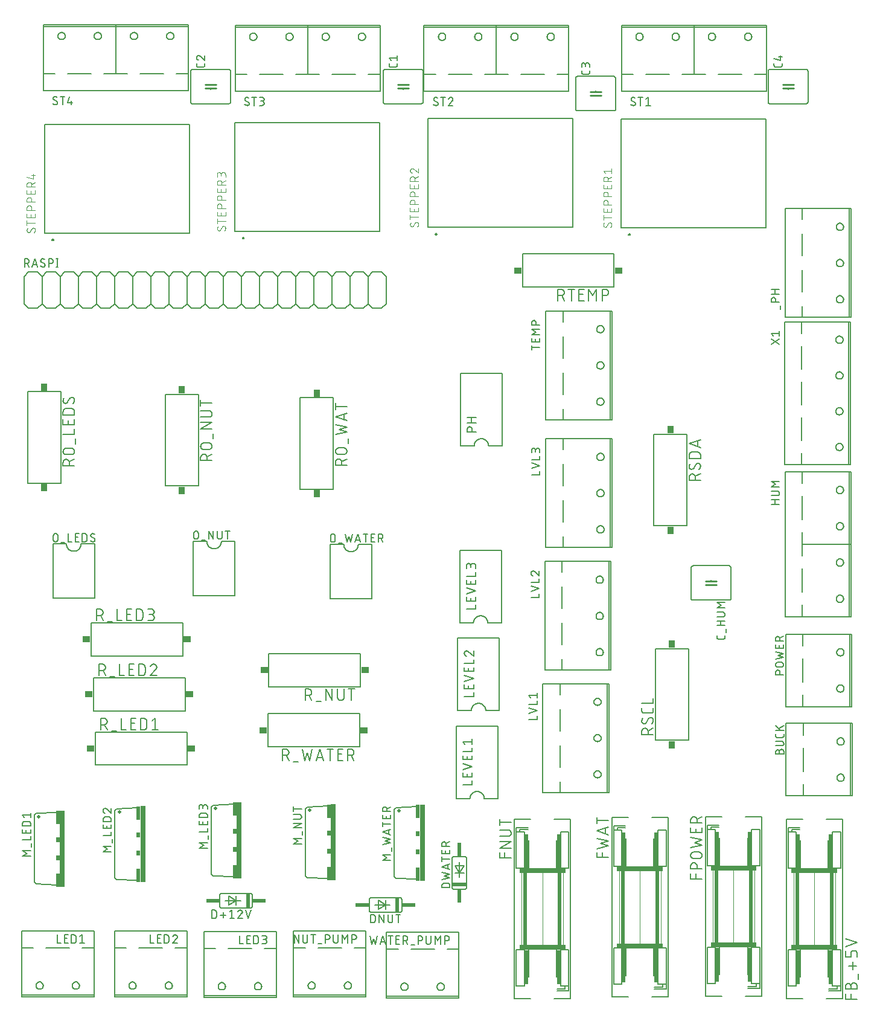
<source format=gbr>
G04 EAGLE Gerber RS-274X export*
G75*
%MOMM*%
%FSLAX34Y34*%
%LPD*%
%INSilkscreen Top*%
%IPPOS*%
%AMOC8*
5,1,8,0,0,1.08239X$1,22.5*%
G01*
%ADD10C,0.152400*%
%ADD11C,0.254000*%
%ADD12C,0.127000*%
%ADD13R,0.508000X2.032000*%
%ADD14R,1.905000X0.508000*%
%ADD15R,2.032000X0.508000*%
%ADD16R,0.508000X1.905000*%
%ADD17C,0.050800*%
%ADD18R,1.143000X0.635000*%
%ADD19R,4.064000X0.635000*%
%ADD20R,0.508000X10.160000*%
%ADD21R,0.127000X3.937000*%
%ADD22R,0.508000X4.826000*%
%ADD23C,0.177800*%
%ADD24C,0.508000*%
%ADD25R,0.762000X10.668000*%
%ADD26R,0.508000X0.762000*%
%ADD27R,0.812800X1.140000*%
%ADD28R,0.812800X1.115000*%
%ADD29R,1.140000X0.812800*%
%ADD30R,1.115000X0.812800*%
%ADD31C,0.200000*%
%ADD32C,0.101600*%


D10*
X1019940Y625690D02*
X1019940Y582510D01*
X964060Y582510D02*
X964060Y625690D01*
X966600Y579970D02*
X1017400Y579970D01*
X1017400Y628230D02*
X966600Y628230D01*
X1017400Y579970D02*
X1017500Y579972D01*
X1017599Y579978D01*
X1017699Y579988D01*
X1017797Y580001D01*
X1017896Y580019D01*
X1017993Y580040D01*
X1018089Y580065D01*
X1018185Y580094D01*
X1018279Y580127D01*
X1018372Y580163D01*
X1018463Y580203D01*
X1018553Y580247D01*
X1018641Y580294D01*
X1018727Y580344D01*
X1018811Y580398D01*
X1018893Y580455D01*
X1018972Y580515D01*
X1019050Y580579D01*
X1019124Y580645D01*
X1019196Y580714D01*
X1019265Y580786D01*
X1019331Y580860D01*
X1019395Y580938D01*
X1019455Y581017D01*
X1019512Y581099D01*
X1019566Y581183D01*
X1019616Y581269D01*
X1019663Y581357D01*
X1019707Y581447D01*
X1019747Y581538D01*
X1019783Y581631D01*
X1019816Y581725D01*
X1019845Y581821D01*
X1019870Y581917D01*
X1019891Y582014D01*
X1019909Y582113D01*
X1019922Y582211D01*
X1019932Y582311D01*
X1019938Y582410D01*
X1019940Y582510D01*
X1019940Y625690D02*
X1019938Y625790D01*
X1019932Y625889D01*
X1019922Y625989D01*
X1019909Y626087D01*
X1019891Y626186D01*
X1019870Y626283D01*
X1019845Y626379D01*
X1019816Y626475D01*
X1019783Y626569D01*
X1019747Y626662D01*
X1019707Y626753D01*
X1019663Y626843D01*
X1019616Y626931D01*
X1019566Y627017D01*
X1019512Y627101D01*
X1019455Y627183D01*
X1019395Y627262D01*
X1019331Y627340D01*
X1019265Y627414D01*
X1019196Y627486D01*
X1019124Y627555D01*
X1019050Y627621D01*
X1018972Y627685D01*
X1018893Y627745D01*
X1018811Y627802D01*
X1018727Y627856D01*
X1018641Y627906D01*
X1018553Y627953D01*
X1018463Y627997D01*
X1018372Y628037D01*
X1018279Y628073D01*
X1018185Y628106D01*
X1018089Y628135D01*
X1017993Y628160D01*
X1017896Y628181D01*
X1017797Y628199D01*
X1017699Y628212D01*
X1017599Y628222D01*
X1017500Y628228D01*
X1017400Y628230D01*
X966600Y579970D02*
X966500Y579972D01*
X966401Y579978D01*
X966301Y579988D01*
X966203Y580001D01*
X966104Y580019D01*
X966007Y580040D01*
X965911Y580065D01*
X965815Y580094D01*
X965721Y580127D01*
X965628Y580163D01*
X965537Y580203D01*
X965447Y580247D01*
X965359Y580294D01*
X965273Y580344D01*
X965189Y580398D01*
X965107Y580455D01*
X965028Y580515D01*
X964950Y580579D01*
X964876Y580645D01*
X964804Y580714D01*
X964735Y580786D01*
X964669Y580860D01*
X964605Y580938D01*
X964545Y581017D01*
X964488Y581099D01*
X964434Y581183D01*
X964384Y581269D01*
X964337Y581357D01*
X964293Y581447D01*
X964253Y581538D01*
X964217Y581631D01*
X964184Y581725D01*
X964155Y581821D01*
X964130Y581917D01*
X964109Y582014D01*
X964091Y582113D01*
X964078Y582211D01*
X964068Y582311D01*
X964062Y582410D01*
X964060Y582510D01*
X964060Y625690D02*
X964062Y625790D01*
X964068Y625889D01*
X964078Y625989D01*
X964091Y626087D01*
X964109Y626186D01*
X964130Y626283D01*
X964155Y626379D01*
X964184Y626475D01*
X964217Y626569D01*
X964253Y626662D01*
X964293Y626753D01*
X964337Y626843D01*
X964384Y626931D01*
X964434Y627017D01*
X964488Y627101D01*
X964545Y627183D01*
X964605Y627262D01*
X964669Y627340D01*
X964735Y627414D01*
X964804Y627486D01*
X964876Y627555D01*
X964950Y627621D01*
X965028Y627685D01*
X965107Y627745D01*
X965189Y627802D01*
X965273Y627856D01*
X965359Y627906D01*
X965447Y627953D01*
X965537Y627997D01*
X965628Y628037D01*
X965721Y628073D01*
X965815Y628106D01*
X965911Y628135D01*
X966007Y628160D01*
X966104Y628181D01*
X966203Y628199D01*
X966301Y628212D01*
X966401Y628222D01*
X966500Y628228D01*
X966600Y628230D01*
X992000Y601560D02*
X992000Y600290D01*
D11*
X992000Y601560D02*
X999620Y601560D01*
X992000Y601560D02*
X984380Y601560D01*
X992000Y606640D02*
X999620Y606640D01*
X992000Y606640D02*
X984380Y606640D01*
D10*
X992000Y606640D02*
X992000Y607910D01*
D12*
X1011685Y530657D02*
X1011685Y528117D01*
X1011683Y528017D01*
X1011677Y527918D01*
X1011667Y527818D01*
X1011654Y527720D01*
X1011636Y527621D01*
X1011615Y527524D01*
X1011590Y527428D01*
X1011561Y527332D01*
X1011528Y527238D01*
X1011492Y527145D01*
X1011452Y527054D01*
X1011408Y526964D01*
X1011361Y526876D01*
X1011311Y526790D01*
X1011257Y526706D01*
X1011200Y526624D01*
X1011140Y526545D01*
X1011076Y526467D01*
X1011010Y526393D01*
X1010941Y526321D01*
X1010869Y526252D01*
X1010795Y526186D01*
X1010717Y526122D01*
X1010638Y526062D01*
X1010556Y526005D01*
X1010472Y525951D01*
X1010386Y525901D01*
X1010298Y525854D01*
X1010208Y525810D01*
X1010117Y525770D01*
X1010024Y525734D01*
X1009930Y525701D01*
X1009834Y525672D01*
X1009738Y525647D01*
X1009641Y525626D01*
X1009542Y525608D01*
X1009444Y525595D01*
X1009344Y525585D01*
X1009245Y525579D01*
X1009145Y525577D01*
X1002795Y525577D01*
X1002695Y525579D01*
X1002596Y525585D01*
X1002496Y525595D01*
X1002398Y525608D01*
X1002299Y525626D01*
X1002202Y525647D01*
X1002106Y525672D01*
X1002010Y525701D01*
X1001916Y525734D01*
X1001823Y525770D01*
X1001732Y525810D01*
X1001642Y525854D01*
X1001554Y525901D01*
X1001468Y525951D01*
X1001384Y526005D01*
X1001302Y526062D01*
X1001223Y526122D01*
X1001145Y526186D01*
X1001071Y526252D01*
X1000999Y526321D01*
X1000930Y526393D01*
X1000864Y526467D01*
X1000800Y526545D01*
X1000740Y526624D01*
X1000683Y526706D01*
X1000629Y526790D01*
X1000579Y526876D01*
X1000532Y526964D01*
X1000488Y527054D01*
X1000448Y527145D01*
X1000412Y527238D01*
X1000379Y527332D01*
X1000350Y527428D01*
X1000325Y527524D01*
X1000304Y527621D01*
X1000286Y527720D01*
X1000273Y527818D01*
X1000263Y527918D01*
X1000257Y528017D01*
X1000255Y528117D01*
X1000255Y530657D01*
X1012955Y534631D02*
X1012955Y539711D01*
X1011685Y544664D02*
X1000255Y544664D01*
X1005335Y544664D02*
X1005335Y551014D01*
X1000255Y551014D02*
X1011685Y551014D01*
X1008510Y556856D02*
X1000255Y556856D01*
X1008510Y556856D02*
X1008621Y556858D01*
X1008731Y556864D01*
X1008842Y556873D01*
X1008952Y556887D01*
X1009061Y556904D01*
X1009170Y556925D01*
X1009278Y556950D01*
X1009385Y556979D01*
X1009491Y557011D01*
X1009596Y557047D01*
X1009699Y557087D01*
X1009801Y557130D01*
X1009902Y557177D01*
X1010001Y557228D01*
X1010098Y557281D01*
X1010192Y557338D01*
X1010285Y557399D01*
X1010376Y557462D01*
X1010465Y557529D01*
X1010551Y557599D01*
X1010634Y557672D01*
X1010716Y557747D01*
X1010794Y557825D01*
X1010869Y557907D01*
X1010942Y557990D01*
X1011012Y558076D01*
X1011079Y558165D01*
X1011142Y558256D01*
X1011203Y558349D01*
X1011260Y558444D01*
X1011313Y558540D01*
X1011364Y558639D01*
X1011411Y558740D01*
X1011454Y558842D01*
X1011494Y558945D01*
X1011530Y559050D01*
X1011562Y559156D01*
X1011591Y559263D01*
X1011616Y559371D01*
X1011637Y559480D01*
X1011654Y559589D01*
X1011668Y559699D01*
X1011677Y559810D01*
X1011683Y559920D01*
X1011685Y560031D01*
X1011683Y560142D01*
X1011677Y560252D01*
X1011668Y560363D01*
X1011654Y560473D01*
X1011637Y560582D01*
X1011616Y560691D01*
X1011591Y560799D01*
X1011562Y560906D01*
X1011530Y561012D01*
X1011494Y561117D01*
X1011454Y561220D01*
X1011411Y561322D01*
X1011364Y561423D01*
X1011313Y561522D01*
X1011260Y561618D01*
X1011203Y561713D01*
X1011142Y561806D01*
X1011079Y561897D01*
X1011012Y561986D01*
X1010942Y562072D01*
X1010869Y562155D01*
X1010794Y562237D01*
X1010716Y562315D01*
X1010634Y562390D01*
X1010551Y562463D01*
X1010465Y562533D01*
X1010376Y562600D01*
X1010285Y562663D01*
X1010192Y562724D01*
X1010098Y562781D01*
X1010001Y562834D01*
X1009902Y562885D01*
X1009801Y562932D01*
X1009699Y562975D01*
X1009596Y563015D01*
X1009491Y563051D01*
X1009385Y563083D01*
X1009278Y563112D01*
X1009170Y563137D01*
X1009061Y563158D01*
X1008952Y563175D01*
X1008842Y563189D01*
X1008731Y563198D01*
X1008621Y563204D01*
X1008510Y563206D01*
X1000255Y563206D01*
X1000255Y569175D02*
X1011685Y569175D01*
X1006605Y572985D02*
X1000255Y569175D01*
X1006605Y572985D02*
X1000255Y576795D01*
X1011685Y576795D01*
D10*
X331950Y159000D02*
X325600Y159000D01*
X315440Y152650D02*
X315440Y165350D01*
X325600Y159000D01*
X310360Y159000D01*
X315440Y152650D02*
X325600Y159000D01*
X325600Y152650D01*
X325600Y159000D02*
X325600Y165350D01*
X305280Y148840D02*
X305180Y148842D01*
X305081Y148848D01*
X304981Y148858D01*
X304883Y148871D01*
X304784Y148889D01*
X304687Y148910D01*
X304591Y148935D01*
X304495Y148964D01*
X304401Y148997D01*
X304308Y149033D01*
X304217Y149073D01*
X304127Y149117D01*
X304039Y149164D01*
X303953Y149214D01*
X303869Y149268D01*
X303787Y149325D01*
X303708Y149385D01*
X303630Y149449D01*
X303556Y149515D01*
X303484Y149584D01*
X303415Y149656D01*
X303349Y149730D01*
X303285Y149808D01*
X303225Y149887D01*
X303168Y149969D01*
X303114Y150053D01*
X303064Y150139D01*
X303017Y150227D01*
X302973Y150317D01*
X302933Y150408D01*
X302897Y150501D01*
X302864Y150595D01*
X302835Y150691D01*
X302810Y150787D01*
X302789Y150884D01*
X302771Y150983D01*
X302758Y151081D01*
X302748Y151181D01*
X302742Y151280D01*
X302740Y151380D01*
X345920Y148840D02*
X346020Y148842D01*
X346119Y148848D01*
X346219Y148858D01*
X346317Y148871D01*
X346416Y148889D01*
X346513Y148910D01*
X346609Y148935D01*
X346705Y148964D01*
X346799Y148997D01*
X346892Y149033D01*
X346983Y149073D01*
X347073Y149117D01*
X347161Y149164D01*
X347247Y149214D01*
X347331Y149268D01*
X347413Y149325D01*
X347492Y149385D01*
X347570Y149449D01*
X347644Y149515D01*
X347716Y149584D01*
X347785Y149656D01*
X347851Y149730D01*
X347915Y149808D01*
X347975Y149887D01*
X348032Y149969D01*
X348086Y150053D01*
X348136Y150139D01*
X348183Y150227D01*
X348227Y150317D01*
X348267Y150408D01*
X348303Y150501D01*
X348336Y150595D01*
X348365Y150691D01*
X348390Y150787D01*
X348411Y150884D01*
X348429Y150983D01*
X348442Y151081D01*
X348452Y151181D01*
X348458Y151280D01*
X348460Y151380D01*
X348460Y166620D02*
X348458Y166720D01*
X348452Y166819D01*
X348442Y166919D01*
X348429Y167017D01*
X348411Y167116D01*
X348390Y167213D01*
X348365Y167309D01*
X348336Y167405D01*
X348303Y167499D01*
X348267Y167592D01*
X348227Y167683D01*
X348183Y167773D01*
X348136Y167861D01*
X348086Y167947D01*
X348032Y168031D01*
X347975Y168113D01*
X347915Y168192D01*
X347851Y168270D01*
X347785Y168344D01*
X347716Y168416D01*
X347644Y168485D01*
X347570Y168551D01*
X347492Y168615D01*
X347413Y168675D01*
X347331Y168732D01*
X347247Y168786D01*
X347161Y168836D01*
X347073Y168883D01*
X346983Y168927D01*
X346892Y168967D01*
X346799Y169003D01*
X346705Y169036D01*
X346609Y169065D01*
X346513Y169090D01*
X346416Y169111D01*
X346317Y169129D01*
X346219Y169142D01*
X346119Y169152D01*
X346020Y169158D01*
X345920Y169160D01*
X305280Y169160D02*
X305180Y169158D01*
X305081Y169152D01*
X304981Y169142D01*
X304883Y169129D01*
X304784Y169111D01*
X304687Y169090D01*
X304591Y169065D01*
X304495Y169036D01*
X304401Y169003D01*
X304308Y168967D01*
X304217Y168927D01*
X304127Y168883D01*
X304039Y168836D01*
X303953Y168786D01*
X303869Y168732D01*
X303787Y168675D01*
X303708Y168615D01*
X303630Y168551D01*
X303556Y168485D01*
X303484Y168416D01*
X303415Y168344D01*
X303349Y168270D01*
X303285Y168192D01*
X303225Y168113D01*
X303168Y168031D01*
X303114Y167947D01*
X303064Y167861D01*
X303017Y167773D01*
X302973Y167683D01*
X302933Y167592D01*
X302897Y167499D01*
X302864Y167405D01*
X302835Y167309D01*
X302810Y167213D01*
X302789Y167116D01*
X302771Y167017D01*
X302758Y166919D01*
X302748Y166819D01*
X302742Y166720D01*
X302740Y166620D01*
X302740Y151380D01*
X348460Y151380D02*
X348460Y166620D01*
X345920Y148840D02*
X305280Y148840D01*
X305280Y169160D02*
X345920Y169160D01*
D13*
X342110Y159000D03*
D14*
X293215Y159000D03*
X357985Y159000D03*
D12*
X291945Y145665D02*
X291945Y134235D01*
X291945Y145665D02*
X295120Y145665D01*
X295231Y145663D01*
X295341Y145657D01*
X295452Y145648D01*
X295562Y145634D01*
X295671Y145617D01*
X295780Y145596D01*
X295888Y145571D01*
X295995Y145542D01*
X296101Y145510D01*
X296206Y145474D01*
X296309Y145434D01*
X296411Y145391D01*
X296512Y145344D01*
X296611Y145293D01*
X296708Y145240D01*
X296802Y145183D01*
X296895Y145122D01*
X296986Y145059D01*
X297075Y144992D01*
X297161Y144922D01*
X297244Y144849D01*
X297326Y144774D01*
X297404Y144696D01*
X297479Y144614D01*
X297552Y144531D01*
X297622Y144445D01*
X297689Y144356D01*
X297752Y144265D01*
X297813Y144172D01*
X297870Y144078D01*
X297923Y143981D01*
X297974Y143882D01*
X298021Y143781D01*
X298064Y143679D01*
X298104Y143576D01*
X298140Y143471D01*
X298172Y143365D01*
X298201Y143258D01*
X298226Y143150D01*
X298247Y143041D01*
X298264Y142932D01*
X298278Y142822D01*
X298287Y142711D01*
X298293Y142601D01*
X298295Y142490D01*
X298295Y137410D01*
X298293Y137299D01*
X298287Y137189D01*
X298278Y137078D01*
X298264Y136968D01*
X298247Y136859D01*
X298226Y136750D01*
X298201Y136642D01*
X298172Y136535D01*
X298140Y136429D01*
X298104Y136324D01*
X298064Y136221D01*
X298021Y136119D01*
X297974Y136018D01*
X297923Y135919D01*
X297870Y135822D01*
X297813Y135728D01*
X297752Y135635D01*
X297689Y135544D01*
X297622Y135455D01*
X297552Y135369D01*
X297479Y135286D01*
X297404Y135204D01*
X297326Y135126D01*
X297244Y135051D01*
X297161Y134978D01*
X297075Y134908D01*
X296986Y134841D01*
X296895Y134778D01*
X296802Y134717D01*
X296708Y134660D01*
X296611Y134607D01*
X296512Y134556D01*
X296411Y134509D01*
X296309Y134466D01*
X296206Y134426D01*
X296101Y134390D01*
X295995Y134358D01*
X295888Y134329D01*
X295780Y134304D01*
X295671Y134283D01*
X295562Y134266D01*
X295452Y134252D01*
X295341Y134243D01*
X295231Y134237D01*
X295120Y134235D01*
X291945Y134235D01*
X303883Y138680D02*
X311503Y138680D01*
X307693Y134870D02*
X307693Y142490D01*
X316710Y143125D02*
X319885Y145665D01*
X319885Y134235D01*
X316710Y134235D02*
X323060Y134235D01*
X334491Y142808D02*
X334489Y142912D01*
X334483Y143017D01*
X334474Y143121D01*
X334461Y143224D01*
X334443Y143327D01*
X334423Y143429D01*
X334398Y143531D01*
X334370Y143631D01*
X334338Y143731D01*
X334302Y143829D01*
X334263Y143926D01*
X334221Y144021D01*
X334175Y144115D01*
X334125Y144207D01*
X334073Y144297D01*
X334017Y144385D01*
X333957Y144471D01*
X333895Y144555D01*
X333830Y144636D01*
X333762Y144715D01*
X333690Y144792D01*
X333617Y144865D01*
X333540Y144937D01*
X333461Y145005D01*
X333380Y145070D01*
X333296Y145132D01*
X333210Y145192D01*
X333122Y145248D01*
X333032Y145300D01*
X332940Y145350D01*
X332846Y145396D01*
X332751Y145438D01*
X332654Y145477D01*
X332556Y145513D01*
X332456Y145545D01*
X332356Y145573D01*
X332254Y145598D01*
X332152Y145618D01*
X332049Y145636D01*
X331946Y145649D01*
X331842Y145658D01*
X331737Y145664D01*
X331633Y145666D01*
X331633Y145665D02*
X331515Y145663D01*
X331396Y145657D01*
X331278Y145648D01*
X331161Y145635D01*
X331044Y145617D01*
X330927Y145597D01*
X330811Y145572D01*
X330696Y145544D01*
X330583Y145511D01*
X330470Y145476D01*
X330358Y145436D01*
X330248Y145394D01*
X330139Y145347D01*
X330031Y145297D01*
X329926Y145244D01*
X329822Y145187D01*
X329720Y145127D01*
X329620Y145064D01*
X329522Y144997D01*
X329426Y144928D01*
X329333Y144855D01*
X329242Y144779D01*
X329153Y144701D01*
X329067Y144619D01*
X328984Y144535D01*
X328903Y144449D01*
X328826Y144359D01*
X328751Y144268D01*
X328679Y144174D01*
X328610Y144077D01*
X328545Y143979D01*
X328482Y143878D01*
X328423Y143775D01*
X328367Y143671D01*
X328315Y143565D01*
X328266Y143457D01*
X328221Y143348D01*
X328179Y143237D01*
X328141Y143125D01*
X333538Y140586D02*
X333614Y140661D01*
X333689Y140740D01*
X333760Y140821D01*
X333829Y140905D01*
X333894Y140991D01*
X333956Y141079D01*
X334016Y141169D01*
X334072Y141261D01*
X334125Y141356D01*
X334174Y141452D01*
X334220Y141550D01*
X334263Y141649D01*
X334302Y141750D01*
X334337Y141852D01*
X334369Y141955D01*
X334397Y142059D01*
X334422Y142164D01*
X334443Y142271D01*
X334460Y142377D01*
X334473Y142484D01*
X334482Y142592D01*
X334488Y142700D01*
X334490Y142808D01*
X333538Y140585D02*
X328140Y134235D01*
X334490Y134235D01*
X342745Y134235D02*
X338935Y145665D01*
X346555Y145665D02*
X342745Y134235D01*
D10*
X535300Y153000D02*
X541650Y153000D01*
X525140Y146650D02*
X525140Y159350D01*
X535300Y153000D01*
X520060Y153000D01*
X525140Y146650D02*
X535300Y153000D01*
X535300Y146650D01*
X535300Y153000D02*
X535300Y159350D01*
X514980Y142840D02*
X514880Y142842D01*
X514781Y142848D01*
X514681Y142858D01*
X514583Y142871D01*
X514484Y142889D01*
X514387Y142910D01*
X514291Y142935D01*
X514195Y142964D01*
X514101Y142997D01*
X514008Y143033D01*
X513917Y143073D01*
X513827Y143117D01*
X513739Y143164D01*
X513653Y143214D01*
X513569Y143268D01*
X513487Y143325D01*
X513408Y143385D01*
X513330Y143449D01*
X513256Y143515D01*
X513184Y143584D01*
X513115Y143656D01*
X513049Y143730D01*
X512985Y143808D01*
X512925Y143887D01*
X512868Y143969D01*
X512814Y144053D01*
X512764Y144139D01*
X512717Y144227D01*
X512673Y144317D01*
X512633Y144408D01*
X512597Y144501D01*
X512564Y144595D01*
X512535Y144691D01*
X512510Y144787D01*
X512489Y144884D01*
X512471Y144983D01*
X512458Y145081D01*
X512448Y145181D01*
X512442Y145280D01*
X512440Y145380D01*
X555620Y142840D02*
X555720Y142842D01*
X555819Y142848D01*
X555919Y142858D01*
X556017Y142871D01*
X556116Y142889D01*
X556213Y142910D01*
X556309Y142935D01*
X556405Y142964D01*
X556499Y142997D01*
X556592Y143033D01*
X556683Y143073D01*
X556773Y143117D01*
X556861Y143164D01*
X556947Y143214D01*
X557031Y143268D01*
X557113Y143325D01*
X557192Y143385D01*
X557270Y143449D01*
X557344Y143515D01*
X557416Y143584D01*
X557485Y143656D01*
X557551Y143730D01*
X557615Y143808D01*
X557675Y143887D01*
X557732Y143969D01*
X557786Y144053D01*
X557836Y144139D01*
X557883Y144227D01*
X557927Y144317D01*
X557967Y144408D01*
X558003Y144501D01*
X558036Y144595D01*
X558065Y144691D01*
X558090Y144787D01*
X558111Y144884D01*
X558129Y144983D01*
X558142Y145081D01*
X558152Y145181D01*
X558158Y145280D01*
X558160Y145380D01*
X558160Y160620D02*
X558158Y160720D01*
X558152Y160819D01*
X558142Y160919D01*
X558129Y161017D01*
X558111Y161116D01*
X558090Y161213D01*
X558065Y161309D01*
X558036Y161405D01*
X558003Y161499D01*
X557967Y161592D01*
X557927Y161683D01*
X557883Y161773D01*
X557836Y161861D01*
X557786Y161947D01*
X557732Y162031D01*
X557675Y162113D01*
X557615Y162192D01*
X557551Y162270D01*
X557485Y162344D01*
X557416Y162416D01*
X557344Y162485D01*
X557270Y162551D01*
X557192Y162615D01*
X557113Y162675D01*
X557031Y162732D01*
X556947Y162786D01*
X556861Y162836D01*
X556773Y162883D01*
X556683Y162927D01*
X556592Y162967D01*
X556499Y163003D01*
X556405Y163036D01*
X556309Y163065D01*
X556213Y163090D01*
X556116Y163111D01*
X556017Y163129D01*
X555919Y163142D01*
X555819Y163152D01*
X555720Y163158D01*
X555620Y163160D01*
X514980Y163160D02*
X514880Y163158D01*
X514781Y163152D01*
X514681Y163142D01*
X514583Y163129D01*
X514484Y163111D01*
X514387Y163090D01*
X514291Y163065D01*
X514195Y163036D01*
X514101Y163003D01*
X514008Y162967D01*
X513917Y162927D01*
X513827Y162883D01*
X513739Y162836D01*
X513653Y162786D01*
X513569Y162732D01*
X513487Y162675D01*
X513408Y162615D01*
X513330Y162551D01*
X513256Y162485D01*
X513184Y162416D01*
X513115Y162344D01*
X513049Y162270D01*
X512985Y162192D01*
X512925Y162113D01*
X512868Y162031D01*
X512814Y161947D01*
X512764Y161861D01*
X512717Y161773D01*
X512673Y161683D01*
X512633Y161592D01*
X512597Y161499D01*
X512564Y161405D01*
X512535Y161309D01*
X512510Y161213D01*
X512489Y161116D01*
X512471Y161017D01*
X512458Y160919D01*
X512448Y160819D01*
X512442Y160720D01*
X512440Y160620D01*
X512440Y145380D01*
X558160Y145380D02*
X558160Y160620D01*
X555620Y142840D02*
X514980Y142840D01*
X514980Y163160D02*
X555620Y163160D01*
D13*
X551810Y153000D03*
D14*
X502915Y153000D03*
X567685Y153000D03*
D12*
X514472Y139665D02*
X514472Y128235D01*
X514472Y139665D02*
X517647Y139665D01*
X517758Y139663D01*
X517868Y139657D01*
X517979Y139648D01*
X518089Y139634D01*
X518198Y139617D01*
X518307Y139596D01*
X518415Y139571D01*
X518522Y139542D01*
X518628Y139510D01*
X518733Y139474D01*
X518836Y139434D01*
X518938Y139391D01*
X519039Y139344D01*
X519138Y139293D01*
X519235Y139240D01*
X519329Y139183D01*
X519422Y139122D01*
X519513Y139059D01*
X519602Y138992D01*
X519688Y138922D01*
X519771Y138849D01*
X519853Y138774D01*
X519931Y138696D01*
X520006Y138614D01*
X520079Y138531D01*
X520149Y138445D01*
X520216Y138356D01*
X520279Y138265D01*
X520340Y138172D01*
X520397Y138078D01*
X520450Y137981D01*
X520501Y137882D01*
X520548Y137781D01*
X520591Y137679D01*
X520631Y137576D01*
X520667Y137471D01*
X520699Y137365D01*
X520728Y137258D01*
X520753Y137150D01*
X520774Y137041D01*
X520791Y136932D01*
X520805Y136822D01*
X520814Y136711D01*
X520820Y136601D01*
X520822Y136490D01*
X520822Y131410D01*
X520820Y131299D01*
X520814Y131189D01*
X520805Y131078D01*
X520791Y130968D01*
X520774Y130859D01*
X520753Y130750D01*
X520728Y130642D01*
X520699Y130535D01*
X520667Y130429D01*
X520631Y130324D01*
X520591Y130221D01*
X520548Y130119D01*
X520501Y130018D01*
X520450Y129919D01*
X520397Y129822D01*
X520340Y129728D01*
X520279Y129635D01*
X520216Y129544D01*
X520149Y129455D01*
X520079Y129369D01*
X520006Y129286D01*
X519931Y129204D01*
X519853Y129126D01*
X519771Y129051D01*
X519688Y128978D01*
X519602Y128908D01*
X519513Y128841D01*
X519422Y128778D01*
X519329Y128717D01*
X519235Y128660D01*
X519138Y128607D01*
X519039Y128556D01*
X518938Y128509D01*
X518836Y128466D01*
X518733Y128426D01*
X518628Y128390D01*
X518522Y128358D01*
X518415Y128329D01*
X518307Y128304D01*
X518198Y128283D01*
X518089Y128266D01*
X517979Y128252D01*
X517868Y128243D01*
X517758Y128237D01*
X517647Y128235D01*
X514472Y128235D01*
X526664Y128235D02*
X526664Y139665D01*
X533014Y128235D01*
X533014Y139665D01*
X538856Y139665D02*
X538856Y131410D01*
X538858Y131299D01*
X538864Y131189D01*
X538873Y131078D01*
X538887Y130968D01*
X538904Y130859D01*
X538925Y130750D01*
X538950Y130642D01*
X538979Y130535D01*
X539011Y130429D01*
X539047Y130324D01*
X539087Y130221D01*
X539130Y130119D01*
X539177Y130018D01*
X539228Y129919D01*
X539281Y129823D01*
X539338Y129728D01*
X539399Y129635D01*
X539462Y129544D01*
X539529Y129455D01*
X539599Y129369D01*
X539672Y129286D01*
X539747Y129204D01*
X539825Y129126D01*
X539907Y129051D01*
X539990Y128978D01*
X540076Y128908D01*
X540165Y128841D01*
X540256Y128778D01*
X540349Y128717D01*
X540444Y128660D01*
X540540Y128607D01*
X540639Y128556D01*
X540740Y128509D01*
X540842Y128466D01*
X540945Y128426D01*
X541050Y128390D01*
X541156Y128358D01*
X541263Y128329D01*
X541371Y128304D01*
X541480Y128283D01*
X541589Y128266D01*
X541699Y128252D01*
X541810Y128243D01*
X541920Y128237D01*
X542031Y128235D01*
X542142Y128237D01*
X542252Y128243D01*
X542363Y128252D01*
X542473Y128266D01*
X542582Y128283D01*
X542691Y128304D01*
X542799Y128329D01*
X542906Y128358D01*
X543012Y128390D01*
X543117Y128426D01*
X543220Y128466D01*
X543322Y128509D01*
X543423Y128556D01*
X543522Y128607D01*
X543619Y128660D01*
X543713Y128717D01*
X543806Y128778D01*
X543897Y128841D01*
X543986Y128908D01*
X544072Y128978D01*
X544155Y129051D01*
X544237Y129126D01*
X544315Y129204D01*
X544390Y129286D01*
X544463Y129369D01*
X544533Y129455D01*
X544600Y129544D01*
X544663Y129635D01*
X544724Y129728D01*
X544781Y129822D01*
X544834Y129919D01*
X544885Y130018D01*
X544932Y130119D01*
X544975Y130221D01*
X545015Y130324D01*
X545051Y130429D01*
X545083Y130535D01*
X545112Y130642D01*
X545137Y130750D01*
X545158Y130859D01*
X545175Y130968D01*
X545189Y131078D01*
X545198Y131189D01*
X545204Y131299D01*
X545206Y131410D01*
X545206Y139665D01*
X553080Y139665D02*
X553080Y128235D01*
X549905Y139665D02*
X556255Y139665D01*
D10*
X639000Y191650D02*
X639000Y198000D01*
X632650Y208160D02*
X645350Y208160D01*
X639000Y198000D01*
X639000Y213240D01*
X632650Y208160D02*
X639000Y198000D01*
X632650Y198000D01*
X639000Y198000D02*
X645350Y198000D01*
X628840Y218320D02*
X628842Y218420D01*
X628848Y218519D01*
X628858Y218619D01*
X628871Y218717D01*
X628889Y218816D01*
X628910Y218913D01*
X628935Y219009D01*
X628964Y219105D01*
X628997Y219199D01*
X629033Y219292D01*
X629073Y219383D01*
X629117Y219473D01*
X629164Y219561D01*
X629214Y219647D01*
X629268Y219731D01*
X629325Y219813D01*
X629385Y219892D01*
X629449Y219970D01*
X629515Y220044D01*
X629584Y220116D01*
X629656Y220185D01*
X629730Y220251D01*
X629808Y220315D01*
X629887Y220375D01*
X629969Y220432D01*
X630053Y220486D01*
X630139Y220536D01*
X630227Y220583D01*
X630317Y220627D01*
X630408Y220667D01*
X630501Y220703D01*
X630595Y220736D01*
X630691Y220765D01*
X630787Y220790D01*
X630884Y220811D01*
X630983Y220829D01*
X631081Y220842D01*
X631181Y220852D01*
X631280Y220858D01*
X631380Y220860D01*
X628840Y177680D02*
X628842Y177580D01*
X628848Y177481D01*
X628858Y177381D01*
X628871Y177283D01*
X628889Y177184D01*
X628910Y177087D01*
X628935Y176991D01*
X628964Y176895D01*
X628997Y176801D01*
X629033Y176708D01*
X629073Y176617D01*
X629117Y176527D01*
X629164Y176439D01*
X629214Y176353D01*
X629268Y176269D01*
X629325Y176187D01*
X629385Y176108D01*
X629449Y176030D01*
X629515Y175956D01*
X629584Y175884D01*
X629656Y175815D01*
X629730Y175749D01*
X629808Y175685D01*
X629887Y175625D01*
X629969Y175568D01*
X630053Y175514D01*
X630139Y175464D01*
X630227Y175417D01*
X630317Y175373D01*
X630408Y175333D01*
X630501Y175297D01*
X630595Y175264D01*
X630691Y175235D01*
X630787Y175210D01*
X630884Y175189D01*
X630983Y175171D01*
X631081Y175158D01*
X631181Y175148D01*
X631280Y175142D01*
X631380Y175140D01*
X646620Y175140D02*
X646720Y175142D01*
X646819Y175148D01*
X646919Y175158D01*
X647017Y175171D01*
X647116Y175189D01*
X647213Y175210D01*
X647309Y175235D01*
X647405Y175264D01*
X647499Y175297D01*
X647592Y175333D01*
X647683Y175373D01*
X647773Y175417D01*
X647861Y175464D01*
X647947Y175514D01*
X648031Y175568D01*
X648113Y175625D01*
X648192Y175685D01*
X648270Y175749D01*
X648344Y175815D01*
X648416Y175884D01*
X648485Y175956D01*
X648551Y176030D01*
X648615Y176108D01*
X648675Y176187D01*
X648732Y176269D01*
X648786Y176353D01*
X648836Y176439D01*
X648883Y176527D01*
X648927Y176617D01*
X648967Y176708D01*
X649003Y176801D01*
X649036Y176895D01*
X649065Y176991D01*
X649090Y177087D01*
X649111Y177184D01*
X649129Y177283D01*
X649142Y177381D01*
X649152Y177481D01*
X649158Y177580D01*
X649160Y177680D01*
X649160Y218320D02*
X649158Y218420D01*
X649152Y218519D01*
X649142Y218619D01*
X649129Y218717D01*
X649111Y218816D01*
X649090Y218913D01*
X649065Y219009D01*
X649036Y219105D01*
X649003Y219199D01*
X648967Y219292D01*
X648927Y219383D01*
X648883Y219473D01*
X648836Y219561D01*
X648786Y219647D01*
X648732Y219731D01*
X648675Y219813D01*
X648615Y219892D01*
X648551Y219970D01*
X648485Y220044D01*
X648416Y220116D01*
X648344Y220185D01*
X648270Y220251D01*
X648192Y220315D01*
X648113Y220375D01*
X648031Y220432D01*
X647947Y220486D01*
X647861Y220536D01*
X647773Y220583D01*
X647683Y220627D01*
X647592Y220667D01*
X647499Y220703D01*
X647405Y220736D01*
X647309Y220765D01*
X647213Y220790D01*
X647116Y220811D01*
X647017Y220829D01*
X646919Y220842D01*
X646819Y220852D01*
X646720Y220858D01*
X646620Y220860D01*
X631380Y220860D01*
X631380Y175140D02*
X646620Y175140D01*
X628840Y177680D02*
X628840Y218320D01*
X649160Y218320D02*
X649160Y177680D01*
D15*
X639000Y181490D03*
D16*
X639000Y230385D03*
X639000Y165615D03*
D12*
X625665Y177045D02*
X614235Y177045D01*
X614235Y180220D01*
X614237Y180331D01*
X614243Y180441D01*
X614252Y180552D01*
X614266Y180662D01*
X614283Y180771D01*
X614304Y180880D01*
X614329Y180988D01*
X614358Y181095D01*
X614390Y181201D01*
X614426Y181306D01*
X614466Y181409D01*
X614509Y181511D01*
X614556Y181612D01*
X614607Y181711D01*
X614660Y181808D01*
X614717Y181902D01*
X614778Y181995D01*
X614841Y182086D01*
X614908Y182175D01*
X614978Y182261D01*
X615051Y182344D01*
X615126Y182426D01*
X615204Y182504D01*
X615286Y182579D01*
X615369Y182652D01*
X615455Y182722D01*
X615544Y182789D01*
X615635Y182852D01*
X615728Y182913D01*
X615823Y182970D01*
X615919Y183023D01*
X616018Y183074D01*
X616119Y183121D01*
X616221Y183164D01*
X616324Y183204D01*
X616429Y183240D01*
X616535Y183272D01*
X616642Y183301D01*
X616750Y183326D01*
X616859Y183347D01*
X616968Y183364D01*
X617078Y183378D01*
X617189Y183387D01*
X617299Y183393D01*
X617410Y183395D01*
X622490Y183395D01*
X622601Y183393D01*
X622711Y183387D01*
X622822Y183378D01*
X622932Y183364D01*
X623041Y183347D01*
X623150Y183326D01*
X623258Y183301D01*
X623365Y183272D01*
X623471Y183240D01*
X623576Y183204D01*
X623679Y183164D01*
X623781Y183121D01*
X623882Y183074D01*
X623981Y183023D01*
X624078Y182970D01*
X624172Y182913D01*
X624265Y182852D01*
X624356Y182789D01*
X624445Y182722D01*
X624531Y182652D01*
X624614Y182579D01*
X624696Y182504D01*
X624774Y182426D01*
X624849Y182344D01*
X624922Y182261D01*
X624992Y182175D01*
X625059Y182086D01*
X625122Y181995D01*
X625183Y181902D01*
X625240Y181808D01*
X625293Y181711D01*
X625344Y181612D01*
X625391Y181511D01*
X625434Y181409D01*
X625474Y181306D01*
X625510Y181201D01*
X625542Y181095D01*
X625571Y180988D01*
X625596Y180880D01*
X625617Y180771D01*
X625634Y180662D01*
X625648Y180552D01*
X625657Y180441D01*
X625663Y180331D01*
X625665Y180220D01*
X625665Y177045D01*
X625665Y191015D02*
X614235Y188475D01*
X618045Y193555D02*
X625665Y191015D01*
X625665Y196095D02*
X618045Y193555D01*
X614235Y198635D02*
X625665Y196095D01*
X625665Y202699D02*
X614235Y206509D01*
X625665Y210319D01*
X622808Y209367D02*
X622808Y203652D01*
X625665Y217177D02*
X614235Y217177D01*
X614235Y214002D02*
X614235Y220352D01*
X625665Y225076D02*
X625665Y230156D01*
X625665Y225076D02*
X614235Y225076D01*
X614235Y230156D01*
X619315Y228886D02*
X619315Y225076D01*
X614235Y235040D02*
X625665Y235040D01*
X614235Y235040D02*
X614235Y238215D01*
X614237Y238326D01*
X614243Y238436D01*
X614252Y238547D01*
X614266Y238657D01*
X614283Y238766D01*
X614304Y238875D01*
X614329Y238983D01*
X614358Y239090D01*
X614390Y239196D01*
X614426Y239301D01*
X614466Y239404D01*
X614509Y239506D01*
X614556Y239607D01*
X614607Y239706D01*
X614660Y239803D01*
X614717Y239897D01*
X614778Y239990D01*
X614841Y240081D01*
X614908Y240170D01*
X614978Y240256D01*
X615051Y240339D01*
X615126Y240421D01*
X615204Y240499D01*
X615286Y240574D01*
X615369Y240647D01*
X615455Y240717D01*
X615544Y240784D01*
X615635Y240847D01*
X615728Y240908D01*
X615823Y240965D01*
X615919Y241018D01*
X616018Y241069D01*
X616119Y241116D01*
X616221Y241159D01*
X616324Y241199D01*
X616429Y241235D01*
X616535Y241267D01*
X616642Y241296D01*
X616750Y241321D01*
X616859Y241342D01*
X616968Y241359D01*
X617078Y241373D01*
X617189Y241382D01*
X617299Y241388D01*
X617410Y241390D01*
X617521Y241388D01*
X617631Y241382D01*
X617742Y241373D01*
X617852Y241359D01*
X617961Y241342D01*
X618070Y241321D01*
X618178Y241296D01*
X618285Y241267D01*
X618391Y241235D01*
X618496Y241199D01*
X618599Y241159D01*
X618701Y241116D01*
X618802Y241069D01*
X618901Y241018D01*
X618998Y240965D01*
X619092Y240908D01*
X619185Y240847D01*
X619276Y240784D01*
X619365Y240717D01*
X619451Y240647D01*
X619534Y240574D01*
X619616Y240499D01*
X619694Y240421D01*
X619769Y240339D01*
X619842Y240256D01*
X619912Y240170D01*
X619979Y240081D01*
X620042Y239990D01*
X620103Y239897D01*
X620160Y239803D01*
X620213Y239706D01*
X620264Y239607D01*
X620311Y239506D01*
X620354Y239404D01*
X620394Y239301D01*
X620430Y239196D01*
X620462Y239090D01*
X620491Y238983D01*
X620516Y238875D01*
X620537Y238766D01*
X620554Y238657D01*
X620568Y238547D01*
X620577Y238436D01*
X620583Y238326D01*
X620585Y238215D01*
X620585Y235040D01*
X620585Y238850D02*
X625665Y241390D01*
D10*
X984130Y276230D02*
X984130Y24770D01*
X1062870Y24770D02*
X1062870Y276230D01*
D17*
X994290Y201300D02*
X994290Y99700D01*
X1052710Y99700D02*
X1052710Y201300D01*
D10*
X1060330Y207650D02*
X1060330Y258450D01*
X991750Y258450D02*
X986670Y258450D01*
X998100Y258450D02*
X998100Y207650D01*
X1048900Y258450D02*
X1060330Y258450D01*
X1048900Y258450D02*
X1048900Y207650D01*
X986670Y207650D02*
X986670Y258450D01*
X986670Y207650D02*
X998100Y207650D01*
X986670Y258450D02*
X986670Y264800D01*
X1003180Y264800D01*
X1003180Y262260D02*
X991750Y262260D01*
X991750Y258450D01*
X998100Y258450D01*
X1048900Y207650D02*
X1060330Y207650D01*
X986670Y93350D02*
X986670Y42550D01*
X1055250Y42550D02*
X1060330Y42550D01*
X1048900Y42550D02*
X1048900Y93350D01*
X998100Y42550D02*
X986670Y42550D01*
X998100Y42550D02*
X998100Y93350D01*
X1060330Y93350D02*
X1060330Y42550D01*
X1060330Y93350D02*
X1048900Y93350D01*
X1060330Y42550D02*
X1060330Y36200D01*
X1043820Y36200D01*
X1043820Y38740D02*
X1055250Y38740D01*
X1055250Y42550D01*
X1048900Y42550D01*
X998100Y93350D02*
X986670Y93350D01*
D17*
X1023500Y98430D02*
X1023500Y202570D01*
D10*
X1040010Y24770D02*
X1062870Y24770D01*
X1006990Y24770D02*
X984130Y24770D01*
X1040010Y276230D02*
X1062870Y276230D01*
X1006990Y276230D02*
X984130Y276230D01*
D18*
X997465Y204475D03*
X1049535Y204475D03*
D19*
X1023500Y204475D03*
D18*
X1049535Y96525D03*
X997465Y96525D03*
D19*
X1023500Y96525D03*
D20*
X1047630Y150500D03*
X999370Y150500D03*
D21*
X1003815Y73665D03*
X1043185Y73665D03*
X1043185Y227335D03*
X1003815Y227335D03*
D22*
X1000640Y231780D03*
X1046360Y231780D03*
X1046360Y69220D03*
X1000640Y69220D03*
D23*
X979431Y189497D02*
X963429Y189497D01*
X963429Y196609D01*
X970541Y196609D02*
X970541Y189497D01*
X963429Y203243D02*
X979431Y203243D01*
X963429Y203243D02*
X963429Y207688D01*
X963431Y207820D01*
X963437Y207951D01*
X963447Y208083D01*
X963460Y208214D01*
X963478Y208344D01*
X963499Y208474D01*
X963524Y208604D01*
X963553Y208732D01*
X963586Y208860D01*
X963623Y208986D01*
X963663Y209112D01*
X963707Y209236D01*
X963755Y209359D01*
X963806Y209480D01*
X963861Y209600D01*
X963919Y209718D01*
X963981Y209834D01*
X964047Y209948D01*
X964115Y210061D01*
X964187Y210171D01*
X964262Y210279D01*
X964341Y210385D01*
X964422Y210489D01*
X964507Y210590D01*
X964594Y210688D01*
X964685Y210784D01*
X964778Y210877D01*
X964874Y210968D01*
X964972Y211055D01*
X965073Y211140D01*
X965177Y211221D01*
X965283Y211300D01*
X965391Y211375D01*
X965501Y211447D01*
X965614Y211515D01*
X965728Y211581D01*
X965844Y211643D01*
X965962Y211701D01*
X966082Y211756D01*
X966203Y211807D01*
X966326Y211855D01*
X966450Y211899D01*
X966576Y211939D01*
X966702Y211976D01*
X966830Y212009D01*
X966958Y212038D01*
X967088Y212063D01*
X967218Y212084D01*
X967348Y212102D01*
X967479Y212115D01*
X967611Y212125D01*
X967742Y212131D01*
X967874Y212133D01*
X968006Y212131D01*
X968137Y212125D01*
X968269Y212115D01*
X968400Y212102D01*
X968530Y212084D01*
X968660Y212063D01*
X968790Y212038D01*
X968918Y212009D01*
X969046Y211976D01*
X969172Y211939D01*
X969298Y211899D01*
X969422Y211855D01*
X969545Y211807D01*
X969666Y211756D01*
X969786Y211701D01*
X969904Y211643D01*
X970020Y211581D01*
X970134Y211515D01*
X970247Y211447D01*
X970357Y211375D01*
X970465Y211300D01*
X970571Y211221D01*
X970675Y211140D01*
X970776Y211055D01*
X970874Y210968D01*
X970970Y210877D01*
X971063Y210784D01*
X971154Y210688D01*
X971241Y210590D01*
X971326Y210489D01*
X971407Y210385D01*
X971486Y210279D01*
X971561Y210171D01*
X971633Y210061D01*
X971701Y209948D01*
X971767Y209834D01*
X971829Y209718D01*
X971887Y209600D01*
X971942Y209480D01*
X971993Y209359D01*
X972041Y209236D01*
X972085Y209112D01*
X972125Y208986D01*
X972162Y208860D01*
X972195Y208732D01*
X972224Y208604D01*
X972249Y208474D01*
X972270Y208344D01*
X972288Y208214D01*
X972301Y208083D01*
X972311Y207951D01*
X972317Y207820D01*
X972319Y207688D01*
X972319Y203243D01*
X974986Y218121D02*
X967874Y218121D01*
X967742Y218123D01*
X967611Y218129D01*
X967479Y218139D01*
X967348Y218152D01*
X967218Y218170D01*
X967088Y218191D01*
X966958Y218216D01*
X966830Y218245D01*
X966702Y218278D01*
X966576Y218315D01*
X966450Y218355D01*
X966326Y218399D01*
X966203Y218447D01*
X966082Y218498D01*
X965962Y218553D01*
X965844Y218611D01*
X965728Y218673D01*
X965614Y218739D01*
X965501Y218807D01*
X965391Y218879D01*
X965283Y218954D01*
X965177Y219033D01*
X965073Y219114D01*
X964972Y219199D01*
X964874Y219286D01*
X964778Y219377D01*
X964685Y219470D01*
X964594Y219566D01*
X964507Y219664D01*
X964422Y219765D01*
X964341Y219869D01*
X964262Y219975D01*
X964187Y220083D01*
X964115Y220193D01*
X964047Y220306D01*
X963981Y220420D01*
X963919Y220536D01*
X963861Y220654D01*
X963806Y220774D01*
X963755Y220895D01*
X963707Y221018D01*
X963663Y221142D01*
X963623Y221268D01*
X963586Y221394D01*
X963553Y221522D01*
X963524Y221650D01*
X963499Y221780D01*
X963478Y221910D01*
X963460Y222040D01*
X963447Y222171D01*
X963437Y222303D01*
X963431Y222434D01*
X963429Y222566D01*
X963431Y222698D01*
X963437Y222829D01*
X963447Y222961D01*
X963460Y223092D01*
X963478Y223222D01*
X963499Y223352D01*
X963524Y223482D01*
X963553Y223610D01*
X963586Y223738D01*
X963623Y223864D01*
X963663Y223990D01*
X963707Y224114D01*
X963755Y224237D01*
X963806Y224358D01*
X963861Y224478D01*
X963919Y224596D01*
X963981Y224712D01*
X964047Y224826D01*
X964115Y224939D01*
X964187Y225049D01*
X964262Y225157D01*
X964341Y225263D01*
X964422Y225367D01*
X964507Y225468D01*
X964594Y225566D01*
X964685Y225662D01*
X964778Y225755D01*
X964874Y225846D01*
X964972Y225933D01*
X965073Y226018D01*
X965177Y226099D01*
X965283Y226178D01*
X965391Y226253D01*
X965501Y226325D01*
X965614Y226393D01*
X965728Y226459D01*
X965844Y226521D01*
X965962Y226579D01*
X966082Y226634D01*
X966203Y226685D01*
X966326Y226733D01*
X966450Y226777D01*
X966576Y226817D01*
X966702Y226854D01*
X966830Y226887D01*
X966958Y226916D01*
X967088Y226941D01*
X967218Y226962D01*
X967348Y226980D01*
X967479Y226993D01*
X967611Y227003D01*
X967742Y227009D01*
X967874Y227011D01*
X974986Y227011D01*
X975118Y227009D01*
X975249Y227003D01*
X975381Y226993D01*
X975512Y226980D01*
X975642Y226962D01*
X975772Y226941D01*
X975902Y226916D01*
X976030Y226887D01*
X976158Y226854D01*
X976284Y226817D01*
X976410Y226777D01*
X976534Y226733D01*
X976657Y226685D01*
X976778Y226634D01*
X976898Y226579D01*
X977016Y226521D01*
X977132Y226459D01*
X977246Y226393D01*
X977359Y226325D01*
X977469Y226253D01*
X977577Y226178D01*
X977683Y226099D01*
X977787Y226018D01*
X977888Y225933D01*
X977986Y225846D01*
X978082Y225755D01*
X978175Y225662D01*
X978266Y225566D01*
X978353Y225468D01*
X978438Y225367D01*
X978519Y225263D01*
X978598Y225157D01*
X978673Y225049D01*
X978745Y224939D01*
X978813Y224826D01*
X978879Y224712D01*
X978941Y224596D01*
X978999Y224478D01*
X979054Y224358D01*
X979105Y224237D01*
X979153Y224114D01*
X979197Y223990D01*
X979237Y223864D01*
X979274Y223738D01*
X979307Y223610D01*
X979336Y223482D01*
X979361Y223352D01*
X979382Y223222D01*
X979400Y223092D01*
X979413Y222961D01*
X979423Y222829D01*
X979429Y222698D01*
X979431Y222566D01*
X979429Y222434D01*
X979423Y222303D01*
X979413Y222171D01*
X979400Y222040D01*
X979382Y221910D01*
X979361Y221780D01*
X979336Y221650D01*
X979307Y221522D01*
X979274Y221394D01*
X979237Y221268D01*
X979197Y221142D01*
X979153Y221018D01*
X979105Y220895D01*
X979054Y220774D01*
X978999Y220654D01*
X978941Y220536D01*
X978879Y220420D01*
X978813Y220306D01*
X978745Y220193D01*
X978673Y220083D01*
X978598Y219975D01*
X978519Y219869D01*
X978438Y219765D01*
X978353Y219664D01*
X978266Y219566D01*
X978175Y219470D01*
X978082Y219377D01*
X977986Y219286D01*
X977888Y219199D01*
X977787Y219114D01*
X977683Y219033D01*
X977577Y218954D01*
X977469Y218879D01*
X977359Y218807D01*
X977246Y218739D01*
X977132Y218673D01*
X977016Y218611D01*
X976898Y218553D01*
X976778Y218498D01*
X976657Y218447D01*
X976534Y218399D01*
X976410Y218355D01*
X976284Y218315D01*
X976158Y218278D01*
X976030Y218245D01*
X975902Y218216D01*
X975772Y218191D01*
X975642Y218170D01*
X975512Y218152D01*
X975381Y218139D01*
X975249Y218129D01*
X975118Y218123D01*
X974986Y218121D01*
X963429Y233170D02*
X979431Y236726D01*
X968763Y240282D01*
X979431Y243838D01*
X963429Y247394D01*
X979431Y254106D02*
X979431Y261218D01*
X979431Y254106D02*
X963429Y254106D01*
X963429Y261218D01*
X970541Y259440D02*
X970541Y254106D01*
X963429Y267721D02*
X979431Y267721D01*
X963429Y267721D02*
X963429Y272166D01*
X963431Y272298D01*
X963437Y272429D01*
X963447Y272561D01*
X963460Y272692D01*
X963478Y272822D01*
X963499Y272952D01*
X963524Y273082D01*
X963553Y273210D01*
X963586Y273338D01*
X963623Y273464D01*
X963663Y273590D01*
X963707Y273714D01*
X963755Y273837D01*
X963806Y273958D01*
X963861Y274078D01*
X963919Y274196D01*
X963981Y274312D01*
X964047Y274426D01*
X964115Y274539D01*
X964187Y274649D01*
X964262Y274757D01*
X964341Y274863D01*
X964422Y274967D01*
X964507Y275068D01*
X964594Y275166D01*
X964685Y275262D01*
X964778Y275355D01*
X964874Y275446D01*
X964972Y275533D01*
X965073Y275618D01*
X965177Y275699D01*
X965283Y275778D01*
X965391Y275853D01*
X965501Y275925D01*
X965614Y275993D01*
X965728Y276059D01*
X965844Y276121D01*
X965962Y276179D01*
X966082Y276234D01*
X966203Y276285D01*
X966326Y276333D01*
X966450Y276377D01*
X966576Y276417D01*
X966702Y276454D01*
X966830Y276487D01*
X966958Y276516D01*
X967088Y276541D01*
X967218Y276562D01*
X967348Y276580D01*
X967479Y276593D01*
X967611Y276603D01*
X967742Y276609D01*
X967874Y276611D01*
X968006Y276609D01*
X968137Y276603D01*
X968269Y276593D01*
X968400Y276580D01*
X968530Y276562D01*
X968660Y276541D01*
X968790Y276516D01*
X968918Y276487D01*
X969046Y276454D01*
X969172Y276417D01*
X969298Y276377D01*
X969422Y276333D01*
X969545Y276285D01*
X969666Y276234D01*
X969786Y276179D01*
X969904Y276121D01*
X970020Y276059D01*
X970134Y275993D01*
X970247Y275925D01*
X970357Y275853D01*
X970465Y275778D01*
X970571Y275699D01*
X970675Y275618D01*
X970776Y275533D01*
X970874Y275446D01*
X970970Y275355D01*
X971063Y275262D01*
X971154Y275166D01*
X971241Y275068D01*
X971326Y274967D01*
X971407Y274863D01*
X971486Y274757D01*
X971561Y274649D01*
X971633Y274539D01*
X971701Y274426D01*
X971767Y274312D01*
X971829Y274196D01*
X971887Y274078D01*
X971942Y273958D01*
X971993Y273837D01*
X972041Y273714D01*
X972085Y273590D01*
X972125Y273464D01*
X972162Y273338D01*
X972195Y273210D01*
X972224Y273082D01*
X972249Y272952D01*
X972270Y272822D01*
X972288Y272692D01*
X972301Y272561D01*
X972311Y272429D01*
X972317Y272298D01*
X972319Y272166D01*
X972319Y267721D01*
X972319Y273055D02*
X979431Y276611D01*
D10*
X716230Y272830D02*
X716230Y21370D01*
X794970Y21370D02*
X794970Y272830D01*
D17*
X726390Y197900D02*
X726390Y96300D01*
X784810Y96300D02*
X784810Y197900D01*
D10*
X792430Y204250D02*
X792430Y255050D01*
X723850Y255050D02*
X718770Y255050D01*
X730200Y255050D02*
X730200Y204250D01*
X781000Y255050D02*
X792430Y255050D01*
X781000Y255050D02*
X781000Y204250D01*
X718770Y204250D02*
X718770Y255050D01*
X718770Y204250D02*
X730200Y204250D01*
X718770Y255050D02*
X718770Y261400D01*
X735280Y261400D01*
X735280Y258860D02*
X723850Y258860D01*
X723850Y255050D01*
X730200Y255050D01*
X781000Y204250D02*
X792430Y204250D01*
X718770Y89950D02*
X718770Y39150D01*
X787350Y39150D02*
X792430Y39150D01*
X781000Y39150D02*
X781000Y89950D01*
X730200Y39150D02*
X718770Y39150D01*
X730200Y39150D02*
X730200Y89950D01*
X792430Y89950D02*
X792430Y39150D01*
X792430Y89950D02*
X781000Y89950D01*
X792430Y39150D02*
X792430Y32800D01*
X775920Y32800D01*
X775920Y35340D02*
X787350Y35340D01*
X787350Y39150D01*
X781000Y39150D01*
X730200Y89950D02*
X718770Y89950D01*
D17*
X755600Y95030D02*
X755600Y199170D01*
D10*
X772110Y21370D02*
X794970Y21370D01*
X739090Y21370D02*
X716230Y21370D01*
X772110Y272830D02*
X794970Y272830D01*
X739090Y272830D02*
X716230Y272830D01*
D18*
X729565Y201075D03*
X781635Y201075D03*
D19*
X755600Y201075D03*
D18*
X781635Y93125D03*
X729565Y93125D03*
D19*
X755600Y93125D03*
D20*
X779730Y147100D03*
X731470Y147100D03*
D21*
X735915Y70265D03*
X775285Y70265D03*
X775285Y223935D03*
X735915Y223935D03*
D22*
X732740Y228380D03*
X778460Y228380D03*
X778460Y65820D03*
X732740Y65820D03*
D23*
X711531Y219023D02*
X695529Y219023D01*
X695529Y226135D01*
X702641Y226135D02*
X702641Y219023D01*
X695529Y232538D02*
X711531Y232538D01*
X711531Y241428D02*
X695529Y232538D01*
X695529Y241428D02*
X711531Y241428D01*
X707086Y249211D02*
X695529Y249211D01*
X707086Y249211D02*
X707218Y249213D01*
X707349Y249219D01*
X707481Y249229D01*
X707612Y249242D01*
X707742Y249260D01*
X707872Y249281D01*
X708002Y249306D01*
X708130Y249335D01*
X708258Y249368D01*
X708384Y249405D01*
X708510Y249445D01*
X708634Y249489D01*
X708757Y249537D01*
X708878Y249588D01*
X708998Y249643D01*
X709116Y249701D01*
X709232Y249763D01*
X709346Y249829D01*
X709459Y249897D01*
X709569Y249969D01*
X709677Y250044D01*
X709783Y250123D01*
X709887Y250204D01*
X709988Y250289D01*
X710086Y250376D01*
X710182Y250467D01*
X710275Y250560D01*
X710366Y250656D01*
X710453Y250754D01*
X710538Y250855D01*
X710619Y250959D01*
X710698Y251065D01*
X710773Y251173D01*
X710845Y251283D01*
X710913Y251396D01*
X710979Y251510D01*
X711041Y251626D01*
X711099Y251744D01*
X711154Y251864D01*
X711205Y251985D01*
X711253Y252108D01*
X711297Y252232D01*
X711337Y252358D01*
X711374Y252484D01*
X711407Y252612D01*
X711436Y252740D01*
X711461Y252870D01*
X711482Y253000D01*
X711500Y253130D01*
X711513Y253261D01*
X711523Y253393D01*
X711529Y253524D01*
X711531Y253656D01*
X711529Y253788D01*
X711523Y253919D01*
X711513Y254051D01*
X711500Y254182D01*
X711482Y254312D01*
X711461Y254442D01*
X711436Y254572D01*
X711407Y254700D01*
X711374Y254828D01*
X711337Y254954D01*
X711297Y255080D01*
X711253Y255204D01*
X711205Y255327D01*
X711154Y255448D01*
X711099Y255568D01*
X711041Y255686D01*
X710979Y255802D01*
X710913Y255916D01*
X710845Y256029D01*
X710773Y256139D01*
X710698Y256247D01*
X710619Y256353D01*
X710538Y256457D01*
X710453Y256558D01*
X710366Y256656D01*
X710275Y256752D01*
X710182Y256845D01*
X710086Y256936D01*
X709988Y257023D01*
X709887Y257108D01*
X709783Y257189D01*
X709677Y257268D01*
X709569Y257343D01*
X709459Y257415D01*
X709346Y257483D01*
X709232Y257549D01*
X709116Y257611D01*
X708998Y257669D01*
X708878Y257724D01*
X708757Y257775D01*
X708634Y257823D01*
X708510Y257867D01*
X708384Y257907D01*
X708258Y257944D01*
X708130Y257977D01*
X708002Y258006D01*
X707872Y258031D01*
X707742Y258052D01*
X707612Y258070D01*
X707481Y258083D01*
X707349Y258093D01*
X707218Y258099D01*
X707086Y258101D01*
X695529Y258101D01*
X695529Y268766D02*
X711531Y268766D01*
X695529Y264321D02*
X695529Y273211D01*
D10*
X852730Y275330D02*
X852730Y23870D01*
X931470Y23870D02*
X931470Y275330D01*
D17*
X862890Y200400D02*
X862890Y98800D01*
X921310Y98800D02*
X921310Y200400D01*
D10*
X928930Y206750D02*
X928930Y257550D01*
X860350Y257550D02*
X855270Y257550D01*
X866700Y257550D02*
X866700Y206750D01*
X917500Y257550D02*
X928930Y257550D01*
X917500Y257550D02*
X917500Y206750D01*
X855270Y206750D02*
X855270Y257550D01*
X855270Y206750D02*
X866700Y206750D01*
X855270Y257550D02*
X855270Y263900D01*
X871780Y263900D01*
X871780Y261360D02*
X860350Y261360D01*
X860350Y257550D01*
X866700Y257550D01*
X917500Y206750D02*
X928930Y206750D01*
X855270Y92450D02*
X855270Y41650D01*
X923850Y41650D02*
X928930Y41650D01*
X917500Y41650D02*
X917500Y92450D01*
X866700Y41650D02*
X855270Y41650D01*
X866700Y41650D02*
X866700Y92450D01*
X928930Y92450D02*
X928930Y41650D01*
X928930Y92450D02*
X917500Y92450D01*
X928930Y41650D02*
X928930Y35300D01*
X912420Y35300D01*
X912420Y37840D02*
X923850Y37840D01*
X923850Y41650D01*
X917500Y41650D01*
X866700Y92450D02*
X855270Y92450D01*
D17*
X892100Y97530D02*
X892100Y201670D01*
D10*
X908610Y23870D02*
X931470Y23870D01*
X875590Y23870D02*
X852730Y23870D01*
X908610Y275330D02*
X931470Y275330D01*
X875590Y275330D02*
X852730Y275330D01*
D18*
X866065Y203575D03*
X918135Y203575D03*
D19*
X892100Y203575D03*
D18*
X918135Y95625D03*
X866065Y95625D03*
D19*
X892100Y95625D03*
D20*
X916230Y149600D03*
X867970Y149600D03*
D21*
X872415Y72765D03*
X911785Y72765D03*
X911785Y226435D03*
X872415Y226435D03*
D22*
X869240Y230880D03*
X914960Y230880D03*
X914960Y68320D03*
X869240Y68320D03*
D23*
X848031Y219439D02*
X832029Y219439D01*
X832029Y226551D01*
X839141Y226551D02*
X839141Y219439D01*
X832029Y231849D02*
X848031Y235405D01*
X837363Y238961D01*
X848031Y242517D01*
X832029Y246073D01*
X832029Y256677D02*
X848031Y251343D01*
X848031Y262011D02*
X832029Y256677D01*
X844031Y260677D02*
X844031Y252676D01*
X848031Y271266D02*
X832029Y271266D01*
X832029Y266821D02*
X832029Y275711D01*
D10*
X1096040Y556700D02*
X1096040Y759900D01*
X1186210Y556700D02*
X1188750Y556700D01*
X1188750Y658300D01*
X1120170Y759900D02*
X1096040Y759900D01*
X1120170Y759900D02*
X1186210Y759900D01*
X1120170Y759900D02*
X1120170Y743390D01*
X1120170Y725610D02*
X1120170Y692590D01*
X1120170Y674810D02*
X1120170Y658300D01*
X1186210Y759900D02*
X1186210Y556700D01*
X1186210Y759900D02*
X1188750Y759900D01*
X1186210Y556700D02*
X1120170Y556700D01*
X1096040Y556700D01*
X1120170Y658300D02*
X1188750Y658300D01*
X1188750Y759900D01*
X1120170Y658300D02*
X1120170Y641790D01*
X1120170Y624010D02*
X1120170Y590990D01*
X1120170Y573210D02*
X1120170Y556700D01*
X1167668Y734500D02*
X1167670Y734642D01*
X1167676Y734785D01*
X1167686Y734927D01*
X1167700Y735069D01*
X1167718Y735210D01*
X1167740Y735351D01*
X1167766Y735491D01*
X1167795Y735630D01*
X1167829Y735769D01*
X1167867Y735906D01*
X1167908Y736043D01*
X1167953Y736178D01*
X1168002Y736312D01*
X1168055Y736444D01*
X1168111Y736575D01*
X1168171Y736704D01*
X1168235Y736832D01*
X1168302Y736957D01*
X1168373Y737081D01*
X1168447Y737203D01*
X1168524Y737322D01*
X1168605Y737440D01*
X1168689Y737555D01*
X1168776Y737667D01*
X1168867Y737777D01*
X1168960Y737885D01*
X1169057Y737990D01*
X1169156Y738092D01*
X1169258Y738191D01*
X1169363Y738288D01*
X1169471Y738381D01*
X1169581Y738472D01*
X1169693Y738559D01*
X1169808Y738643D01*
X1169926Y738724D01*
X1170045Y738801D01*
X1170167Y738875D01*
X1170291Y738946D01*
X1170416Y739013D01*
X1170544Y739077D01*
X1170673Y739137D01*
X1170804Y739193D01*
X1170936Y739246D01*
X1171070Y739295D01*
X1171205Y739340D01*
X1171342Y739381D01*
X1171479Y739419D01*
X1171618Y739453D01*
X1171757Y739482D01*
X1171897Y739508D01*
X1172038Y739530D01*
X1172179Y739548D01*
X1172321Y739562D01*
X1172463Y739572D01*
X1172606Y739578D01*
X1172748Y739580D01*
X1172890Y739578D01*
X1173033Y739572D01*
X1173175Y739562D01*
X1173317Y739548D01*
X1173458Y739530D01*
X1173599Y739508D01*
X1173739Y739482D01*
X1173878Y739453D01*
X1174017Y739419D01*
X1174154Y739381D01*
X1174291Y739340D01*
X1174426Y739295D01*
X1174560Y739246D01*
X1174692Y739193D01*
X1174823Y739137D01*
X1174952Y739077D01*
X1175080Y739013D01*
X1175205Y738946D01*
X1175329Y738875D01*
X1175451Y738801D01*
X1175570Y738724D01*
X1175688Y738643D01*
X1175803Y738559D01*
X1175915Y738472D01*
X1176025Y738381D01*
X1176133Y738288D01*
X1176238Y738191D01*
X1176340Y738092D01*
X1176439Y737990D01*
X1176536Y737885D01*
X1176629Y737777D01*
X1176720Y737667D01*
X1176807Y737555D01*
X1176891Y737440D01*
X1176972Y737322D01*
X1177049Y737203D01*
X1177123Y737081D01*
X1177194Y736957D01*
X1177261Y736832D01*
X1177325Y736704D01*
X1177385Y736575D01*
X1177441Y736444D01*
X1177494Y736312D01*
X1177543Y736178D01*
X1177588Y736043D01*
X1177629Y735906D01*
X1177667Y735769D01*
X1177701Y735630D01*
X1177730Y735491D01*
X1177756Y735351D01*
X1177778Y735210D01*
X1177796Y735069D01*
X1177810Y734927D01*
X1177820Y734785D01*
X1177826Y734642D01*
X1177828Y734500D01*
X1177826Y734358D01*
X1177820Y734215D01*
X1177810Y734073D01*
X1177796Y733931D01*
X1177778Y733790D01*
X1177756Y733649D01*
X1177730Y733509D01*
X1177701Y733370D01*
X1177667Y733231D01*
X1177629Y733094D01*
X1177588Y732957D01*
X1177543Y732822D01*
X1177494Y732688D01*
X1177441Y732556D01*
X1177385Y732425D01*
X1177325Y732296D01*
X1177261Y732168D01*
X1177194Y732043D01*
X1177123Y731919D01*
X1177049Y731797D01*
X1176972Y731678D01*
X1176891Y731560D01*
X1176807Y731445D01*
X1176720Y731333D01*
X1176629Y731223D01*
X1176536Y731115D01*
X1176439Y731010D01*
X1176340Y730908D01*
X1176238Y730809D01*
X1176133Y730712D01*
X1176025Y730619D01*
X1175915Y730528D01*
X1175803Y730441D01*
X1175688Y730357D01*
X1175570Y730276D01*
X1175451Y730199D01*
X1175329Y730125D01*
X1175205Y730054D01*
X1175080Y729987D01*
X1174952Y729923D01*
X1174823Y729863D01*
X1174692Y729807D01*
X1174560Y729754D01*
X1174426Y729705D01*
X1174291Y729660D01*
X1174154Y729619D01*
X1174017Y729581D01*
X1173878Y729547D01*
X1173739Y729518D01*
X1173599Y729492D01*
X1173458Y729470D01*
X1173317Y729452D01*
X1173175Y729438D01*
X1173033Y729428D01*
X1172890Y729422D01*
X1172748Y729420D01*
X1172606Y729422D01*
X1172463Y729428D01*
X1172321Y729438D01*
X1172179Y729452D01*
X1172038Y729470D01*
X1171897Y729492D01*
X1171757Y729518D01*
X1171618Y729547D01*
X1171479Y729581D01*
X1171342Y729619D01*
X1171205Y729660D01*
X1171070Y729705D01*
X1170936Y729754D01*
X1170804Y729807D01*
X1170673Y729863D01*
X1170544Y729923D01*
X1170416Y729987D01*
X1170291Y730054D01*
X1170167Y730125D01*
X1170045Y730199D01*
X1169926Y730276D01*
X1169808Y730357D01*
X1169693Y730441D01*
X1169581Y730528D01*
X1169471Y730619D01*
X1169363Y730712D01*
X1169258Y730809D01*
X1169156Y730908D01*
X1169057Y731010D01*
X1168960Y731115D01*
X1168867Y731223D01*
X1168776Y731333D01*
X1168689Y731445D01*
X1168605Y731560D01*
X1168524Y731678D01*
X1168447Y731797D01*
X1168373Y731919D01*
X1168302Y732043D01*
X1168235Y732168D01*
X1168171Y732296D01*
X1168111Y732425D01*
X1168055Y732556D01*
X1168002Y732688D01*
X1167953Y732822D01*
X1167908Y732957D01*
X1167867Y733094D01*
X1167829Y733231D01*
X1167795Y733370D01*
X1167766Y733509D01*
X1167740Y733649D01*
X1167718Y733790D01*
X1167700Y733931D01*
X1167686Y734073D01*
X1167676Y734215D01*
X1167670Y734358D01*
X1167668Y734500D01*
X1167668Y683700D02*
X1167670Y683842D01*
X1167676Y683985D01*
X1167686Y684127D01*
X1167700Y684269D01*
X1167718Y684410D01*
X1167740Y684551D01*
X1167766Y684691D01*
X1167795Y684830D01*
X1167829Y684969D01*
X1167867Y685106D01*
X1167908Y685243D01*
X1167953Y685378D01*
X1168002Y685512D01*
X1168055Y685644D01*
X1168111Y685775D01*
X1168171Y685904D01*
X1168235Y686032D01*
X1168302Y686157D01*
X1168373Y686281D01*
X1168447Y686403D01*
X1168524Y686522D01*
X1168605Y686640D01*
X1168689Y686755D01*
X1168776Y686867D01*
X1168867Y686977D01*
X1168960Y687085D01*
X1169057Y687190D01*
X1169156Y687292D01*
X1169258Y687391D01*
X1169363Y687488D01*
X1169471Y687581D01*
X1169581Y687672D01*
X1169693Y687759D01*
X1169808Y687843D01*
X1169926Y687924D01*
X1170045Y688001D01*
X1170167Y688075D01*
X1170291Y688146D01*
X1170416Y688213D01*
X1170544Y688277D01*
X1170673Y688337D01*
X1170804Y688393D01*
X1170936Y688446D01*
X1171070Y688495D01*
X1171205Y688540D01*
X1171342Y688581D01*
X1171479Y688619D01*
X1171618Y688653D01*
X1171757Y688682D01*
X1171897Y688708D01*
X1172038Y688730D01*
X1172179Y688748D01*
X1172321Y688762D01*
X1172463Y688772D01*
X1172606Y688778D01*
X1172748Y688780D01*
X1172890Y688778D01*
X1173033Y688772D01*
X1173175Y688762D01*
X1173317Y688748D01*
X1173458Y688730D01*
X1173599Y688708D01*
X1173739Y688682D01*
X1173878Y688653D01*
X1174017Y688619D01*
X1174154Y688581D01*
X1174291Y688540D01*
X1174426Y688495D01*
X1174560Y688446D01*
X1174692Y688393D01*
X1174823Y688337D01*
X1174952Y688277D01*
X1175080Y688213D01*
X1175205Y688146D01*
X1175329Y688075D01*
X1175451Y688001D01*
X1175570Y687924D01*
X1175688Y687843D01*
X1175803Y687759D01*
X1175915Y687672D01*
X1176025Y687581D01*
X1176133Y687488D01*
X1176238Y687391D01*
X1176340Y687292D01*
X1176439Y687190D01*
X1176536Y687085D01*
X1176629Y686977D01*
X1176720Y686867D01*
X1176807Y686755D01*
X1176891Y686640D01*
X1176972Y686522D01*
X1177049Y686403D01*
X1177123Y686281D01*
X1177194Y686157D01*
X1177261Y686032D01*
X1177325Y685904D01*
X1177385Y685775D01*
X1177441Y685644D01*
X1177494Y685512D01*
X1177543Y685378D01*
X1177588Y685243D01*
X1177629Y685106D01*
X1177667Y684969D01*
X1177701Y684830D01*
X1177730Y684691D01*
X1177756Y684551D01*
X1177778Y684410D01*
X1177796Y684269D01*
X1177810Y684127D01*
X1177820Y683985D01*
X1177826Y683842D01*
X1177828Y683700D01*
X1177826Y683558D01*
X1177820Y683415D01*
X1177810Y683273D01*
X1177796Y683131D01*
X1177778Y682990D01*
X1177756Y682849D01*
X1177730Y682709D01*
X1177701Y682570D01*
X1177667Y682431D01*
X1177629Y682294D01*
X1177588Y682157D01*
X1177543Y682022D01*
X1177494Y681888D01*
X1177441Y681756D01*
X1177385Y681625D01*
X1177325Y681496D01*
X1177261Y681368D01*
X1177194Y681243D01*
X1177123Y681119D01*
X1177049Y680997D01*
X1176972Y680878D01*
X1176891Y680760D01*
X1176807Y680645D01*
X1176720Y680533D01*
X1176629Y680423D01*
X1176536Y680315D01*
X1176439Y680210D01*
X1176340Y680108D01*
X1176238Y680009D01*
X1176133Y679912D01*
X1176025Y679819D01*
X1175915Y679728D01*
X1175803Y679641D01*
X1175688Y679557D01*
X1175570Y679476D01*
X1175451Y679399D01*
X1175329Y679325D01*
X1175205Y679254D01*
X1175080Y679187D01*
X1174952Y679123D01*
X1174823Y679063D01*
X1174692Y679007D01*
X1174560Y678954D01*
X1174426Y678905D01*
X1174291Y678860D01*
X1174154Y678819D01*
X1174017Y678781D01*
X1173878Y678747D01*
X1173739Y678718D01*
X1173599Y678692D01*
X1173458Y678670D01*
X1173317Y678652D01*
X1173175Y678638D01*
X1173033Y678628D01*
X1172890Y678622D01*
X1172748Y678620D01*
X1172606Y678622D01*
X1172463Y678628D01*
X1172321Y678638D01*
X1172179Y678652D01*
X1172038Y678670D01*
X1171897Y678692D01*
X1171757Y678718D01*
X1171618Y678747D01*
X1171479Y678781D01*
X1171342Y678819D01*
X1171205Y678860D01*
X1171070Y678905D01*
X1170936Y678954D01*
X1170804Y679007D01*
X1170673Y679063D01*
X1170544Y679123D01*
X1170416Y679187D01*
X1170291Y679254D01*
X1170167Y679325D01*
X1170045Y679399D01*
X1169926Y679476D01*
X1169808Y679557D01*
X1169693Y679641D01*
X1169581Y679728D01*
X1169471Y679819D01*
X1169363Y679912D01*
X1169258Y680009D01*
X1169156Y680108D01*
X1169057Y680210D01*
X1168960Y680315D01*
X1168867Y680423D01*
X1168776Y680533D01*
X1168689Y680645D01*
X1168605Y680760D01*
X1168524Y680878D01*
X1168447Y680997D01*
X1168373Y681119D01*
X1168302Y681243D01*
X1168235Y681368D01*
X1168171Y681496D01*
X1168111Y681625D01*
X1168055Y681756D01*
X1168002Y681888D01*
X1167953Y682022D01*
X1167908Y682157D01*
X1167867Y682294D01*
X1167829Y682431D01*
X1167795Y682570D01*
X1167766Y682709D01*
X1167740Y682849D01*
X1167718Y682990D01*
X1167700Y683131D01*
X1167686Y683273D01*
X1167676Y683415D01*
X1167670Y683558D01*
X1167668Y683700D01*
X1167668Y632900D02*
X1167670Y633042D01*
X1167676Y633185D01*
X1167686Y633327D01*
X1167700Y633469D01*
X1167718Y633610D01*
X1167740Y633751D01*
X1167766Y633891D01*
X1167795Y634030D01*
X1167829Y634169D01*
X1167867Y634306D01*
X1167908Y634443D01*
X1167953Y634578D01*
X1168002Y634712D01*
X1168055Y634844D01*
X1168111Y634975D01*
X1168171Y635104D01*
X1168235Y635232D01*
X1168302Y635357D01*
X1168373Y635481D01*
X1168447Y635603D01*
X1168524Y635722D01*
X1168605Y635840D01*
X1168689Y635955D01*
X1168776Y636067D01*
X1168867Y636177D01*
X1168960Y636285D01*
X1169057Y636390D01*
X1169156Y636492D01*
X1169258Y636591D01*
X1169363Y636688D01*
X1169471Y636781D01*
X1169581Y636872D01*
X1169693Y636959D01*
X1169808Y637043D01*
X1169926Y637124D01*
X1170045Y637201D01*
X1170167Y637275D01*
X1170291Y637346D01*
X1170416Y637413D01*
X1170544Y637477D01*
X1170673Y637537D01*
X1170804Y637593D01*
X1170936Y637646D01*
X1171070Y637695D01*
X1171205Y637740D01*
X1171342Y637781D01*
X1171479Y637819D01*
X1171618Y637853D01*
X1171757Y637882D01*
X1171897Y637908D01*
X1172038Y637930D01*
X1172179Y637948D01*
X1172321Y637962D01*
X1172463Y637972D01*
X1172606Y637978D01*
X1172748Y637980D01*
X1172890Y637978D01*
X1173033Y637972D01*
X1173175Y637962D01*
X1173317Y637948D01*
X1173458Y637930D01*
X1173599Y637908D01*
X1173739Y637882D01*
X1173878Y637853D01*
X1174017Y637819D01*
X1174154Y637781D01*
X1174291Y637740D01*
X1174426Y637695D01*
X1174560Y637646D01*
X1174692Y637593D01*
X1174823Y637537D01*
X1174952Y637477D01*
X1175080Y637413D01*
X1175205Y637346D01*
X1175329Y637275D01*
X1175451Y637201D01*
X1175570Y637124D01*
X1175688Y637043D01*
X1175803Y636959D01*
X1175915Y636872D01*
X1176025Y636781D01*
X1176133Y636688D01*
X1176238Y636591D01*
X1176340Y636492D01*
X1176439Y636390D01*
X1176536Y636285D01*
X1176629Y636177D01*
X1176720Y636067D01*
X1176807Y635955D01*
X1176891Y635840D01*
X1176972Y635722D01*
X1177049Y635603D01*
X1177123Y635481D01*
X1177194Y635357D01*
X1177261Y635232D01*
X1177325Y635104D01*
X1177385Y634975D01*
X1177441Y634844D01*
X1177494Y634712D01*
X1177543Y634578D01*
X1177588Y634443D01*
X1177629Y634306D01*
X1177667Y634169D01*
X1177701Y634030D01*
X1177730Y633891D01*
X1177756Y633751D01*
X1177778Y633610D01*
X1177796Y633469D01*
X1177810Y633327D01*
X1177820Y633185D01*
X1177826Y633042D01*
X1177828Y632900D01*
X1177826Y632758D01*
X1177820Y632615D01*
X1177810Y632473D01*
X1177796Y632331D01*
X1177778Y632190D01*
X1177756Y632049D01*
X1177730Y631909D01*
X1177701Y631770D01*
X1177667Y631631D01*
X1177629Y631494D01*
X1177588Y631357D01*
X1177543Y631222D01*
X1177494Y631088D01*
X1177441Y630956D01*
X1177385Y630825D01*
X1177325Y630696D01*
X1177261Y630568D01*
X1177194Y630443D01*
X1177123Y630319D01*
X1177049Y630197D01*
X1176972Y630078D01*
X1176891Y629960D01*
X1176807Y629845D01*
X1176720Y629733D01*
X1176629Y629623D01*
X1176536Y629515D01*
X1176439Y629410D01*
X1176340Y629308D01*
X1176238Y629209D01*
X1176133Y629112D01*
X1176025Y629019D01*
X1175915Y628928D01*
X1175803Y628841D01*
X1175688Y628757D01*
X1175570Y628676D01*
X1175451Y628599D01*
X1175329Y628525D01*
X1175205Y628454D01*
X1175080Y628387D01*
X1174952Y628323D01*
X1174823Y628263D01*
X1174692Y628207D01*
X1174560Y628154D01*
X1174426Y628105D01*
X1174291Y628060D01*
X1174154Y628019D01*
X1174017Y627981D01*
X1173878Y627947D01*
X1173739Y627918D01*
X1173599Y627892D01*
X1173458Y627870D01*
X1173317Y627852D01*
X1173175Y627838D01*
X1173033Y627828D01*
X1172890Y627822D01*
X1172748Y627820D01*
X1172606Y627822D01*
X1172463Y627828D01*
X1172321Y627838D01*
X1172179Y627852D01*
X1172038Y627870D01*
X1171897Y627892D01*
X1171757Y627918D01*
X1171618Y627947D01*
X1171479Y627981D01*
X1171342Y628019D01*
X1171205Y628060D01*
X1171070Y628105D01*
X1170936Y628154D01*
X1170804Y628207D01*
X1170673Y628263D01*
X1170544Y628323D01*
X1170416Y628387D01*
X1170291Y628454D01*
X1170167Y628525D01*
X1170045Y628599D01*
X1169926Y628676D01*
X1169808Y628757D01*
X1169693Y628841D01*
X1169581Y628928D01*
X1169471Y629019D01*
X1169363Y629112D01*
X1169258Y629209D01*
X1169156Y629308D01*
X1169057Y629410D01*
X1168960Y629515D01*
X1168867Y629623D01*
X1168776Y629733D01*
X1168689Y629845D01*
X1168605Y629960D01*
X1168524Y630078D01*
X1168447Y630197D01*
X1168373Y630319D01*
X1168302Y630443D01*
X1168235Y630568D01*
X1168171Y630696D01*
X1168111Y630825D01*
X1168055Y630956D01*
X1168002Y631088D01*
X1167953Y631222D01*
X1167908Y631357D01*
X1167867Y631494D01*
X1167829Y631631D01*
X1167795Y631770D01*
X1167766Y631909D01*
X1167740Y632049D01*
X1167718Y632190D01*
X1167700Y632331D01*
X1167686Y632473D01*
X1167676Y632615D01*
X1167670Y632758D01*
X1167668Y632900D01*
X1167668Y582100D02*
X1167670Y582242D01*
X1167676Y582385D01*
X1167686Y582527D01*
X1167700Y582669D01*
X1167718Y582810D01*
X1167740Y582951D01*
X1167766Y583091D01*
X1167795Y583230D01*
X1167829Y583369D01*
X1167867Y583506D01*
X1167908Y583643D01*
X1167953Y583778D01*
X1168002Y583912D01*
X1168055Y584044D01*
X1168111Y584175D01*
X1168171Y584304D01*
X1168235Y584432D01*
X1168302Y584557D01*
X1168373Y584681D01*
X1168447Y584803D01*
X1168524Y584922D01*
X1168605Y585040D01*
X1168689Y585155D01*
X1168776Y585267D01*
X1168867Y585377D01*
X1168960Y585485D01*
X1169057Y585590D01*
X1169156Y585692D01*
X1169258Y585791D01*
X1169363Y585888D01*
X1169471Y585981D01*
X1169581Y586072D01*
X1169693Y586159D01*
X1169808Y586243D01*
X1169926Y586324D01*
X1170045Y586401D01*
X1170167Y586475D01*
X1170291Y586546D01*
X1170416Y586613D01*
X1170544Y586677D01*
X1170673Y586737D01*
X1170804Y586793D01*
X1170936Y586846D01*
X1171070Y586895D01*
X1171205Y586940D01*
X1171342Y586981D01*
X1171479Y587019D01*
X1171618Y587053D01*
X1171757Y587082D01*
X1171897Y587108D01*
X1172038Y587130D01*
X1172179Y587148D01*
X1172321Y587162D01*
X1172463Y587172D01*
X1172606Y587178D01*
X1172748Y587180D01*
X1172890Y587178D01*
X1173033Y587172D01*
X1173175Y587162D01*
X1173317Y587148D01*
X1173458Y587130D01*
X1173599Y587108D01*
X1173739Y587082D01*
X1173878Y587053D01*
X1174017Y587019D01*
X1174154Y586981D01*
X1174291Y586940D01*
X1174426Y586895D01*
X1174560Y586846D01*
X1174692Y586793D01*
X1174823Y586737D01*
X1174952Y586677D01*
X1175080Y586613D01*
X1175205Y586546D01*
X1175329Y586475D01*
X1175451Y586401D01*
X1175570Y586324D01*
X1175688Y586243D01*
X1175803Y586159D01*
X1175915Y586072D01*
X1176025Y585981D01*
X1176133Y585888D01*
X1176238Y585791D01*
X1176340Y585692D01*
X1176439Y585590D01*
X1176536Y585485D01*
X1176629Y585377D01*
X1176720Y585267D01*
X1176807Y585155D01*
X1176891Y585040D01*
X1176972Y584922D01*
X1177049Y584803D01*
X1177123Y584681D01*
X1177194Y584557D01*
X1177261Y584432D01*
X1177325Y584304D01*
X1177385Y584175D01*
X1177441Y584044D01*
X1177494Y583912D01*
X1177543Y583778D01*
X1177588Y583643D01*
X1177629Y583506D01*
X1177667Y583369D01*
X1177701Y583230D01*
X1177730Y583091D01*
X1177756Y582951D01*
X1177778Y582810D01*
X1177796Y582669D01*
X1177810Y582527D01*
X1177820Y582385D01*
X1177826Y582242D01*
X1177828Y582100D01*
X1177826Y581958D01*
X1177820Y581815D01*
X1177810Y581673D01*
X1177796Y581531D01*
X1177778Y581390D01*
X1177756Y581249D01*
X1177730Y581109D01*
X1177701Y580970D01*
X1177667Y580831D01*
X1177629Y580694D01*
X1177588Y580557D01*
X1177543Y580422D01*
X1177494Y580288D01*
X1177441Y580156D01*
X1177385Y580025D01*
X1177325Y579896D01*
X1177261Y579768D01*
X1177194Y579643D01*
X1177123Y579519D01*
X1177049Y579397D01*
X1176972Y579278D01*
X1176891Y579160D01*
X1176807Y579045D01*
X1176720Y578933D01*
X1176629Y578823D01*
X1176536Y578715D01*
X1176439Y578610D01*
X1176340Y578508D01*
X1176238Y578409D01*
X1176133Y578312D01*
X1176025Y578219D01*
X1175915Y578128D01*
X1175803Y578041D01*
X1175688Y577957D01*
X1175570Y577876D01*
X1175451Y577799D01*
X1175329Y577725D01*
X1175205Y577654D01*
X1175080Y577587D01*
X1174952Y577523D01*
X1174823Y577463D01*
X1174692Y577407D01*
X1174560Y577354D01*
X1174426Y577305D01*
X1174291Y577260D01*
X1174154Y577219D01*
X1174017Y577181D01*
X1173878Y577147D01*
X1173739Y577118D01*
X1173599Y577092D01*
X1173458Y577070D01*
X1173317Y577052D01*
X1173175Y577038D01*
X1173033Y577028D01*
X1172890Y577022D01*
X1172748Y577020D01*
X1172606Y577022D01*
X1172463Y577028D01*
X1172321Y577038D01*
X1172179Y577052D01*
X1172038Y577070D01*
X1171897Y577092D01*
X1171757Y577118D01*
X1171618Y577147D01*
X1171479Y577181D01*
X1171342Y577219D01*
X1171205Y577260D01*
X1171070Y577305D01*
X1170936Y577354D01*
X1170804Y577407D01*
X1170673Y577463D01*
X1170544Y577523D01*
X1170416Y577587D01*
X1170291Y577654D01*
X1170167Y577725D01*
X1170045Y577799D01*
X1169926Y577876D01*
X1169808Y577957D01*
X1169693Y578041D01*
X1169581Y578128D01*
X1169471Y578219D01*
X1169363Y578312D01*
X1169258Y578409D01*
X1169156Y578508D01*
X1169057Y578610D01*
X1168960Y578715D01*
X1168867Y578823D01*
X1168776Y578933D01*
X1168689Y579045D01*
X1168605Y579160D01*
X1168524Y579278D01*
X1168447Y579397D01*
X1168373Y579519D01*
X1168302Y579643D01*
X1168235Y579768D01*
X1168171Y579896D01*
X1168111Y580025D01*
X1168055Y580156D01*
X1168002Y580288D01*
X1167953Y580422D01*
X1167908Y580557D01*
X1167867Y580694D01*
X1167829Y580831D01*
X1167795Y580970D01*
X1167766Y581109D01*
X1167740Y581249D01*
X1167718Y581390D01*
X1167700Y581531D01*
X1167686Y581673D01*
X1167676Y581815D01*
X1167670Y581958D01*
X1167668Y582100D01*
D12*
X1087785Y714434D02*
X1076355Y714434D01*
X1081435Y714434D02*
X1081435Y720784D01*
X1076355Y720784D02*
X1087785Y720784D01*
X1084610Y726626D02*
X1076355Y726626D01*
X1084610Y726626D02*
X1084721Y726628D01*
X1084831Y726634D01*
X1084942Y726643D01*
X1085052Y726657D01*
X1085161Y726674D01*
X1085270Y726695D01*
X1085378Y726720D01*
X1085485Y726749D01*
X1085591Y726781D01*
X1085696Y726817D01*
X1085799Y726857D01*
X1085901Y726900D01*
X1086002Y726947D01*
X1086101Y726998D01*
X1086198Y727051D01*
X1086292Y727108D01*
X1086385Y727169D01*
X1086476Y727232D01*
X1086565Y727299D01*
X1086651Y727369D01*
X1086734Y727442D01*
X1086816Y727517D01*
X1086894Y727595D01*
X1086969Y727677D01*
X1087042Y727760D01*
X1087112Y727846D01*
X1087179Y727935D01*
X1087242Y728026D01*
X1087303Y728119D01*
X1087360Y728214D01*
X1087413Y728310D01*
X1087464Y728409D01*
X1087511Y728510D01*
X1087554Y728612D01*
X1087594Y728715D01*
X1087630Y728820D01*
X1087662Y728926D01*
X1087691Y729033D01*
X1087716Y729141D01*
X1087737Y729250D01*
X1087754Y729359D01*
X1087768Y729469D01*
X1087777Y729580D01*
X1087783Y729690D01*
X1087785Y729801D01*
X1087783Y729912D01*
X1087777Y730022D01*
X1087768Y730133D01*
X1087754Y730243D01*
X1087737Y730352D01*
X1087716Y730461D01*
X1087691Y730569D01*
X1087662Y730676D01*
X1087630Y730782D01*
X1087594Y730887D01*
X1087554Y730990D01*
X1087511Y731092D01*
X1087464Y731193D01*
X1087413Y731292D01*
X1087360Y731388D01*
X1087303Y731483D01*
X1087242Y731576D01*
X1087179Y731667D01*
X1087112Y731756D01*
X1087042Y731842D01*
X1086969Y731925D01*
X1086894Y732007D01*
X1086816Y732085D01*
X1086734Y732160D01*
X1086651Y732233D01*
X1086565Y732303D01*
X1086476Y732370D01*
X1086385Y732433D01*
X1086292Y732494D01*
X1086198Y732551D01*
X1086101Y732604D01*
X1086002Y732655D01*
X1085901Y732702D01*
X1085799Y732745D01*
X1085696Y732785D01*
X1085591Y732821D01*
X1085485Y732853D01*
X1085378Y732882D01*
X1085270Y732907D01*
X1085161Y732928D01*
X1085052Y732945D01*
X1084942Y732959D01*
X1084831Y732968D01*
X1084721Y732974D01*
X1084610Y732976D01*
X1076355Y732976D01*
X1076355Y738945D02*
X1087785Y738945D01*
X1082705Y742755D02*
X1076355Y738945D01*
X1082705Y742755D02*
X1076355Y746565D01*
X1087785Y746565D01*
D10*
X126300Y26590D02*
X24700Y26590D01*
X24700Y92630D02*
X24700Y116760D01*
X126300Y116760D01*
X126300Y92630D02*
X126300Y26590D01*
X126300Y92630D02*
X109790Y92630D01*
X92010Y92630D02*
X58990Y92630D01*
X41210Y92630D02*
X24700Y92630D01*
X126300Y92630D02*
X126300Y116760D01*
X24700Y92630D02*
X24700Y26590D01*
X126300Y26590D02*
X126300Y24050D01*
X24700Y24050D01*
X24700Y26590D01*
X95820Y40052D02*
X95822Y40194D01*
X95828Y40337D01*
X95838Y40479D01*
X95852Y40621D01*
X95870Y40762D01*
X95892Y40903D01*
X95918Y41043D01*
X95947Y41182D01*
X95981Y41321D01*
X96019Y41458D01*
X96060Y41595D01*
X96105Y41730D01*
X96154Y41864D01*
X96207Y41996D01*
X96263Y42127D01*
X96323Y42256D01*
X96387Y42384D01*
X96454Y42509D01*
X96525Y42633D01*
X96599Y42755D01*
X96676Y42874D01*
X96757Y42992D01*
X96841Y43107D01*
X96928Y43219D01*
X97019Y43329D01*
X97112Y43437D01*
X97209Y43542D01*
X97308Y43644D01*
X97410Y43743D01*
X97515Y43840D01*
X97623Y43933D01*
X97733Y44024D01*
X97845Y44111D01*
X97960Y44195D01*
X98078Y44276D01*
X98197Y44353D01*
X98319Y44427D01*
X98443Y44498D01*
X98568Y44565D01*
X98696Y44629D01*
X98825Y44689D01*
X98956Y44745D01*
X99088Y44798D01*
X99222Y44847D01*
X99357Y44892D01*
X99494Y44933D01*
X99631Y44971D01*
X99770Y45005D01*
X99909Y45034D01*
X100049Y45060D01*
X100190Y45082D01*
X100331Y45100D01*
X100473Y45114D01*
X100615Y45124D01*
X100758Y45130D01*
X100900Y45132D01*
X101042Y45130D01*
X101185Y45124D01*
X101327Y45114D01*
X101469Y45100D01*
X101610Y45082D01*
X101751Y45060D01*
X101891Y45034D01*
X102030Y45005D01*
X102169Y44971D01*
X102306Y44933D01*
X102443Y44892D01*
X102578Y44847D01*
X102712Y44798D01*
X102844Y44745D01*
X102975Y44689D01*
X103104Y44629D01*
X103232Y44565D01*
X103357Y44498D01*
X103481Y44427D01*
X103603Y44353D01*
X103722Y44276D01*
X103840Y44195D01*
X103955Y44111D01*
X104067Y44024D01*
X104177Y43933D01*
X104285Y43840D01*
X104390Y43743D01*
X104492Y43644D01*
X104591Y43542D01*
X104688Y43437D01*
X104781Y43329D01*
X104872Y43219D01*
X104959Y43107D01*
X105043Y42992D01*
X105124Y42874D01*
X105201Y42755D01*
X105275Y42633D01*
X105346Y42509D01*
X105413Y42384D01*
X105477Y42256D01*
X105537Y42127D01*
X105593Y41996D01*
X105646Y41864D01*
X105695Y41730D01*
X105740Y41595D01*
X105781Y41458D01*
X105819Y41321D01*
X105853Y41182D01*
X105882Y41043D01*
X105908Y40903D01*
X105930Y40762D01*
X105948Y40621D01*
X105962Y40479D01*
X105972Y40337D01*
X105978Y40194D01*
X105980Y40052D01*
X105978Y39910D01*
X105972Y39767D01*
X105962Y39625D01*
X105948Y39483D01*
X105930Y39342D01*
X105908Y39201D01*
X105882Y39061D01*
X105853Y38922D01*
X105819Y38783D01*
X105781Y38646D01*
X105740Y38509D01*
X105695Y38374D01*
X105646Y38240D01*
X105593Y38108D01*
X105537Y37977D01*
X105477Y37848D01*
X105413Y37720D01*
X105346Y37595D01*
X105275Y37471D01*
X105201Y37349D01*
X105124Y37230D01*
X105043Y37112D01*
X104959Y36997D01*
X104872Y36885D01*
X104781Y36775D01*
X104688Y36667D01*
X104591Y36562D01*
X104492Y36460D01*
X104390Y36361D01*
X104285Y36264D01*
X104177Y36171D01*
X104067Y36080D01*
X103955Y35993D01*
X103840Y35909D01*
X103722Y35828D01*
X103603Y35751D01*
X103481Y35677D01*
X103357Y35606D01*
X103232Y35539D01*
X103104Y35475D01*
X102975Y35415D01*
X102844Y35359D01*
X102712Y35306D01*
X102578Y35257D01*
X102443Y35212D01*
X102306Y35171D01*
X102169Y35133D01*
X102030Y35099D01*
X101891Y35070D01*
X101751Y35044D01*
X101610Y35022D01*
X101469Y35004D01*
X101327Y34990D01*
X101185Y34980D01*
X101042Y34974D01*
X100900Y34972D01*
X100758Y34974D01*
X100615Y34980D01*
X100473Y34990D01*
X100331Y35004D01*
X100190Y35022D01*
X100049Y35044D01*
X99909Y35070D01*
X99770Y35099D01*
X99631Y35133D01*
X99494Y35171D01*
X99357Y35212D01*
X99222Y35257D01*
X99088Y35306D01*
X98956Y35359D01*
X98825Y35415D01*
X98696Y35475D01*
X98568Y35539D01*
X98443Y35606D01*
X98319Y35677D01*
X98197Y35751D01*
X98078Y35828D01*
X97960Y35909D01*
X97845Y35993D01*
X97733Y36080D01*
X97623Y36171D01*
X97515Y36264D01*
X97410Y36361D01*
X97308Y36460D01*
X97209Y36562D01*
X97112Y36667D01*
X97019Y36775D01*
X96928Y36885D01*
X96841Y36997D01*
X96757Y37112D01*
X96676Y37230D01*
X96599Y37349D01*
X96525Y37471D01*
X96454Y37595D01*
X96387Y37720D01*
X96323Y37848D01*
X96263Y37977D01*
X96207Y38108D01*
X96154Y38240D01*
X96105Y38374D01*
X96060Y38509D01*
X96019Y38646D01*
X95981Y38783D01*
X95947Y38922D01*
X95918Y39061D01*
X95892Y39201D01*
X95870Y39342D01*
X95852Y39483D01*
X95838Y39625D01*
X95828Y39767D01*
X95822Y39910D01*
X95820Y40052D01*
X45020Y40052D02*
X45022Y40194D01*
X45028Y40337D01*
X45038Y40479D01*
X45052Y40621D01*
X45070Y40762D01*
X45092Y40903D01*
X45118Y41043D01*
X45147Y41182D01*
X45181Y41321D01*
X45219Y41458D01*
X45260Y41595D01*
X45305Y41730D01*
X45354Y41864D01*
X45407Y41996D01*
X45463Y42127D01*
X45523Y42256D01*
X45587Y42384D01*
X45654Y42509D01*
X45725Y42633D01*
X45799Y42755D01*
X45876Y42874D01*
X45957Y42992D01*
X46041Y43107D01*
X46128Y43219D01*
X46219Y43329D01*
X46312Y43437D01*
X46409Y43542D01*
X46508Y43644D01*
X46610Y43743D01*
X46715Y43840D01*
X46823Y43933D01*
X46933Y44024D01*
X47045Y44111D01*
X47160Y44195D01*
X47278Y44276D01*
X47397Y44353D01*
X47519Y44427D01*
X47643Y44498D01*
X47768Y44565D01*
X47896Y44629D01*
X48025Y44689D01*
X48156Y44745D01*
X48288Y44798D01*
X48422Y44847D01*
X48557Y44892D01*
X48694Y44933D01*
X48831Y44971D01*
X48970Y45005D01*
X49109Y45034D01*
X49249Y45060D01*
X49390Y45082D01*
X49531Y45100D01*
X49673Y45114D01*
X49815Y45124D01*
X49958Y45130D01*
X50100Y45132D01*
X50242Y45130D01*
X50385Y45124D01*
X50527Y45114D01*
X50669Y45100D01*
X50810Y45082D01*
X50951Y45060D01*
X51091Y45034D01*
X51230Y45005D01*
X51369Y44971D01*
X51506Y44933D01*
X51643Y44892D01*
X51778Y44847D01*
X51912Y44798D01*
X52044Y44745D01*
X52175Y44689D01*
X52304Y44629D01*
X52432Y44565D01*
X52557Y44498D01*
X52681Y44427D01*
X52803Y44353D01*
X52922Y44276D01*
X53040Y44195D01*
X53155Y44111D01*
X53267Y44024D01*
X53377Y43933D01*
X53485Y43840D01*
X53590Y43743D01*
X53692Y43644D01*
X53791Y43542D01*
X53888Y43437D01*
X53981Y43329D01*
X54072Y43219D01*
X54159Y43107D01*
X54243Y42992D01*
X54324Y42874D01*
X54401Y42755D01*
X54475Y42633D01*
X54546Y42509D01*
X54613Y42384D01*
X54677Y42256D01*
X54737Y42127D01*
X54793Y41996D01*
X54846Y41864D01*
X54895Y41730D01*
X54940Y41595D01*
X54981Y41458D01*
X55019Y41321D01*
X55053Y41182D01*
X55082Y41043D01*
X55108Y40903D01*
X55130Y40762D01*
X55148Y40621D01*
X55162Y40479D01*
X55172Y40337D01*
X55178Y40194D01*
X55180Y40052D01*
X55178Y39910D01*
X55172Y39767D01*
X55162Y39625D01*
X55148Y39483D01*
X55130Y39342D01*
X55108Y39201D01*
X55082Y39061D01*
X55053Y38922D01*
X55019Y38783D01*
X54981Y38646D01*
X54940Y38509D01*
X54895Y38374D01*
X54846Y38240D01*
X54793Y38108D01*
X54737Y37977D01*
X54677Y37848D01*
X54613Y37720D01*
X54546Y37595D01*
X54475Y37471D01*
X54401Y37349D01*
X54324Y37230D01*
X54243Y37112D01*
X54159Y36997D01*
X54072Y36885D01*
X53981Y36775D01*
X53888Y36667D01*
X53791Y36562D01*
X53692Y36460D01*
X53590Y36361D01*
X53485Y36264D01*
X53377Y36171D01*
X53267Y36080D01*
X53155Y35993D01*
X53040Y35909D01*
X52922Y35828D01*
X52803Y35751D01*
X52681Y35677D01*
X52557Y35606D01*
X52432Y35539D01*
X52304Y35475D01*
X52175Y35415D01*
X52044Y35359D01*
X51912Y35306D01*
X51778Y35257D01*
X51643Y35212D01*
X51506Y35171D01*
X51369Y35133D01*
X51230Y35099D01*
X51091Y35070D01*
X50951Y35044D01*
X50810Y35022D01*
X50669Y35004D01*
X50527Y34990D01*
X50385Y34980D01*
X50242Y34974D01*
X50100Y34972D01*
X49958Y34974D01*
X49815Y34980D01*
X49673Y34990D01*
X49531Y35004D01*
X49390Y35022D01*
X49249Y35044D01*
X49109Y35070D01*
X48970Y35099D01*
X48831Y35133D01*
X48694Y35171D01*
X48557Y35212D01*
X48422Y35257D01*
X48288Y35306D01*
X48156Y35359D01*
X48025Y35415D01*
X47896Y35475D01*
X47768Y35539D01*
X47643Y35606D01*
X47519Y35677D01*
X47397Y35751D01*
X47278Y35828D01*
X47160Y35909D01*
X47045Y35993D01*
X46933Y36080D01*
X46823Y36171D01*
X46715Y36264D01*
X46610Y36361D01*
X46508Y36460D01*
X46409Y36562D01*
X46312Y36667D01*
X46219Y36775D01*
X46128Y36885D01*
X46041Y36997D01*
X45957Y37112D01*
X45876Y37230D01*
X45799Y37349D01*
X45725Y37471D01*
X45654Y37595D01*
X45587Y37720D01*
X45523Y37848D01*
X45463Y37977D01*
X45407Y38108D01*
X45354Y38240D01*
X45305Y38374D01*
X45260Y38509D01*
X45219Y38646D01*
X45181Y38783D01*
X45147Y38922D01*
X45118Y39061D01*
X45092Y39201D01*
X45070Y39342D01*
X45052Y39483D01*
X45038Y39625D01*
X45028Y39767D01*
X45022Y39910D01*
X45020Y40052D01*
D12*
X75017Y99615D02*
X75017Y111045D01*
X75017Y99615D02*
X80097Y99615D01*
X84923Y99615D02*
X90003Y99615D01*
X84923Y99615D02*
X84923Y111045D01*
X90003Y111045D01*
X88733Y105965D02*
X84923Y105965D01*
X94804Y111045D02*
X94804Y99615D01*
X94804Y111045D02*
X97979Y111045D01*
X98090Y111043D01*
X98200Y111037D01*
X98311Y111028D01*
X98421Y111014D01*
X98530Y110997D01*
X98639Y110976D01*
X98747Y110951D01*
X98854Y110922D01*
X98960Y110890D01*
X99065Y110854D01*
X99168Y110814D01*
X99270Y110771D01*
X99371Y110724D01*
X99470Y110673D01*
X99567Y110620D01*
X99661Y110563D01*
X99754Y110502D01*
X99845Y110439D01*
X99934Y110372D01*
X100020Y110302D01*
X100103Y110229D01*
X100185Y110154D01*
X100263Y110076D01*
X100338Y109994D01*
X100411Y109911D01*
X100481Y109825D01*
X100548Y109736D01*
X100611Y109645D01*
X100672Y109552D01*
X100729Y109458D01*
X100782Y109361D01*
X100833Y109262D01*
X100880Y109161D01*
X100923Y109059D01*
X100963Y108956D01*
X100999Y108851D01*
X101031Y108745D01*
X101060Y108638D01*
X101085Y108530D01*
X101106Y108421D01*
X101123Y108312D01*
X101137Y108202D01*
X101146Y108091D01*
X101152Y107981D01*
X101154Y107870D01*
X101154Y102790D01*
X101152Y102679D01*
X101146Y102569D01*
X101137Y102458D01*
X101123Y102348D01*
X101106Y102239D01*
X101085Y102130D01*
X101060Y102022D01*
X101031Y101915D01*
X100999Y101809D01*
X100963Y101704D01*
X100923Y101601D01*
X100880Y101499D01*
X100833Y101398D01*
X100782Y101299D01*
X100729Y101202D01*
X100672Y101108D01*
X100611Y101015D01*
X100548Y100924D01*
X100481Y100835D01*
X100411Y100749D01*
X100338Y100666D01*
X100263Y100584D01*
X100185Y100506D01*
X100103Y100431D01*
X100020Y100358D01*
X99934Y100288D01*
X99845Y100221D01*
X99754Y100158D01*
X99661Y100097D01*
X99566Y100040D01*
X99470Y99987D01*
X99371Y99936D01*
X99270Y99889D01*
X99168Y99846D01*
X99065Y99806D01*
X98960Y99770D01*
X98854Y99738D01*
X98747Y99709D01*
X98639Y99684D01*
X98530Y99663D01*
X98421Y99646D01*
X98311Y99632D01*
X98200Y99623D01*
X98090Y99617D01*
X97979Y99615D01*
X94804Y99615D01*
X106615Y108505D02*
X109790Y111045D01*
X109790Y99615D01*
X106615Y99615D02*
X112965Y99615D01*
D10*
X155000Y26590D02*
X256600Y26590D01*
X155000Y92630D02*
X155000Y116760D01*
X256600Y116760D01*
X256600Y92630D02*
X256600Y26590D01*
X256600Y92630D02*
X240090Y92630D01*
X222310Y92630D02*
X189290Y92630D01*
X171510Y92630D02*
X155000Y92630D01*
X256600Y92630D02*
X256600Y116760D01*
X155000Y92630D02*
X155000Y26590D01*
X256600Y26590D02*
X256600Y24050D01*
X155000Y24050D01*
X155000Y26590D01*
X226120Y40052D02*
X226122Y40194D01*
X226128Y40337D01*
X226138Y40479D01*
X226152Y40621D01*
X226170Y40762D01*
X226192Y40903D01*
X226218Y41043D01*
X226247Y41182D01*
X226281Y41321D01*
X226319Y41458D01*
X226360Y41595D01*
X226405Y41730D01*
X226454Y41864D01*
X226507Y41996D01*
X226563Y42127D01*
X226623Y42256D01*
X226687Y42384D01*
X226754Y42509D01*
X226825Y42633D01*
X226899Y42755D01*
X226976Y42874D01*
X227057Y42992D01*
X227141Y43107D01*
X227228Y43219D01*
X227319Y43329D01*
X227412Y43437D01*
X227509Y43542D01*
X227608Y43644D01*
X227710Y43743D01*
X227815Y43840D01*
X227923Y43933D01*
X228033Y44024D01*
X228145Y44111D01*
X228260Y44195D01*
X228378Y44276D01*
X228497Y44353D01*
X228619Y44427D01*
X228743Y44498D01*
X228868Y44565D01*
X228996Y44629D01*
X229125Y44689D01*
X229256Y44745D01*
X229388Y44798D01*
X229522Y44847D01*
X229657Y44892D01*
X229794Y44933D01*
X229931Y44971D01*
X230070Y45005D01*
X230209Y45034D01*
X230349Y45060D01*
X230490Y45082D01*
X230631Y45100D01*
X230773Y45114D01*
X230915Y45124D01*
X231058Y45130D01*
X231200Y45132D01*
X231342Y45130D01*
X231485Y45124D01*
X231627Y45114D01*
X231769Y45100D01*
X231910Y45082D01*
X232051Y45060D01*
X232191Y45034D01*
X232330Y45005D01*
X232469Y44971D01*
X232606Y44933D01*
X232743Y44892D01*
X232878Y44847D01*
X233012Y44798D01*
X233144Y44745D01*
X233275Y44689D01*
X233404Y44629D01*
X233532Y44565D01*
X233657Y44498D01*
X233781Y44427D01*
X233903Y44353D01*
X234022Y44276D01*
X234140Y44195D01*
X234255Y44111D01*
X234367Y44024D01*
X234477Y43933D01*
X234585Y43840D01*
X234690Y43743D01*
X234792Y43644D01*
X234891Y43542D01*
X234988Y43437D01*
X235081Y43329D01*
X235172Y43219D01*
X235259Y43107D01*
X235343Y42992D01*
X235424Y42874D01*
X235501Y42755D01*
X235575Y42633D01*
X235646Y42509D01*
X235713Y42384D01*
X235777Y42256D01*
X235837Y42127D01*
X235893Y41996D01*
X235946Y41864D01*
X235995Y41730D01*
X236040Y41595D01*
X236081Y41458D01*
X236119Y41321D01*
X236153Y41182D01*
X236182Y41043D01*
X236208Y40903D01*
X236230Y40762D01*
X236248Y40621D01*
X236262Y40479D01*
X236272Y40337D01*
X236278Y40194D01*
X236280Y40052D01*
X236278Y39910D01*
X236272Y39767D01*
X236262Y39625D01*
X236248Y39483D01*
X236230Y39342D01*
X236208Y39201D01*
X236182Y39061D01*
X236153Y38922D01*
X236119Y38783D01*
X236081Y38646D01*
X236040Y38509D01*
X235995Y38374D01*
X235946Y38240D01*
X235893Y38108D01*
X235837Y37977D01*
X235777Y37848D01*
X235713Y37720D01*
X235646Y37595D01*
X235575Y37471D01*
X235501Y37349D01*
X235424Y37230D01*
X235343Y37112D01*
X235259Y36997D01*
X235172Y36885D01*
X235081Y36775D01*
X234988Y36667D01*
X234891Y36562D01*
X234792Y36460D01*
X234690Y36361D01*
X234585Y36264D01*
X234477Y36171D01*
X234367Y36080D01*
X234255Y35993D01*
X234140Y35909D01*
X234022Y35828D01*
X233903Y35751D01*
X233781Y35677D01*
X233657Y35606D01*
X233532Y35539D01*
X233404Y35475D01*
X233275Y35415D01*
X233144Y35359D01*
X233012Y35306D01*
X232878Y35257D01*
X232743Y35212D01*
X232606Y35171D01*
X232469Y35133D01*
X232330Y35099D01*
X232191Y35070D01*
X232051Y35044D01*
X231910Y35022D01*
X231769Y35004D01*
X231627Y34990D01*
X231485Y34980D01*
X231342Y34974D01*
X231200Y34972D01*
X231058Y34974D01*
X230915Y34980D01*
X230773Y34990D01*
X230631Y35004D01*
X230490Y35022D01*
X230349Y35044D01*
X230209Y35070D01*
X230070Y35099D01*
X229931Y35133D01*
X229794Y35171D01*
X229657Y35212D01*
X229522Y35257D01*
X229388Y35306D01*
X229256Y35359D01*
X229125Y35415D01*
X228996Y35475D01*
X228868Y35539D01*
X228743Y35606D01*
X228619Y35677D01*
X228497Y35751D01*
X228378Y35828D01*
X228260Y35909D01*
X228145Y35993D01*
X228033Y36080D01*
X227923Y36171D01*
X227815Y36264D01*
X227710Y36361D01*
X227608Y36460D01*
X227509Y36562D01*
X227412Y36667D01*
X227319Y36775D01*
X227228Y36885D01*
X227141Y36997D01*
X227057Y37112D01*
X226976Y37230D01*
X226899Y37349D01*
X226825Y37471D01*
X226754Y37595D01*
X226687Y37720D01*
X226623Y37848D01*
X226563Y37977D01*
X226507Y38108D01*
X226454Y38240D01*
X226405Y38374D01*
X226360Y38509D01*
X226319Y38646D01*
X226281Y38783D01*
X226247Y38922D01*
X226218Y39061D01*
X226192Y39201D01*
X226170Y39342D01*
X226152Y39483D01*
X226138Y39625D01*
X226128Y39767D01*
X226122Y39910D01*
X226120Y40052D01*
X175320Y40052D02*
X175322Y40194D01*
X175328Y40337D01*
X175338Y40479D01*
X175352Y40621D01*
X175370Y40762D01*
X175392Y40903D01*
X175418Y41043D01*
X175447Y41182D01*
X175481Y41321D01*
X175519Y41458D01*
X175560Y41595D01*
X175605Y41730D01*
X175654Y41864D01*
X175707Y41996D01*
X175763Y42127D01*
X175823Y42256D01*
X175887Y42384D01*
X175954Y42509D01*
X176025Y42633D01*
X176099Y42755D01*
X176176Y42874D01*
X176257Y42992D01*
X176341Y43107D01*
X176428Y43219D01*
X176519Y43329D01*
X176612Y43437D01*
X176709Y43542D01*
X176808Y43644D01*
X176910Y43743D01*
X177015Y43840D01*
X177123Y43933D01*
X177233Y44024D01*
X177345Y44111D01*
X177460Y44195D01*
X177578Y44276D01*
X177697Y44353D01*
X177819Y44427D01*
X177943Y44498D01*
X178068Y44565D01*
X178196Y44629D01*
X178325Y44689D01*
X178456Y44745D01*
X178588Y44798D01*
X178722Y44847D01*
X178857Y44892D01*
X178994Y44933D01*
X179131Y44971D01*
X179270Y45005D01*
X179409Y45034D01*
X179549Y45060D01*
X179690Y45082D01*
X179831Y45100D01*
X179973Y45114D01*
X180115Y45124D01*
X180258Y45130D01*
X180400Y45132D01*
X180542Y45130D01*
X180685Y45124D01*
X180827Y45114D01*
X180969Y45100D01*
X181110Y45082D01*
X181251Y45060D01*
X181391Y45034D01*
X181530Y45005D01*
X181669Y44971D01*
X181806Y44933D01*
X181943Y44892D01*
X182078Y44847D01*
X182212Y44798D01*
X182344Y44745D01*
X182475Y44689D01*
X182604Y44629D01*
X182732Y44565D01*
X182857Y44498D01*
X182981Y44427D01*
X183103Y44353D01*
X183222Y44276D01*
X183340Y44195D01*
X183455Y44111D01*
X183567Y44024D01*
X183677Y43933D01*
X183785Y43840D01*
X183890Y43743D01*
X183992Y43644D01*
X184091Y43542D01*
X184188Y43437D01*
X184281Y43329D01*
X184372Y43219D01*
X184459Y43107D01*
X184543Y42992D01*
X184624Y42874D01*
X184701Y42755D01*
X184775Y42633D01*
X184846Y42509D01*
X184913Y42384D01*
X184977Y42256D01*
X185037Y42127D01*
X185093Y41996D01*
X185146Y41864D01*
X185195Y41730D01*
X185240Y41595D01*
X185281Y41458D01*
X185319Y41321D01*
X185353Y41182D01*
X185382Y41043D01*
X185408Y40903D01*
X185430Y40762D01*
X185448Y40621D01*
X185462Y40479D01*
X185472Y40337D01*
X185478Y40194D01*
X185480Y40052D01*
X185478Y39910D01*
X185472Y39767D01*
X185462Y39625D01*
X185448Y39483D01*
X185430Y39342D01*
X185408Y39201D01*
X185382Y39061D01*
X185353Y38922D01*
X185319Y38783D01*
X185281Y38646D01*
X185240Y38509D01*
X185195Y38374D01*
X185146Y38240D01*
X185093Y38108D01*
X185037Y37977D01*
X184977Y37848D01*
X184913Y37720D01*
X184846Y37595D01*
X184775Y37471D01*
X184701Y37349D01*
X184624Y37230D01*
X184543Y37112D01*
X184459Y36997D01*
X184372Y36885D01*
X184281Y36775D01*
X184188Y36667D01*
X184091Y36562D01*
X183992Y36460D01*
X183890Y36361D01*
X183785Y36264D01*
X183677Y36171D01*
X183567Y36080D01*
X183455Y35993D01*
X183340Y35909D01*
X183222Y35828D01*
X183103Y35751D01*
X182981Y35677D01*
X182857Y35606D01*
X182732Y35539D01*
X182604Y35475D01*
X182475Y35415D01*
X182344Y35359D01*
X182212Y35306D01*
X182078Y35257D01*
X181943Y35212D01*
X181806Y35171D01*
X181669Y35133D01*
X181530Y35099D01*
X181391Y35070D01*
X181251Y35044D01*
X181110Y35022D01*
X180969Y35004D01*
X180827Y34990D01*
X180685Y34980D01*
X180542Y34974D01*
X180400Y34972D01*
X180258Y34974D01*
X180115Y34980D01*
X179973Y34990D01*
X179831Y35004D01*
X179690Y35022D01*
X179549Y35044D01*
X179409Y35070D01*
X179270Y35099D01*
X179131Y35133D01*
X178994Y35171D01*
X178857Y35212D01*
X178722Y35257D01*
X178588Y35306D01*
X178456Y35359D01*
X178325Y35415D01*
X178196Y35475D01*
X178068Y35539D01*
X177943Y35606D01*
X177819Y35677D01*
X177697Y35751D01*
X177578Y35828D01*
X177460Y35909D01*
X177345Y35993D01*
X177233Y36080D01*
X177123Y36171D01*
X177015Y36264D01*
X176910Y36361D01*
X176808Y36460D01*
X176709Y36562D01*
X176612Y36667D01*
X176519Y36775D01*
X176428Y36885D01*
X176341Y36997D01*
X176257Y37112D01*
X176176Y37230D01*
X176099Y37349D01*
X176025Y37471D01*
X175954Y37595D01*
X175887Y37720D01*
X175823Y37848D01*
X175763Y37977D01*
X175707Y38108D01*
X175654Y38240D01*
X175605Y38374D01*
X175560Y38509D01*
X175519Y38646D01*
X175481Y38783D01*
X175447Y38922D01*
X175418Y39061D01*
X175392Y39201D01*
X175370Y39342D01*
X175352Y39483D01*
X175338Y39625D01*
X175328Y39767D01*
X175322Y39910D01*
X175320Y40052D01*
D12*
X205317Y99615D02*
X205317Y111045D01*
X205317Y99615D02*
X210397Y99615D01*
X215223Y99615D02*
X220303Y99615D01*
X215223Y99615D02*
X215223Y111045D01*
X220303Y111045D01*
X219033Y105965D02*
X215223Y105965D01*
X225104Y111045D02*
X225104Y99615D01*
X225104Y111045D02*
X228279Y111045D01*
X228390Y111043D01*
X228500Y111037D01*
X228611Y111028D01*
X228721Y111014D01*
X228830Y110997D01*
X228939Y110976D01*
X229047Y110951D01*
X229154Y110922D01*
X229260Y110890D01*
X229365Y110854D01*
X229468Y110814D01*
X229570Y110771D01*
X229671Y110724D01*
X229770Y110673D01*
X229867Y110620D01*
X229961Y110563D01*
X230054Y110502D01*
X230145Y110439D01*
X230234Y110372D01*
X230320Y110302D01*
X230403Y110229D01*
X230485Y110154D01*
X230563Y110076D01*
X230638Y109994D01*
X230711Y109911D01*
X230781Y109825D01*
X230848Y109736D01*
X230911Y109645D01*
X230972Y109552D01*
X231029Y109458D01*
X231082Y109361D01*
X231133Y109262D01*
X231180Y109161D01*
X231223Y109059D01*
X231263Y108956D01*
X231299Y108851D01*
X231331Y108745D01*
X231360Y108638D01*
X231385Y108530D01*
X231406Y108421D01*
X231423Y108312D01*
X231437Y108202D01*
X231446Y108091D01*
X231452Y107981D01*
X231454Y107870D01*
X231454Y102790D01*
X231452Y102679D01*
X231446Y102569D01*
X231437Y102458D01*
X231423Y102348D01*
X231406Y102239D01*
X231385Y102130D01*
X231360Y102022D01*
X231331Y101915D01*
X231299Y101809D01*
X231263Y101704D01*
X231223Y101601D01*
X231180Y101499D01*
X231133Y101398D01*
X231082Y101299D01*
X231029Y101202D01*
X230972Y101108D01*
X230911Y101015D01*
X230848Y100924D01*
X230781Y100835D01*
X230711Y100749D01*
X230638Y100666D01*
X230563Y100584D01*
X230485Y100506D01*
X230403Y100431D01*
X230320Y100358D01*
X230234Y100288D01*
X230145Y100221D01*
X230054Y100158D01*
X229961Y100097D01*
X229866Y100040D01*
X229770Y99987D01*
X229671Y99936D01*
X229570Y99889D01*
X229468Y99846D01*
X229365Y99806D01*
X229260Y99770D01*
X229154Y99738D01*
X229047Y99709D01*
X228939Y99684D01*
X228830Y99663D01*
X228721Y99646D01*
X228611Y99632D01*
X228500Y99623D01*
X228390Y99617D01*
X228279Y99615D01*
X225104Y99615D01*
X240408Y111046D02*
X240512Y111044D01*
X240617Y111038D01*
X240721Y111029D01*
X240824Y111016D01*
X240927Y110998D01*
X241029Y110978D01*
X241131Y110953D01*
X241231Y110925D01*
X241331Y110893D01*
X241429Y110857D01*
X241526Y110818D01*
X241621Y110776D01*
X241715Y110730D01*
X241807Y110680D01*
X241897Y110628D01*
X241985Y110572D01*
X242071Y110512D01*
X242155Y110450D01*
X242236Y110385D01*
X242315Y110317D01*
X242392Y110245D01*
X242465Y110172D01*
X242537Y110095D01*
X242605Y110016D01*
X242670Y109935D01*
X242732Y109851D01*
X242792Y109765D01*
X242848Y109677D01*
X242900Y109587D01*
X242950Y109495D01*
X242996Y109401D01*
X243038Y109306D01*
X243077Y109209D01*
X243113Y109111D01*
X243145Y109011D01*
X243173Y108911D01*
X243198Y108809D01*
X243218Y108707D01*
X243236Y108604D01*
X243249Y108501D01*
X243258Y108397D01*
X243264Y108292D01*
X243266Y108188D01*
X240408Y111045D02*
X240290Y111043D01*
X240171Y111037D01*
X240053Y111028D01*
X239936Y111015D01*
X239819Y110997D01*
X239702Y110977D01*
X239586Y110952D01*
X239471Y110924D01*
X239358Y110891D01*
X239245Y110856D01*
X239133Y110816D01*
X239023Y110774D01*
X238914Y110727D01*
X238806Y110677D01*
X238701Y110624D01*
X238597Y110567D01*
X238495Y110507D01*
X238395Y110444D01*
X238297Y110377D01*
X238201Y110308D01*
X238108Y110235D01*
X238017Y110159D01*
X237928Y110081D01*
X237842Y109999D01*
X237759Y109915D01*
X237678Y109829D01*
X237601Y109739D01*
X237526Y109648D01*
X237454Y109554D01*
X237385Y109457D01*
X237320Y109359D01*
X237257Y109258D01*
X237198Y109155D01*
X237142Y109051D01*
X237090Y108945D01*
X237041Y108837D01*
X236996Y108728D01*
X236954Y108617D01*
X236916Y108505D01*
X242313Y105966D02*
X242389Y106041D01*
X242464Y106120D01*
X242535Y106201D01*
X242604Y106285D01*
X242669Y106371D01*
X242731Y106459D01*
X242791Y106549D01*
X242847Y106641D01*
X242900Y106736D01*
X242949Y106832D01*
X242995Y106930D01*
X243038Y107029D01*
X243077Y107130D01*
X243112Y107232D01*
X243144Y107335D01*
X243172Y107439D01*
X243197Y107544D01*
X243218Y107651D01*
X243235Y107757D01*
X243248Y107864D01*
X243257Y107972D01*
X243263Y108080D01*
X243265Y108188D01*
X242313Y105965D02*
X236915Y99615D01*
X243265Y99615D01*
D10*
X280300Y25590D02*
X381900Y25590D01*
X280300Y91630D02*
X280300Y115760D01*
X381900Y115760D01*
X381900Y91630D02*
X381900Y25590D01*
X381900Y91630D02*
X365390Y91630D01*
X347610Y91630D02*
X314590Y91630D01*
X296810Y91630D02*
X280300Y91630D01*
X381900Y91630D02*
X381900Y115760D01*
X280300Y91630D02*
X280300Y25590D01*
X381900Y25590D02*
X381900Y23050D01*
X280300Y23050D01*
X280300Y25590D01*
X351420Y39052D02*
X351422Y39194D01*
X351428Y39337D01*
X351438Y39479D01*
X351452Y39621D01*
X351470Y39762D01*
X351492Y39903D01*
X351518Y40043D01*
X351547Y40182D01*
X351581Y40321D01*
X351619Y40458D01*
X351660Y40595D01*
X351705Y40730D01*
X351754Y40864D01*
X351807Y40996D01*
X351863Y41127D01*
X351923Y41256D01*
X351987Y41384D01*
X352054Y41509D01*
X352125Y41633D01*
X352199Y41755D01*
X352276Y41874D01*
X352357Y41992D01*
X352441Y42107D01*
X352528Y42219D01*
X352619Y42329D01*
X352712Y42437D01*
X352809Y42542D01*
X352908Y42644D01*
X353010Y42743D01*
X353115Y42840D01*
X353223Y42933D01*
X353333Y43024D01*
X353445Y43111D01*
X353560Y43195D01*
X353678Y43276D01*
X353797Y43353D01*
X353919Y43427D01*
X354043Y43498D01*
X354168Y43565D01*
X354296Y43629D01*
X354425Y43689D01*
X354556Y43745D01*
X354688Y43798D01*
X354822Y43847D01*
X354957Y43892D01*
X355094Y43933D01*
X355231Y43971D01*
X355370Y44005D01*
X355509Y44034D01*
X355649Y44060D01*
X355790Y44082D01*
X355931Y44100D01*
X356073Y44114D01*
X356215Y44124D01*
X356358Y44130D01*
X356500Y44132D01*
X356642Y44130D01*
X356785Y44124D01*
X356927Y44114D01*
X357069Y44100D01*
X357210Y44082D01*
X357351Y44060D01*
X357491Y44034D01*
X357630Y44005D01*
X357769Y43971D01*
X357906Y43933D01*
X358043Y43892D01*
X358178Y43847D01*
X358312Y43798D01*
X358444Y43745D01*
X358575Y43689D01*
X358704Y43629D01*
X358832Y43565D01*
X358957Y43498D01*
X359081Y43427D01*
X359203Y43353D01*
X359322Y43276D01*
X359440Y43195D01*
X359555Y43111D01*
X359667Y43024D01*
X359777Y42933D01*
X359885Y42840D01*
X359990Y42743D01*
X360092Y42644D01*
X360191Y42542D01*
X360288Y42437D01*
X360381Y42329D01*
X360472Y42219D01*
X360559Y42107D01*
X360643Y41992D01*
X360724Y41874D01*
X360801Y41755D01*
X360875Y41633D01*
X360946Y41509D01*
X361013Y41384D01*
X361077Y41256D01*
X361137Y41127D01*
X361193Y40996D01*
X361246Y40864D01*
X361295Y40730D01*
X361340Y40595D01*
X361381Y40458D01*
X361419Y40321D01*
X361453Y40182D01*
X361482Y40043D01*
X361508Y39903D01*
X361530Y39762D01*
X361548Y39621D01*
X361562Y39479D01*
X361572Y39337D01*
X361578Y39194D01*
X361580Y39052D01*
X361578Y38910D01*
X361572Y38767D01*
X361562Y38625D01*
X361548Y38483D01*
X361530Y38342D01*
X361508Y38201D01*
X361482Y38061D01*
X361453Y37922D01*
X361419Y37783D01*
X361381Y37646D01*
X361340Y37509D01*
X361295Y37374D01*
X361246Y37240D01*
X361193Y37108D01*
X361137Y36977D01*
X361077Y36848D01*
X361013Y36720D01*
X360946Y36595D01*
X360875Y36471D01*
X360801Y36349D01*
X360724Y36230D01*
X360643Y36112D01*
X360559Y35997D01*
X360472Y35885D01*
X360381Y35775D01*
X360288Y35667D01*
X360191Y35562D01*
X360092Y35460D01*
X359990Y35361D01*
X359885Y35264D01*
X359777Y35171D01*
X359667Y35080D01*
X359555Y34993D01*
X359440Y34909D01*
X359322Y34828D01*
X359203Y34751D01*
X359081Y34677D01*
X358957Y34606D01*
X358832Y34539D01*
X358704Y34475D01*
X358575Y34415D01*
X358444Y34359D01*
X358312Y34306D01*
X358178Y34257D01*
X358043Y34212D01*
X357906Y34171D01*
X357769Y34133D01*
X357630Y34099D01*
X357491Y34070D01*
X357351Y34044D01*
X357210Y34022D01*
X357069Y34004D01*
X356927Y33990D01*
X356785Y33980D01*
X356642Y33974D01*
X356500Y33972D01*
X356358Y33974D01*
X356215Y33980D01*
X356073Y33990D01*
X355931Y34004D01*
X355790Y34022D01*
X355649Y34044D01*
X355509Y34070D01*
X355370Y34099D01*
X355231Y34133D01*
X355094Y34171D01*
X354957Y34212D01*
X354822Y34257D01*
X354688Y34306D01*
X354556Y34359D01*
X354425Y34415D01*
X354296Y34475D01*
X354168Y34539D01*
X354043Y34606D01*
X353919Y34677D01*
X353797Y34751D01*
X353678Y34828D01*
X353560Y34909D01*
X353445Y34993D01*
X353333Y35080D01*
X353223Y35171D01*
X353115Y35264D01*
X353010Y35361D01*
X352908Y35460D01*
X352809Y35562D01*
X352712Y35667D01*
X352619Y35775D01*
X352528Y35885D01*
X352441Y35997D01*
X352357Y36112D01*
X352276Y36230D01*
X352199Y36349D01*
X352125Y36471D01*
X352054Y36595D01*
X351987Y36720D01*
X351923Y36848D01*
X351863Y36977D01*
X351807Y37108D01*
X351754Y37240D01*
X351705Y37374D01*
X351660Y37509D01*
X351619Y37646D01*
X351581Y37783D01*
X351547Y37922D01*
X351518Y38061D01*
X351492Y38201D01*
X351470Y38342D01*
X351452Y38483D01*
X351438Y38625D01*
X351428Y38767D01*
X351422Y38910D01*
X351420Y39052D01*
X300620Y39052D02*
X300622Y39194D01*
X300628Y39337D01*
X300638Y39479D01*
X300652Y39621D01*
X300670Y39762D01*
X300692Y39903D01*
X300718Y40043D01*
X300747Y40182D01*
X300781Y40321D01*
X300819Y40458D01*
X300860Y40595D01*
X300905Y40730D01*
X300954Y40864D01*
X301007Y40996D01*
X301063Y41127D01*
X301123Y41256D01*
X301187Y41384D01*
X301254Y41509D01*
X301325Y41633D01*
X301399Y41755D01*
X301476Y41874D01*
X301557Y41992D01*
X301641Y42107D01*
X301728Y42219D01*
X301819Y42329D01*
X301912Y42437D01*
X302009Y42542D01*
X302108Y42644D01*
X302210Y42743D01*
X302315Y42840D01*
X302423Y42933D01*
X302533Y43024D01*
X302645Y43111D01*
X302760Y43195D01*
X302878Y43276D01*
X302997Y43353D01*
X303119Y43427D01*
X303243Y43498D01*
X303368Y43565D01*
X303496Y43629D01*
X303625Y43689D01*
X303756Y43745D01*
X303888Y43798D01*
X304022Y43847D01*
X304157Y43892D01*
X304294Y43933D01*
X304431Y43971D01*
X304570Y44005D01*
X304709Y44034D01*
X304849Y44060D01*
X304990Y44082D01*
X305131Y44100D01*
X305273Y44114D01*
X305415Y44124D01*
X305558Y44130D01*
X305700Y44132D01*
X305842Y44130D01*
X305985Y44124D01*
X306127Y44114D01*
X306269Y44100D01*
X306410Y44082D01*
X306551Y44060D01*
X306691Y44034D01*
X306830Y44005D01*
X306969Y43971D01*
X307106Y43933D01*
X307243Y43892D01*
X307378Y43847D01*
X307512Y43798D01*
X307644Y43745D01*
X307775Y43689D01*
X307904Y43629D01*
X308032Y43565D01*
X308157Y43498D01*
X308281Y43427D01*
X308403Y43353D01*
X308522Y43276D01*
X308640Y43195D01*
X308755Y43111D01*
X308867Y43024D01*
X308977Y42933D01*
X309085Y42840D01*
X309190Y42743D01*
X309292Y42644D01*
X309391Y42542D01*
X309488Y42437D01*
X309581Y42329D01*
X309672Y42219D01*
X309759Y42107D01*
X309843Y41992D01*
X309924Y41874D01*
X310001Y41755D01*
X310075Y41633D01*
X310146Y41509D01*
X310213Y41384D01*
X310277Y41256D01*
X310337Y41127D01*
X310393Y40996D01*
X310446Y40864D01*
X310495Y40730D01*
X310540Y40595D01*
X310581Y40458D01*
X310619Y40321D01*
X310653Y40182D01*
X310682Y40043D01*
X310708Y39903D01*
X310730Y39762D01*
X310748Y39621D01*
X310762Y39479D01*
X310772Y39337D01*
X310778Y39194D01*
X310780Y39052D01*
X310778Y38910D01*
X310772Y38767D01*
X310762Y38625D01*
X310748Y38483D01*
X310730Y38342D01*
X310708Y38201D01*
X310682Y38061D01*
X310653Y37922D01*
X310619Y37783D01*
X310581Y37646D01*
X310540Y37509D01*
X310495Y37374D01*
X310446Y37240D01*
X310393Y37108D01*
X310337Y36977D01*
X310277Y36848D01*
X310213Y36720D01*
X310146Y36595D01*
X310075Y36471D01*
X310001Y36349D01*
X309924Y36230D01*
X309843Y36112D01*
X309759Y35997D01*
X309672Y35885D01*
X309581Y35775D01*
X309488Y35667D01*
X309391Y35562D01*
X309292Y35460D01*
X309190Y35361D01*
X309085Y35264D01*
X308977Y35171D01*
X308867Y35080D01*
X308755Y34993D01*
X308640Y34909D01*
X308522Y34828D01*
X308403Y34751D01*
X308281Y34677D01*
X308157Y34606D01*
X308032Y34539D01*
X307904Y34475D01*
X307775Y34415D01*
X307644Y34359D01*
X307512Y34306D01*
X307378Y34257D01*
X307243Y34212D01*
X307106Y34171D01*
X306969Y34133D01*
X306830Y34099D01*
X306691Y34070D01*
X306551Y34044D01*
X306410Y34022D01*
X306269Y34004D01*
X306127Y33990D01*
X305985Y33980D01*
X305842Y33974D01*
X305700Y33972D01*
X305558Y33974D01*
X305415Y33980D01*
X305273Y33990D01*
X305131Y34004D01*
X304990Y34022D01*
X304849Y34044D01*
X304709Y34070D01*
X304570Y34099D01*
X304431Y34133D01*
X304294Y34171D01*
X304157Y34212D01*
X304022Y34257D01*
X303888Y34306D01*
X303756Y34359D01*
X303625Y34415D01*
X303496Y34475D01*
X303368Y34539D01*
X303243Y34606D01*
X303119Y34677D01*
X302997Y34751D01*
X302878Y34828D01*
X302760Y34909D01*
X302645Y34993D01*
X302533Y35080D01*
X302423Y35171D01*
X302315Y35264D01*
X302210Y35361D01*
X302108Y35460D01*
X302009Y35562D01*
X301912Y35667D01*
X301819Y35775D01*
X301728Y35885D01*
X301641Y35997D01*
X301557Y36112D01*
X301476Y36230D01*
X301399Y36349D01*
X301325Y36471D01*
X301254Y36595D01*
X301187Y36720D01*
X301123Y36848D01*
X301063Y36977D01*
X301007Y37108D01*
X300954Y37240D01*
X300905Y37374D01*
X300860Y37509D01*
X300819Y37646D01*
X300781Y37783D01*
X300747Y37922D01*
X300718Y38061D01*
X300692Y38201D01*
X300670Y38342D01*
X300652Y38483D01*
X300638Y38625D01*
X300628Y38767D01*
X300622Y38910D01*
X300620Y39052D01*
D12*
X330617Y98615D02*
X330617Y110045D01*
X330617Y98615D02*
X335697Y98615D01*
X340523Y98615D02*
X345603Y98615D01*
X340523Y98615D02*
X340523Y110045D01*
X345603Y110045D01*
X344333Y104965D02*
X340523Y104965D01*
X350404Y110045D02*
X350404Y98615D01*
X350404Y110045D02*
X353579Y110045D01*
X353690Y110043D01*
X353800Y110037D01*
X353911Y110028D01*
X354021Y110014D01*
X354130Y109997D01*
X354239Y109976D01*
X354347Y109951D01*
X354454Y109922D01*
X354560Y109890D01*
X354665Y109854D01*
X354768Y109814D01*
X354870Y109771D01*
X354971Y109724D01*
X355070Y109673D01*
X355167Y109620D01*
X355261Y109563D01*
X355354Y109502D01*
X355445Y109439D01*
X355534Y109372D01*
X355620Y109302D01*
X355703Y109229D01*
X355785Y109154D01*
X355863Y109076D01*
X355938Y108994D01*
X356011Y108911D01*
X356081Y108825D01*
X356148Y108736D01*
X356211Y108645D01*
X356272Y108552D01*
X356329Y108458D01*
X356382Y108361D01*
X356433Y108262D01*
X356480Y108161D01*
X356523Y108059D01*
X356563Y107956D01*
X356599Y107851D01*
X356631Y107745D01*
X356660Y107638D01*
X356685Y107530D01*
X356706Y107421D01*
X356723Y107312D01*
X356737Y107202D01*
X356746Y107091D01*
X356752Y106981D01*
X356754Y106870D01*
X356754Y101790D01*
X356752Y101679D01*
X356746Y101569D01*
X356737Y101458D01*
X356723Y101348D01*
X356706Y101239D01*
X356685Y101130D01*
X356660Y101022D01*
X356631Y100915D01*
X356599Y100809D01*
X356563Y100704D01*
X356523Y100601D01*
X356480Y100499D01*
X356433Y100398D01*
X356382Y100299D01*
X356329Y100202D01*
X356272Y100108D01*
X356211Y100015D01*
X356148Y99924D01*
X356081Y99835D01*
X356011Y99749D01*
X355938Y99666D01*
X355863Y99584D01*
X355785Y99506D01*
X355703Y99431D01*
X355620Y99358D01*
X355534Y99288D01*
X355445Y99221D01*
X355354Y99158D01*
X355261Y99097D01*
X355167Y99040D01*
X355070Y98987D01*
X354971Y98936D01*
X354870Y98889D01*
X354768Y98846D01*
X354665Y98806D01*
X354560Y98770D01*
X354454Y98738D01*
X354347Y98709D01*
X354239Y98684D01*
X354130Y98663D01*
X354021Y98646D01*
X353911Y98632D01*
X353800Y98623D01*
X353690Y98617D01*
X353579Y98615D01*
X350404Y98615D01*
X362215Y98615D02*
X365390Y98615D01*
X365501Y98617D01*
X365611Y98623D01*
X365722Y98632D01*
X365832Y98646D01*
X365941Y98663D01*
X366050Y98684D01*
X366158Y98709D01*
X366265Y98738D01*
X366371Y98770D01*
X366476Y98806D01*
X366579Y98846D01*
X366681Y98889D01*
X366782Y98936D01*
X366881Y98987D01*
X366978Y99040D01*
X367072Y99097D01*
X367165Y99158D01*
X367256Y99221D01*
X367345Y99288D01*
X367431Y99358D01*
X367514Y99431D01*
X367596Y99506D01*
X367674Y99584D01*
X367749Y99666D01*
X367822Y99749D01*
X367892Y99835D01*
X367959Y99924D01*
X368022Y100015D01*
X368083Y100108D01*
X368140Y100202D01*
X368193Y100299D01*
X368244Y100398D01*
X368291Y100499D01*
X368334Y100601D01*
X368374Y100704D01*
X368410Y100809D01*
X368442Y100915D01*
X368471Y101022D01*
X368496Y101130D01*
X368517Y101239D01*
X368534Y101348D01*
X368548Y101458D01*
X368557Y101569D01*
X368563Y101679D01*
X368565Y101790D01*
X368563Y101901D01*
X368557Y102011D01*
X368548Y102122D01*
X368534Y102232D01*
X368517Y102341D01*
X368496Y102450D01*
X368471Y102558D01*
X368442Y102665D01*
X368410Y102771D01*
X368374Y102876D01*
X368334Y102979D01*
X368291Y103081D01*
X368244Y103182D01*
X368193Y103281D01*
X368140Y103377D01*
X368083Y103472D01*
X368022Y103565D01*
X367959Y103656D01*
X367892Y103745D01*
X367822Y103831D01*
X367749Y103914D01*
X367674Y103996D01*
X367596Y104074D01*
X367514Y104149D01*
X367431Y104222D01*
X367345Y104292D01*
X367256Y104359D01*
X367165Y104422D01*
X367072Y104483D01*
X366978Y104540D01*
X366881Y104593D01*
X366782Y104644D01*
X366681Y104691D01*
X366579Y104734D01*
X366476Y104774D01*
X366371Y104810D01*
X366265Y104842D01*
X366158Y104871D01*
X366050Y104896D01*
X365941Y104917D01*
X365832Y104934D01*
X365722Y104948D01*
X365611Y104957D01*
X365501Y104963D01*
X365390Y104965D01*
X366025Y110045D02*
X362215Y110045D01*
X366025Y110045D02*
X366125Y110043D01*
X366224Y110037D01*
X366324Y110027D01*
X366422Y110014D01*
X366521Y109996D01*
X366618Y109975D01*
X366714Y109950D01*
X366810Y109921D01*
X366904Y109888D01*
X366997Y109852D01*
X367088Y109812D01*
X367178Y109768D01*
X367266Y109721D01*
X367352Y109671D01*
X367436Y109617D01*
X367518Y109560D01*
X367597Y109500D01*
X367675Y109436D01*
X367749Y109370D01*
X367821Y109301D01*
X367890Y109229D01*
X367956Y109155D01*
X368020Y109077D01*
X368080Y108998D01*
X368137Y108916D01*
X368191Y108832D01*
X368241Y108746D01*
X368288Y108658D01*
X368332Y108568D01*
X368372Y108477D01*
X368408Y108384D01*
X368441Y108290D01*
X368470Y108194D01*
X368495Y108098D01*
X368516Y108001D01*
X368534Y107902D01*
X368547Y107804D01*
X368557Y107704D01*
X368563Y107605D01*
X368565Y107505D01*
X368563Y107405D01*
X368557Y107306D01*
X368547Y107206D01*
X368534Y107108D01*
X368516Y107009D01*
X368495Y106912D01*
X368470Y106816D01*
X368441Y106720D01*
X368408Y106626D01*
X368372Y106533D01*
X368332Y106442D01*
X368288Y106352D01*
X368241Y106264D01*
X368191Y106178D01*
X368137Y106094D01*
X368080Y106012D01*
X368020Y105933D01*
X367956Y105855D01*
X367890Y105781D01*
X367821Y105709D01*
X367749Y105640D01*
X367675Y105574D01*
X367597Y105510D01*
X367518Y105450D01*
X367436Y105393D01*
X367352Y105339D01*
X367266Y105289D01*
X367178Y105242D01*
X367088Y105198D01*
X366997Y105158D01*
X366904Y105122D01*
X366810Y105089D01*
X366714Y105060D01*
X366618Y105035D01*
X366521Y105014D01*
X366422Y104996D01*
X366324Y104983D01*
X366224Y104973D01*
X366125Y104967D01*
X366025Y104965D01*
X363485Y104965D01*
D10*
X634590Y301800D02*
X634590Y403400D01*
X693010Y403400D02*
X693010Y301800D01*
X693010Y403400D02*
X634590Y403400D01*
X634590Y301800D02*
X653640Y301800D01*
X673960Y301800D02*
X693010Y301800D01*
X673960Y301800D02*
X673957Y302047D01*
X673948Y302295D01*
X673933Y302542D01*
X673912Y302788D01*
X673885Y303034D01*
X673852Y303279D01*
X673813Y303524D01*
X673768Y303767D01*
X673717Y304009D01*
X673660Y304250D01*
X673598Y304489D01*
X673529Y304727D01*
X673455Y304963D01*
X673375Y305197D01*
X673290Y305429D01*
X673198Y305659D01*
X673102Y305887D01*
X672999Y306112D01*
X672892Y306335D01*
X672778Y306555D01*
X672660Y306772D01*
X672536Y306987D01*
X672407Y307198D01*
X672273Y307406D01*
X672134Y307611D01*
X671990Y307812D01*
X671842Y308010D01*
X671688Y308204D01*
X671530Y308394D01*
X671367Y308580D01*
X671200Y308762D01*
X671028Y308940D01*
X670852Y309114D01*
X670672Y309284D01*
X670487Y309449D01*
X670299Y309609D01*
X670107Y309765D01*
X669911Y309917D01*
X669712Y310063D01*
X669509Y310205D01*
X669302Y310341D01*
X669093Y310473D01*
X668880Y310599D01*
X668664Y310720D01*
X668446Y310836D01*
X668224Y310946D01*
X668000Y311051D01*
X667774Y311151D01*
X667545Y311245D01*
X667314Y311333D01*
X667080Y311416D01*
X666845Y311493D01*
X666608Y311564D01*
X666370Y311630D01*
X666130Y311689D01*
X665888Y311743D01*
X665645Y311791D01*
X665402Y311833D01*
X665157Y311869D01*
X664911Y311899D01*
X664665Y311923D01*
X664418Y311941D01*
X664171Y311953D01*
X663924Y311959D01*
X663676Y311959D01*
X663429Y311953D01*
X663182Y311941D01*
X662935Y311923D01*
X662689Y311899D01*
X662443Y311869D01*
X662198Y311833D01*
X661955Y311791D01*
X661712Y311743D01*
X661470Y311689D01*
X661230Y311630D01*
X660992Y311564D01*
X660755Y311493D01*
X660520Y311416D01*
X660286Y311333D01*
X660055Y311245D01*
X659826Y311151D01*
X659600Y311051D01*
X659376Y310946D01*
X659154Y310836D01*
X658936Y310720D01*
X658720Y310599D01*
X658507Y310473D01*
X658298Y310341D01*
X658091Y310205D01*
X657888Y310063D01*
X657689Y309917D01*
X657493Y309765D01*
X657301Y309609D01*
X657113Y309449D01*
X656928Y309284D01*
X656748Y309114D01*
X656572Y308940D01*
X656400Y308762D01*
X656233Y308580D01*
X656070Y308394D01*
X655912Y308204D01*
X655758Y308010D01*
X655610Y307812D01*
X655466Y307611D01*
X655327Y307406D01*
X655193Y307198D01*
X655064Y306987D01*
X654940Y306772D01*
X654822Y306555D01*
X654708Y306335D01*
X654601Y306112D01*
X654498Y305887D01*
X654402Y305659D01*
X654310Y305429D01*
X654225Y305197D01*
X654145Y304963D01*
X654071Y304727D01*
X654002Y304489D01*
X653940Y304250D01*
X653883Y304009D01*
X653832Y303767D01*
X653787Y303524D01*
X653748Y303279D01*
X653715Y303034D01*
X653688Y302788D01*
X653667Y302542D01*
X653652Y302295D01*
X653643Y302047D01*
X653640Y301800D01*
D12*
X656815Y321485D02*
X643861Y321485D01*
X656815Y321485D02*
X656815Y327242D01*
X656815Y332580D02*
X656815Y338337D01*
X656815Y332580D02*
X643861Y332580D01*
X643861Y338337D01*
X649618Y336898D02*
X649618Y332580D01*
X643861Y342501D02*
X656815Y346819D01*
X643861Y351137D01*
X656815Y356476D02*
X656815Y362233D01*
X656815Y356476D02*
X643861Y356476D01*
X643861Y362233D01*
X649618Y360794D02*
X649618Y356476D01*
X643861Y367571D02*
X656815Y367571D01*
X656815Y373328D01*
X646740Y378212D02*
X643861Y381810D01*
X656815Y381810D01*
X656815Y378212D02*
X656815Y385409D01*
D10*
X636590Y425400D02*
X636590Y527000D01*
X695010Y527000D02*
X695010Y425400D01*
X695010Y527000D02*
X636590Y527000D01*
X636590Y425400D02*
X655640Y425400D01*
X675960Y425400D02*
X695010Y425400D01*
X675960Y425400D02*
X675957Y425647D01*
X675948Y425895D01*
X675933Y426142D01*
X675912Y426388D01*
X675885Y426634D01*
X675852Y426879D01*
X675813Y427124D01*
X675768Y427367D01*
X675717Y427609D01*
X675660Y427850D01*
X675598Y428089D01*
X675529Y428327D01*
X675455Y428563D01*
X675375Y428797D01*
X675290Y429029D01*
X675198Y429259D01*
X675102Y429487D01*
X674999Y429712D01*
X674892Y429935D01*
X674778Y430155D01*
X674660Y430372D01*
X674536Y430587D01*
X674407Y430798D01*
X674273Y431006D01*
X674134Y431211D01*
X673990Y431412D01*
X673842Y431610D01*
X673688Y431804D01*
X673530Y431994D01*
X673367Y432180D01*
X673200Y432362D01*
X673028Y432540D01*
X672852Y432714D01*
X672672Y432884D01*
X672487Y433049D01*
X672299Y433209D01*
X672107Y433365D01*
X671911Y433517D01*
X671712Y433663D01*
X671509Y433805D01*
X671302Y433941D01*
X671093Y434073D01*
X670880Y434199D01*
X670664Y434320D01*
X670446Y434436D01*
X670224Y434546D01*
X670000Y434651D01*
X669774Y434751D01*
X669545Y434845D01*
X669314Y434933D01*
X669080Y435016D01*
X668845Y435093D01*
X668608Y435164D01*
X668370Y435230D01*
X668130Y435289D01*
X667888Y435343D01*
X667645Y435391D01*
X667402Y435433D01*
X667157Y435469D01*
X666911Y435499D01*
X666665Y435523D01*
X666418Y435541D01*
X666171Y435553D01*
X665924Y435559D01*
X665676Y435559D01*
X665429Y435553D01*
X665182Y435541D01*
X664935Y435523D01*
X664689Y435499D01*
X664443Y435469D01*
X664198Y435433D01*
X663955Y435391D01*
X663712Y435343D01*
X663470Y435289D01*
X663230Y435230D01*
X662992Y435164D01*
X662755Y435093D01*
X662520Y435016D01*
X662286Y434933D01*
X662055Y434845D01*
X661826Y434751D01*
X661600Y434651D01*
X661376Y434546D01*
X661154Y434436D01*
X660936Y434320D01*
X660720Y434199D01*
X660507Y434073D01*
X660298Y433941D01*
X660091Y433805D01*
X659888Y433663D01*
X659689Y433517D01*
X659493Y433365D01*
X659301Y433209D01*
X659113Y433049D01*
X658928Y432884D01*
X658748Y432714D01*
X658572Y432540D01*
X658400Y432362D01*
X658233Y432180D01*
X658070Y431994D01*
X657912Y431804D01*
X657758Y431610D01*
X657610Y431412D01*
X657466Y431211D01*
X657327Y431006D01*
X657193Y430798D01*
X657064Y430587D01*
X656940Y430372D01*
X656822Y430155D01*
X656708Y429935D01*
X656601Y429712D01*
X656498Y429487D01*
X656402Y429259D01*
X656310Y429029D01*
X656225Y428797D01*
X656145Y428563D01*
X656071Y428327D01*
X656002Y428089D01*
X655940Y427850D01*
X655883Y427609D01*
X655832Y427367D01*
X655787Y427124D01*
X655748Y426879D01*
X655715Y426634D01*
X655688Y426388D01*
X655667Y426142D01*
X655652Y425895D01*
X655643Y425647D01*
X655640Y425400D01*
D12*
X658815Y445085D02*
X645861Y445085D01*
X658815Y445085D02*
X658815Y450842D01*
X658815Y456180D02*
X658815Y461937D01*
X658815Y456180D02*
X645861Y456180D01*
X645861Y461937D01*
X651618Y460498D02*
X651618Y456180D01*
X645861Y466101D02*
X658815Y470419D01*
X645861Y474737D01*
X658815Y480076D02*
X658815Y485833D01*
X658815Y480076D02*
X645861Y480076D01*
X645861Y485833D01*
X651618Y484394D02*
X651618Y480076D01*
X645861Y491171D02*
X658815Y491171D01*
X658815Y496928D01*
X649100Y509009D02*
X648987Y509007D01*
X648874Y509001D01*
X648761Y508991D01*
X648649Y508977D01*
X648538Y508960D01*
X648427Y508938D01*
X648316Y508913D01*
X648207Y508884D01*
X648099Y508850D01*
X647992Y508814D01*
X647887Y508773D01*
X647783Y508729D01*
X647680Y508681D01*
X647579Y508630D01*
X647481Y508575D01*
X647384Y508517D01*
X647289Y508455D01*
X647196Y508390D01*
X647106Y508322D01*
X647018Y508251D01*
X646933Y508177D01*
X646850Y508100D01*
X646770Y508020D01*
X646693Y507937D01*
X646619Y507852D01*
X646548Y507764D01*
X646480Y507674D01*
X646415Y507581D01*
X646353Y507486D01*
X646295Y507390D01*
X646240Y507291D01*
X646189Y507190D01*
X646141Y507087D01*
X646097Y506983D01*
X646056Y506878D01*
X646020Y506771D01*
X645986Y506663D01*
X645957Y506554D01*
X645932Y506443D01*
X645910Y506332D01*
X645893Y506221D01*
X645879Y506109D01*
X645869Y505996D01*
X645863Y505883D01*
X645861Y505770D01*
X645863Y505642D01*
X645869Y505515D01*
X645879Y505388D01*
X645892Y505261D01*
X645910Y505134D01*
X645931Y505009D01*
X645957Y504883D01*
X645986Y504759D01*
X646019Y504636D01*
X646055Y504514D01*
X646096Y504393D01*
X646140Y504273D01*
X646187Y504154D01*
X646239Y504038D01*
X646294Y503922D01*
X646352Y503809D01*
X646414Y503697D01*
X646479Y503588D01*
X646548Y503480D01*
X646620Y503375D01*
X646695Y503271D01*
X646773Y503170D01*
X646854Y503072D01*
X646938Y502976D01*
X647026Y502883D01*
X647116Y502792D01*
X647208Y502705D01*
X647304Y502620D01*
X647401Y502538D01*
X647502Y502459D01*
X647605Y502383D01*
X647710Y502311D01*
X647817Y502241D01*
X647926Y502175D01*
X648037Y502113D01*
X648150Y502054D01*
X648265Y501998D01*
X648382Y501946D01*
X648500Y501897D01*
X648619Y501853D01*
X648740Y501811D01*
X651619Y507929D02*
X651536Y508012D01*
X651451Y508093D01*
X651363Y508171D01*
X651273Y508246D01*
X651180Y508317D01*
X651085Y508386D01*
X650987Y508451D01*
X650888Y508513D01*
X650786Y508572D01*
X650683Y508627D01*
X650577Y508679D01*
X650470Y508727D01*
X650361Y508771D01*
X650251Y508812D01*
X650140Y508849D01*
X650027Y508882D01*
X649914Y508911D01*
X649799Y508937D01*
X649684Y508959D01*
X649568Y508976D01*
X649451Y508990D01*
X649335Y509000D01*
X649217Y509006D01*
X649100Y509008D01*
X651618Y507929D02*
X658815Y501812D01*
X658815Y509009D01*
D10*
X639590Y548000D02*
X639590Y649600D01*
X698010Y649600D02*
X698010Y548000D01*
X698010Y649600D02*
X639590Y649600D01*
X639590Y548000D02*
X658640Y548000D01*
X678960Y548000D02*
X698010Y548000D01*
X678960Y548000D02*
X678957Y548247D01*
X678948Y548495D01*
X678933Y548742D01*
X678912Y548988D01*
X678885Y549234D01*
X678852Y549479D01*
X678813Y549724D01*
X678768Y549967D01*
X678717Y550209D01*
X678660Y550450D01*
X678598Y550689D01*
X678529Y550927D01*
X678455Y551163D01*
X678375Y551397D01*
X678290Y551629D01*
X678198Y551859D01*
X678102Y552087D01*
X677999Y552312D01*
X677892Y552535D01*
X677778Y552755D01*
X677660Y552972D01*
X677536Y553187D01*
X677407Y553398D01*
X677273Y553606D01*
X677134Y553811D01*
X676990Y554012D01*
X676842Y554210D01*
X676688Y554404D01*
X676530Y554594D01*
X676367Y554780D01*
X676200Y554962D01*
X676028Y555140D01*
X675852Y555314D01*
X675672Y555484D01*
X675487Y555649D01*
X675299Y555809D01*
X675107Y555965D01*
X674911Y556117D01*
X674712Y556263D01*
X674509Y556405D01*
X674302Y556541D01*
X674093Y556673D01*
X673880Y556799D01*
X673664Y556920D01*
X673446Y557036D01*
X673224Y557146D01*
X673000Y557251D01*
X672774Y557351D01*
X672545Y557445D01*
X672314Y557533D01*
X672080Y557616D01*
X671845Y557693D01*
X671608Y557764D01*
X671370Y557830D01*
X671130Y557889D01*
X670888Y557943D01*
X670645Y557991D01*
X670402Y558033D01*
X670157Y558069D01*
X669911Y558099D01*
X669665Y558123D01*
X669418Y558141D01*
X669171Y558153D01*
X668924Y558159D01*
X668676Y558159D01*
X668429Y558153D01*
X668182Y558141D01*
X667935Y558123D01*
X667689Y558099D01*
X667443Y558069D01*
X667198Y558033D01*
X666955Y557991D01*
X666712Y557943D01*
X666470Y557889D01*
X666230Y557830D01*
X665992Y557764D01*
X665755Y557693D01*
X665520Y557616D01*
X665286Y557533D01*
X665055Y557445D01*
X664826Y557351D01*
X664600Y557251D01*
X664376Y557146D01*
X664154Y557036D01*
X663936Y556920D01*
X663720Y556799D01*
X663507Y556673D01*
X663298Y556541D01*
X663091Y556405D01*
X662888Y556263D01*
X662689Y556117D01*
X662493Y555965D01*
X662301Y555809D01*
X662113Y555649D01*
X661928Y555484D01*
X661748Y555314D01*
X661572Y555140D01*
X661400Y554962D01*
X661233Y554780D01*
X661070Y554594D01*
X660912Y554404D01*
X660758Y554210D01*
X660610Y554012D01*
X660466Y553811D01*
X660327Y553606D01*
X660193Y553398D01*
X660064Y553187D01*
X659940Y552972D01*
X659822Y552755D01*
X659708Y552535D01*
X659601Y552312D01*
X659498Y552087D01*
X659402Y551859D01*
X659310Y551629D01*
X659225Y551397D01*
X659145Y551163D01*
X659071Y550927D01*
X659002Y550689D01*
X658940Y550450D01*
X658883Y550209D01*
X658832Y549967D01*
X658787Y549724D01*
X658748Y549479D01*
X658715Y549234D01*
X658688Y548988D01*
X658667Y548742D01*
X658652Y548495D01*
X658643Y548247D01*
X658640Y548000D01*
D12*
X661815Y567685D02*
X648861Y567685D01*
X661815Y567685D02*
X661815Y573442D01*
X661815Y578780D02*
X661815Y584537D01*
X661815Y578780D02*
X648861Y578780D01*
X648861Y584537D01*
X654618Y583098D02*
X654618Y578780D01*
X648861Y588701D02*
X661815Y593019D01*
X648861Y597337D01*
X661815Y602676D02*
X661815Y608433D01*
X661815Y602676D02*
X648861Y602676D01*
X648861Y608433D01*
X654618Y606994D02*
X654618Y602676D01*
X648861Y613771D02*
X661815Y613771D01*
X661815Y619528D01*
X661815Y624412D02*
X661815Y628010D01*
X661813Y628129D01*
X661807Y628248D01*
X661797Y628366D01*
X661784Y628485D01*
X661766Y628602D01*
X661744Y628719D01*
X661719Y628835D01*
X661690Y628951D01*
X661657Y629065D01*
X661620Y629178D01*
X661580Y629290D01*
X661535Y629401D01*
X661488Y629510D01*
X661436Y629617D01*
X661381Y629722D01*
X661323Y629826D01*
X661261Y629928D01*
X661196Y630027D01*
X661128Y630125D01*
X661056Y630220D01*
X660982Y630313D01*
X660904Y630403D01*
X660823Y630490D01*
X660740Y630575D01*
X660654Y630657D01*
X660565Y630736D01*
X660474Y630812D01*
X660380Y630885D01*
X660283Y630955D01*
X660185Y631022D01*
X660084Y631086D01*
X659982Y631146D01*
X659877Y631202D01*
X659770Y631255D01*
X659662Y631305D01*
X659553Y631351D01*
X659441Y631393D01*
X659329Y631432D01*
X659215Y631467D01*
X659100Y631498D01*
X658984Y631525D01*
X658868Y631549D01*
X658750Y631568D01*
X658633Y631584D01*
X658514Y631596D01*
X658395Y631604D01*
X658276Y631608D01*
X658158Y631608D01*
X658039Y631604D01*
X657920Y631596D01*
X657801Y631584D01*
X657684Y631568D01*
X657566Y631549D01*
X657450Y631525D01*
X657334Y631498D01*
X657219Y631467D01*
X657105Y631432D01*
X656993Y631393D01*
X656881Y631351D01*
X656772Y631305D01*
X656664Y631255D01*
X656557Y631202D01*
X656452Y631146D01*
X656350Y631086D01*
X656249Y631022D01*
X656151Y630955D01*
X656054Y630885D01*
X655960Y630812D01*
X655869Y630736D01*
X655780Y630657D01*
X655694Y630575D01*
X655611Y630490D01*
X655530Y630403D01*
X655452Y630313D01*
X655378Y630220D01*
X655306Y630125D01*
X655238Y630027D01*
X655173Y629928D01*
X655111Y629826D01*
X655053Y629722D01*
X654998Y629617D01*
X654946Y629510D01*
X654899Y629401D01*
X654854Y629290D01*
X654814Y629178D01*
X654777Y629065D01*
X654744Y628951D01*
X654715Y628835D01*
X654690Y628719D01*
X654668Y628602D01*
X654650Y628485D01*
X654637Y628366D01*
X654627Y628248D01*
X654621Y628129D01*
X654619Y628010D01*
X648861Y628730D02*
X648861Y624412D01*
X648861Y628730D02*
X648863Y628836D01*
X648869Y628943D01*
X648879Y629049D01*
X648892Y629154D01*
X648910Y629259D01*
X648932Y629363D01*
X648957Y629467D01*
X648986Y629569D01*
X649019Y629670D01*
X649055Y629770D01*
X649096Y629869D01*
X649140Y629965D01*
X649187Y630061D01*
X649238Y630154D01*
X649292Y630246D01*
X649350Y630335D01*
X649411Y630422D01*
X649475Y630507D01*
X649542Y630590D01*
X649612Y630670D01*
X649686Y630747D01*
X649761Y630821D01*
X649840Y630893D01*
X649921Y630962D01*
X650005Y631027D01*
X650091Y631090D01*
X650179Y631149D01*
X650270Y631205D01*
X650362Y631258D01*
X650457Y631307D01*
X650553Y631353D01*
X650651Y631395D01*
X650750Y631433D01*
X650850Y631468D01*
X650952Y631499D01*
X651055Y631526D01*
X651159Y631550D01*
X651263Y631569D01*
X651369Y631585D01*
X651474Y631597D01*
X651580Y631605D01*
X651687Y631609D01*
X651793Y631609D01*
X651900Y631605D01*
X652006Y631597D01*
X652111Y631585D01*
X652217Y631569D01*
X652321Y631550D01*
X652425Y631526D01*
X652528Y631499D01*
X652630Y631468D01*
X652730Y631433D01*
X652829Y631395D01*
X652927Y631353D01*
X653023Y631307D01*
X653118Y631258D01*
X653210Y631205D01*
X653301Y631149D01*
X653389Y631090D01*
X653475Y631027D01*
X653559Y630962D01*
X653640Y630893D01*
X653719Y630821D01*
X653794Y630747D01*
X653868Y630670D01*
X653938Y630590D01*
X654005Y630507D01*
X654069Y630422D01*
X654130Y630335D01*
X654188Y630246D01*
X654242Y630154D01*
X654293Y630061D01*
X654340Y629965D01*
X654384Y629869D01*
X654425Y629770D01*
X654461Y629670D01*
X654494Y629569D01*
X654523Y629467D01*
X654548Y629363D01*
X654570Y629259D01*
X654588Y629154D01*
X654601Y629049D01*
X654611Y628943D01*
X654617Y628836D01*
X654619Y628730D01*
X654618Y628730D02*
X654618Y625851D01*
D10*
X756040Y463100D02*
X756040Y310700D01*
X756040Y463100D02*
X780170Y463100D01*
X846210Y463100D01*
X780170Y463100D02*
X780170Y447860D01*
X780170Y427540D02*
X780170Y397060D01*
X780170Y376740D02*
X780170Y346260D01*
X780170Y325940D02*
X780170Y310700D01*
X846210Y310700D02*
X846210Y463100D01*
X848750Y463100D01*
X848750Y310700D02*
X846210Y310700D01*
X848750Y310700D02*
X848750Y463100D01*
X780170Y310700D02*
X756040Y310700D01*
X780170Y310700D02*
X846210Y310700D01*
X827668Y437700D02*
X827670Y437842D01*
X827676Y437985D01*
X827686Y438127D01*
X827700Y438269D01*
X827718Y438410D01*
X827740Y438551D01*
X827766Y438691D01*
X827795Y438830D01*
X827829Y438969D01*
X827867Y439106D01*
X827908Y439243D01*
X827953Y439378D01*
X828002Y439512D01*
X828055Y439644D01*
X828111Y439775D01*
X828171Y439904D01*
X828235Y440032D01*
X828302Y440157D01*
X828373Y440281D01*
X828447Y440403D01*
X828524Y440522D01*
X828605Y440640D01*
X828689Y440755D01*
X828776Y440867D01*
X828867Y440977D01*
X828960Y441085D01*
X829057Y441190D01*
X829156Y441292D01*
X829258Y441391D01*
X829363Y441488D01*
X829471Y441581D01*
X829581Y441672D01*
X829693Y441759D01*
X829808Y441843D01*
X829926Y441924D01*
X830045Y442001D01*
X830167Y442075D01*
X830291Y442146D01*
X830416Y442213D01*
X830544Y442277D01*
X830673Y442337D01*
X830804Y442393D01*
X830936Y442446D01*
X831070Y442495D01*
X831205Y442540D01*
X831342Y442581D01*
X831479Y442619D01*
X831618Y442653D01*
X831757Y442682D01*
X831897Y442708D01*
X832038Y442730D01*
X832179Y442748D01*
X832321Y442762D01*
X832463Y442772D01*
X832606Y442778D01*
X832748Y442780D01*
X832890Y442778D01*
X833033Y442772D01*
X833175Y442762D01*
X833317Y442748D01*
X833458Y442730D01*
X833599Y442708D01*
X833739Y442682D01*
X833878Y442653D01*
X834017Y442619D01*
X834154Y442581D01*
X834291Y442540D01*
X834426Y442495D01*
X834560Y442446D01*
X834692Y442393D01*
X834823Y442337D01*
X834952Y442277D01*
X835080Y442213D01*
X835205Y442146D01*
X835329Y442075D01*
X835451Y442001D01*
X835570Y441924D01*
X835688Y441843D01*
X835803Y441759D01*
X835915Y441672D01*
X836025Y441581D01*
X836133Y441488D01*
X836238Y441391D01*
X836340Y441292D01*
X836439Y441190D01*
X836536Y441085D01*
X836629Y440977D01*
X836720Y440867D01*
X836807Y440755D01*
X836891Y440640D01*
X836972Y440522D01*
X837049Y440403D01*
X837123Y440281D01*
X837194Y440157D01*
X837261Y440032D01*
X837325Y439904D01*
X837385Y439775D01*
X837441Y439644D01*
X837494Y439512D01*
X837543Y439378D01*
X837588Y439243D01*
X837629Y439106D01*
X837667Y438969D01*
X837701Y438830D01*
X837730Y438691D01*
X837756Y438551D01*
X837778Y438410D01*
X837796Y438269D01*
X837810Y438127D01*
X837820Y437985D01*
X837826Y437842D01*
X837828Y437700D01*
X837826Y437558D01*
X837820Y437415D01*
X837810Y437273D01*
X837796Y437131D01*
X837778Y436990D01*
X837756Y436849D01*
X837730Y436709D01*
X837701Y436570D01*
X837667Y436431D01*
X837629Y436294D01*
X837588Y436157D01*
X837543Y436022D01*
X837494Y435888D01*
X837441Y435756D01*
X837385Y435625D01*
X837325Y435496D01*
X837261Y435368D01*
X837194Y435243D01*
X837123Y435119D01*
X837049Y434997D01*
X836972Y434878D01*
X836891Y434760D01*
X836807Y434645D01*
X836720Y434533D01*
X836629Y434423D01*
X836536Y434315D01*
X836439Y434210D01*
X836340Y434108D01*
X836238Y434009D01*
X836133Y433912D01*
X836025Y433819D01*
X835915Y433728D01*
X835803Y433641D01*
X835688Y433557D01*
X835570Y433476D01*
X835451Y433399D01*
X835329Y433325D01*
X835205Y433254D01*
X835080Y433187D01*
X834952Y433123D01*
X834823Y433063D01*
X834692Y433007D01*
X834560Y432954D01*
X834426Y432905D01*
X834291Y432860D01*
X834154Y432819D01*
X834017Y432781D01*
X833878Y432747D01*
X833739Y432718D01*
X833599Y432692D01*
X833458Y432670D01*
X833317Y432652D01*
X833175Y432638D01*
X833033Y432628D01*
X832890Y432622D01*
X832748Y432620D01*
X832606Y432622D01*
X832463Y432628D01*
X832321Y432638D01*
X832179Y432652D01*
X832038Y432670D01*
X831897Y432692D01*
X831757Y432718D01*
X831618Y432747D01*
X831479Y432781D01*
X831342Y432819D01*
X831205Y432860D01*
X831070Y432905D01*
X830936Y432954D01*
X830804Y433007D01*
X830673Y433063D01*
X830544Y433123D01*
X830416Y433187D01*
X830291Y433254D01*
X830167Y433325D01*
X830045Y433399D01*
X829926Y433476D01*
X829808Y433557D01*
X829693Y433641D01*
X829581Y433728D01*
X829471Y433819D01*
X829363Y433912D01*
X829258Y434009D01*
X829156Y434108D01*
X829057Y434210D01*
X828960Y434315D01*
X828867Y434423D01*
X828776Y434533D01*
X828689Y434645D01*
X828605Y434760D01*
X828524Y434878D01*
X828447Y434997D01*
X828373Y435119D01*
X828302Y435243D01*
X828235Y435368D01*
X828171Y435496D01*
X828111Y435625D01*
X828055Y435756D01*
X828002Y435888D01*
X827953Y436022D01*
X827908Y436157D01*
X827867Y436294D01*
X827829Y436431D01*
X827795Y436570D01*
X827766Y436709D01*
X827740Y436849D01*
X827718Y436990D01*
X827700Y437131D01*
X827686Y437273D01*
X827676Y437415D01*
X827670Y437558D01*
X827668Y437700D01*
X827668Y386900D02*
X827670Y387042D01*
X827676Y387185D01*
X827686Y387327D01*
X827700Y387469D01*
X827718Y387610D01*
X827740Y387751D01*
X827766Y387891D01*
X827795Y388030D01*
X827829Y388169D01*
X827867Y388306D01*
X827908Y388443D01*
X827953Y388578D01*
X828002Y388712D01*
X828055Y388844D01*
X828111Y388975D01*
X828171Y389104D01*
X828235Y389232D01*
X828302Y389357D01*
X828373Y389481D01*
X828447Y389603D01*
X828524Y389722D01*
X828605Y389840D01*
X828689Y389955D01*
X828776Y390067D01*
X828867Y390177D01*
X828960Y390285D01*
X829057Y390390D01*
X829156Y390492D01*
X829258Y390591D01*
X829363Y390688D01*
X829471Y390781D01*
X829581Y390872D01*
X829693Y390959D01*
X829808Y391043D01*
X829926Y391124D01*
X830045Y391201D01*
X830167Y391275D01*
X830291Y391346D01*
X830416Y391413D01*
X830544Y391477D01*
X830673Y391537D01*
X830804Y391593D01*
X830936Y391646D01*
X831070Y391695D01*
X831205Y391740D01*
X831342Y391781D01*
X831479Y391819D01*
X831618Y391853D01*
X831757Y391882D01*
X831897Y391908D01*
X832038Y391930D01*
X832179Y391948D01*
X832321Y391962D01*
X832463Y391972D01*
X832606Y391978D01*
X832748Y391980D01*
X832890Y391978D01*
X833033Y391972D01*
X833175Y391962D01*
X833317Y391948D01*
X833458Y391930D01*
X833599Y391908D01*
X833739Y391882D01*
X833878Y391853D01*
X834017Y391819D01*
X834154Y391781D01*
X834291Y391740D01*
X834426Y391695D01*
X834560Y391646D01*
X834692Y391593D01*
X834823Y391537D01*
X834952Y391477D01*
X835080Y391413D01*
X835205Y391346D01*
X835329Y391275D01*
X835451Y391201D01*
X835570Y391124D01*
X835688Y391043D01*
X835803Y390959D01*
X835915Y390872D01*
X836025Y390781D01*
X836133Y390688D01*
X836238Y390591D01*
X836340Y390492D01*
X836439Y390390D01*
X836536Y390285D01*
X836629Y390177D01*
X836720Y390067D01*
X836807Y389955D01*
X836891Y389840D01*
X836972Y389722D01*
X837049Y389603D01*
X837123Y389481D01*
X837194Y389357D01*
X837261Y389232D01*
X837325Y389104D01*
X837385Y388975D01*
X837441Y388844D01*
X837494Y388712D01*
X837543Y388578D01*
X837588Y388443D01*
X837629Y388306D01*
X837667Y388169D01*
X837701Y388030D01*
X837730Y387891D01*
X837756Y387751D01*
X837778Y387610D01*
X837796Y387469D01*
X837810Y387327D01*
X837820Y387185D01*
X837826Y387042D01*
X837828Y386900D01*
X837826Y386758D01*
X837820Y386615D01*
X837810Y386473D01*
X837796Y386331D01*
X837778Y386190D01*
X837756Y386049D01*
X837730Y385909D01*
X837701Y385770D01*
X837667Y385631D01*
X837629Y385494D01*
X837588Y385357D01*
X837543Y385222D01*
X837494Y385088D01*
X837441Y384956D01*
X837385Y384825D01*
X837325Y384696D01*
X837261Y384568D01*
X837194Y384443D01*
X837123Y384319D01*
X837049Y384197D01*
X836972Y384078D01*
X836891Y383960D01*
X836807Y383845D01*
X836720Y383733D01*
X836629Y383623D01*
X836536Y383515D01*
X836439Y383410D01*
X836340Y383308D01*
X836238Y383209D01*
X836133Y383112D01*
X836025Y383019D01*
X835915Y382928D01*
X835803Y382841D01*
X835688Y382757D01*
X835570Y382676D01*
X835451Y382599D01*
X835329Y382525D01*
X835205Y382454D01*
X835080Y382387D01*
X834952Y382323D01*
X834823Y382263D01*
X834692Y382207D01*
X834560Y382154D01*
X834426Y382105D01*
X834291Y382060D01*
X834154Y382019D01*
X834017Y381981D01*
X833878Y381947D01*
X833739Y381918D01*
X833599Y381892D01*
X833458Y381870D01*
X833317Y381852D01*
X833175Y381838D01*
X833033Y381828D01*
X832890Y381822D01*
X832748Y381820D01*
X832606Y381822D01*
X832463Y381828D01*
X832321Y381838D01*
X832179Y381852D01*
X832038Y381870D01*
X831897Y381892D01*
X831757Y381918D01*
X831618Y381947D01*
X831479Y381981D01*
X831342Y382019D01*
X831205Y382060D01*
X831070Y382105D01*
X830936Y382154D01*
X830804Y382207D01*
X830673Y382263D01*
X830544Y382323D01*
X830416Y382387D01*
X830291Y382454D01*
X830167Y382525D01*
X830045Y382599D01*
X829926Y382676D01*
X829808Y382757D01*
X829693Y382841D01*
X829581Y382928D01*
X829471Y383019D01*
X829363Y383112D01*
X829258Y383209D01*
X829156Y383308D01*
X829057Y383410D01*
X828960Y383515D01*
X828867Y383623D01*
X828776Y383733D01*
X828689Y383845D01*
X828605Y383960D01*
X828524Y384078D01*
X828447Y384197D01*
X828373Y384319D01*
X828302Y384443D01*
X828235Y384568D01*
X828171Y384696D01*
X828111Y384825D01*
X828055Y384956D01*
X828002Y385088D01*
X827953Y385222D01*
X827908Y385357D01*
X827867Y385494D01*
X827829Y385631D01*
X827795Y385770D01*
X827766Y385909D01*
X827740Y386049D01*
X827718Y386190D01*
X827700Y386331D01*
X827686Y386473D01*
X827676Y386615D01*
X827670Y386758D01*
X827668Y386900D01*
X827668Y336100D02*
X827670Y336242D01*
X827676Y336385D01*
X827686Y336527D01*
X827700Y336669D01*
X827718Y336810D01*
X827740Y336951D01*
X827766Y337091D01*
X827795Y337230D01*
X827829Y337369D01*
X827867Y337506D01*
X827908Y337643D01*
X827953Y337778D01*
X828002Y337912D01*
X828055Y338044D01*
X828111Y338175D01*
X828171Y338304D01*
X828235Y338432D01*
X828302Y338557D01*
X828373Y338681D01*
X828447Y338803D01*
X828524Y338922D01*
X828605Y339040D01*
X828689Y339155D01*
X828776Y339267D01*
X828867Y339377D01*
X828960Y339485D01*
X829057Y339590D01*
X829156Y339692D01*
X829258Y339791D01*
X829363Y339888D01*
X829471Y339981D01*
X829581Y340072D01*
X829693Y340159D01*
X829808Y340243D01*
X829926Y340324D01*
X830045Y340401D01*
X830167Y340475D01*
X830291Y340546D01*
X830416Y340613D01*
X830544Y340677D01*
X830673Y340737D01*
X830804Y340793D01*
X830936Y340846D01*
X831070Y340895D01*
X831205Y340940D01*
X831342Y340981D01*
X831479Y341019D01*
X831618Y341053D01*
X831757Y341082D01*
X831897Y341108D01*
X832038Y341130D01*
X832179Y341148D01*
X832321Y341162D01*
X832463Y341172D01*
X832606Y341178D01*
X832748Y341180D01*
X832890Y341178D01*
X833033Y341172D01*
X833175Y341162D01*
X833317Y341148D01*
X833458Y341130D01*
X833599Y341108D01*
X833739Y341082D01*
X833878Y341053D01*
X834017Y341019D01*
X834154Y340981D01*
X834291Y340940D01*
X834426Y340895D01*
X834560Y340846D01*
X834692Y340793D01*
X834823Y340737D01*
X834952Y340677D01*
X835080Y340613D01*
X835205Y340546D01*
X835329Y340475D01*
X835451Y340401D01*
X835570Y340324D01*
X835688Y340243D01*
X835803Y340159D01*
X835915Y340072D01*
X836025Y339981D01*
X836133Y339888D01*
X836238Y339791D01*
X836340Y339692D01*
X836439Y339590D01*
X836536Y339485D01*
X836629Y339377D01*
X836720Y339267D01*
X836807Y339155D01*
X836891Y339040D01*
X836972Y338922D01*
X837049Y338803D01*
X837123Y338681D01*
X837194Y338557D01*
X837261Y338432D01*
X837325Y338304D01*
X837385Y338175D01*
X837441Y338044D01*
X837494Y337912D01*
X837543Y337778D01*
X837588Y337643D01*
X837629Y337506D01*
X837667Y337369D01*
X837701Y337230D01*
X837730Y337091D01*
X837756Y336951D01*
X837778Y336810D01*
X837796Y336669D01*
X837810Y336527D01*
X837820Y336385D01*
X837826Y336242D01*
X837828Y336100D01*
X837826Y335958D01*
X837820Y335815D01*
X837810Y335673D01*
X837796Y335531D01*
X837778Y335390D01*
X837756Y335249D01*
X837730Y335109D01*
X837701Y334970D01*
X837667Y334831D01*
X837629Y334694D01*
X837588Y334557D01*
X837543Y334422D01*
X837494Y334288D01*
X837441Y334156D01*
X837385Y334025D01*
X837325Y333896D01*
X837261Y333768D01*
X837194Y333643D01*
X837123Y333519D01*
X837049Y333397D01*
X836972Y333278D01*
X836891Y333160D01*
X836807Y333045D01*
X836720Y332933D01*
X836629Y332823D01*
X836536Y332715D01*
X836439Y332610D01*
X836340Y332508D01*
X836238Y332409D01*
X836133Y332312D01*
X836025Y332219D01*
X835915Y332128D01*
X835803Y332041D01*
X835688Y331957D01*
X835570Y331876D01*
X835451Y331799D01*
X835329Y331725D01*
X835205Y331654D01*
X835080Y331587D01*
X834952Y331523D01*
X834823Y331463D01*
X834692Y331407D01*
X834560Y331354D01*
X834426Y331305D01*
X834291Y331260D01*
X834154Y331219D01*
X834017Y331181D01*
X833878Y331147D01*
X833739Y331118D01*
X833599Y331092D01*
X833458Y331070D01*
X833317Y331052D01*
X833175Y331038D01*
X833033Y331028D01*
X832890Y331022D01*
X832748Y331020D01*
X832606Y331022D01*
X832463Y331028D01*
X832321Y331038D01*
X832179Y331052D01*
X832038Y331070D01*
X831897Y331092D01*
X831757Y331118D01*
X831618Y331147D01*
X831479Y331181D01*
X831342Y331219D01*
X831205Y331260D01*
X831070Y331305D01*
X830936Y331354D01*
X830804Y331407D01*
X830673Y331463D01*
X830544Y331523D01*
X830416Y331587D01*
X830291Y331654D01*
X830167Y331725D01*
X830045Y331799D01*
X829926Y331876D01*
X829808Y331957D01*
X829693Y332041D01*
X829581Y332128D01*
X829471Y332219D01*
X829363Y332312D01*
X829258Y332409D01*
X829156Y332508D01*
X829057Y332610D01*
X828960Y332715D01*
X828867Y332823D01*
X828776Y332933D01*
X828689Y333045D01*
X828605Y333160D01*
X828524Y333278D01*
X828447Y333397D01*
X828373Y333519D01*
X828302Y333643D01*
X828235Y333768D01*
X828171Y333896D01*
X828111Y334025D01*
X828055Y334156D01*
X828002Y334288D01*
X827953Y334422D01*
X827908Y334557D01*
X827867Y334694D01*
X827829Y334831D01*
X827795Y334970D01*
X827766Y335109D01*
X827740Y335249D01*
X827718Y335390D01*
X827700Y335531D01*
X827686Y335673D01*
X827676Y335815D01*
X827670Y335958D01*
X827668Y336100D01*
D12*
X747785Y412579D02*
X736355Y412579D01*
X747785Y412579D02*
X747785Y417659D01*
X747785Y425254D02*
X736355Y421444D01*
X736355Y429064D02*
X747785Y425254D01*
X747785Y433915D02*
X736355Y433915D01*
X747785Y433915D02*
X747785Y438995D01*
X738895Y443415D02*
X736355Y446590D01*
X747785Y446590D01*
X747785Y443415D02*
X747785Y449765D01*
D10*
X759040Y481800D02*
X759040Y634200D01*
X783170Y634200D01*
X849210Y634200D01*
X783170Y634200D02*
X783170Y618960D01*
X783170Y598640D02*
X783170Y568160D01*
X783170Y547840D02*
X783170Y517360D01*
X783170Y497040D02*
X783170Y481800D01*
X849210Y481800D02*
X849210Y634200D01*
X851750Y634200D01*
X851750Y481800D02*
X849210Y481800D01*
X851750Y481800D02*
X851750Y634200D01*
X783170Y481800D02*
X759040Y481800D01*
X783170Y481800D02*
X849210Y481800D01*
X830668Y608800D02*
X830670Y608942D01*
X830676Y609085D01*
X830686Y609227D01*
X830700Y609369D01*
X830718Y609510D01*
X830740Y609651D01*
X830766Y609791D01*
X830795Y609930D01*
X830829Y610069D01*
X830867Y610206D01*
X830908Y610343D01*
X830953Y610478D01*
X831002Y610612D01*
X831055Y610744D01*
X831111Y610875D01*
X831171Y611004D01*
X831235Y611132D01*
X831302Y611257D01*
X831373Y611381D01*
X831447Y611503D01*
X831524Y611622D01*
X831605Y611740D01*
X831689Y611855D01*
X831776Y611967D01*
X831867Y612077D01*
X831960Y612185D01*
X832057Y612290D01*
X832156Y612392D01*
X832258Y612491D01*
X832363Y612588D01*
X832471Y612681D01*
X832581Y612772D01*
X832693Y612859D01*
X832808Y612943D01*
X832926Y613024D01*
X833045Y613101D01*
X833167Y613175D01*
X833291Y613246D01*
X833416Y613313D01*
X833544Y613377D01*
X833673Y613437D01*
X833804Y613493D01*
X833936Y613546D01*
X834070Y613595D01*
X834205Y613640D01*
X834342Y613681D01*
X834479Y613719D01*
X834618Y613753D01*
X834757Y613782D01*
X834897Y613808D01*
X835038Y613830D01*
X835179Y613848D01*
X835321Y613862D01*
X835463Y613872D01*
X835606Y613878D01*
X835748Y613880D01*
X835890Y613878D01*
X836033Y613872D01*
X836175Y613862D01*
X836317Y613848D01*
X836458Y613830D01*
X836599Y613808D01*
X836739Y613782D01*
X836878Y613753D01*
X837017Y613719D01*
X837154Y613681D01*
X837291Y613640D01*
X837426Y613595D01*
X837560Y613546D01*
X837692Y613493D01*
X837823Y613437D01*
X837952Y613377D01*
X838080Y613313D01*
X838205Y613246D01*
X838329Y613175D01*
X838451Y613101D01*
X838570Y613024D01*
X838688Y612943D01*
X838803Y612859D01*
X838915Y612772D01*
X839025Y612681D01*
X839133Y612588D01*
X839238Y612491D01*
X839340Y612392D01*
X839439Y612290D01*
X839536Y612185D01*
X839629Y612077D01*
X839720Y611967D01*
X839807Y611855D01*
X839891Y611740D01*
X839972Y611622D01*
X840049Y611503D01*
X840123Y611381D01*
X840194Y611257D01*
X840261Y611132D01*
X840325Y611004D01*
X840385Y610875D01*
X840441Y610744D01*
X840494Y610612D01*
X840543Y610478D01*
X840588Y610343D01*
X840629Y610206D01*
X840667Y610069D01*
X840701Y609930D01*
X840730Y609791D01*
X840756Y609651D01*
X840778Y609510D01*
X840796Y609369D01*
X840810Y609227D01*
X840820Y609085D01*
X840826Y608942D01*
X840828Y608800D01*
X840826Y608658D01*
X840820Y608515D01*
X840810Y608373D01*
X840796Y608231D01*
X840778Y608090D01*
X840756Y607949D01*
X840730Y607809D01*
X840701Y607670D01*
X840667Y607531D01*
X840629Y607394D01*
X840588Y607257D01*
X840543Y607122D01*
X840494Y606988D01*
X840441Y606856D01*
X840385Y606725D01*
X840325Y606596D01*
X840261Y606468D01*
X840194Y606343D01*
X840123Y606219D01*
X840049Y606097D01*
X839972Y605978D01*
X839891Y605860D01*
X839807Y605745D01*
X839720Y605633D01*
X839629Y605523D01*
X839536Y605415D01*
X839439Y605310D01*
X839340Y605208D01*
X839238Y605109D01*
X839133Y605012D01*
X839025Y604919D01*
X838915Y604828D01*
X838803Y604741D01*
X838688Y604657D01*
X838570Y604576D01*
X838451Y604499D01*
X838329Y604425D01*
X838205Y604354D01*
X838080Y604287D01*
X837952Y604223D01*
X837823Y604163D01*
X837692Y604107D01*
X837560Y604054D01*
X837426Y604005D01*
X837291Y603960D01*
X837154Y603919D01*
X837017Y603881D01*
X836878Y603847D01*
X836739Y603818D01*
X836599Y603792D01*
X836458Y603770D01*
X836317Y603752D01*
X836175Y603738D01*
X836033Y603728D01*
X835890Y603722D01*
X835748Y603720D01*
X835606Y603722D01*
X835463Y603728D01*
X835321Y603738D01*
X835179Y603752D01*
X835038Y603770D01*
X834897Y603792D01*
X834757Y603818D01*
X834618Y603847D01*
X834479Y603881D01*
X834342Y603919D01*
X834205Y603960D01*
X834070Y604005D01*
X833936Y604054D01*
X833804Y604107D01*
X833673Y604163D01*
X833544Y604223D01*
X833416Y604287D01*
X833291Y604354D01*
X833167Y604425D01*
X833045Y604499D01*
X832926Y604576D01*
X832808Y604657D01*
X832693Y604741D01*
X832581Y604828D01*
X832471Y604919D01*
X832363Y605012D01*
X832258Y605109D01*
X832156Y605208D01*
X832057Y605310D01*
X831960Y605415D01*
X831867Y605523D01*
X831776Y605633D01*
X831689Y605745D01*
X831605Y605860D01*
X831524Y605978D01*
X831447Y606097D01*
X831373Y606219D01*
X831302Y606343D01*
X831235Y606468D01*
X831171Y606596D01*
X831111Y606725D01*
X831055Y606856D01*
X831002Y606988D01*
X830953Y607122D01*
X830908Y607257D01*
X830867Y607394D01*
X830829Y607531D01*
X830795Y607670D01*
X830766Y607809D01*
X830740Y607949D01*
X830718Y608090D01*
X830700Y608231D01*
X830686Y608373D01*
X830676Y608515D01*
X830670Y608658D01*
X830668Y608800D01*
X830668Y558000D02*
X830670Y558142D01*
X830676Y558285D01*
X830686Y558427D01*
X830700Y558569D01*
X830718Y558710D01*
X830740Y558851D01*
X830766Y558991D01*
X830795Y559130D01*
X830829Y559269D01*
X830867Y559406D01*
X830908Y559543D01*
X830953Y559678D01*
X831002Y559812D01*
X831055Y559944D01*
X831111Y560075D01*
X831171Y560204D01*
X831235Y560332D01*
X831302Y560457D01*
X831373Y560581D01*
X831447Y560703D01*
X831524Y560822D01*
X831605Y560940D01*
X831689Y561055D01*
X831776Y561167D01*
X831867Y561277D01*
X831960Y561385D01*
X832057Y561490D01*
X832156Y561592D01*
X832258Y561691D01*
X832363Y561788D01*
X832471Y561881D01*
X832581Y561972D01*
X832693Y562059D01*
X832808Y562143D01*
X832926Y562224D01*
X833045Y562301D01*
X833167Y562375D01*
X833291Y562446D01*
X833416Y562513D01*
X833544Y562577D01*
X833673Y562637D01*
X833804Y562693D01*
X833936Y562746D01*
X834070Y562795D01*
X834205Y562840D01*
X834342Y562881D01*
X834479Y562919D01*
X834618Y562953D01*
X834757Y562982D01*
X834897Y563008D01*
X835038Y563030D01*
X835179Y563048D01*
X835321Y563062D01*
X835463Y563072D01*
X835606Y563078D01*
X835748Y563080D01*
X835890Y563078D01*
X836033Y563072D01*
X836175Y563062D01*
X836317Y563048D01*
X836458Y563030D01*
X836599Y563008D01*
X836739Y562982D01*
X836878Y562953D01*
X837017Y562919D01*
X837154Y562881D01*
X837291Y562840D01*
X837426Y562795D01*
X837560Y562746D01*
X837692Y562693D01*
X837823Y562637D01*
X837952Y562577D01*
X838080Y562513D01*
X838205Y562446D01*
X838329Y562375D01*
X838451Y562301D01*
X838570Y562224D01*
X838688Y562143D01*
X838803Y562059D01*
X838915Y561972D01*
X839025Y561881D01*
X839133Y561788D01*
X839238Y561691D01*
X839340Y561592D01*
X839439Y561490D01*
X839536Y561385D01*
X839629Y561277D01*
X839720Y561167D01*
X839807Y561055D01*
X839891Y560940D01*
X839972Y560822D01*
X840049Y560703D01*
X840123Y560581D01*
X840194Y560457D01*
X840261Y560332D01*
X840325Y560204D01*
X840385Y560075D01*
X840441Y559944D01*
X840494Y559812D01*
X840543Y559678D01*
X840588Y559543D01*
X840629Y559406D01*
X840667Y559269D01*
X840701Y559130D01*
X840730Y558991D01*
X840756Y558851D01*
X840778Y558710D01*
X840796Y558569D01*
X840810Y558427D01*
X840820Y558285D01*
X840826Y558142D01*
X840828Y558000D01*
X840826Y557858D01*
X840820Y557715D01*
X840810Y557573D01*
X840796Y557431D01*
X840778Y557290D01*
X840756Y557149D01*
X840730Y557009D01*
X840701Y556870D01*
X840667Y556731D01*
X840629Y556594D01*
X840588Y556457D01*
X840543Y556322D01*
X840494Y556188D01*
X840441Y556056D01*
X840385Y555925D01*
X840325Y555796D01*
X840261Y555668D01*
X840194Y555543D01*
X840123Y555419D01*
X840049Y555297D01*
X839972Y555178D01*
X839891Y555060D01*
X839807Y554945D01*
X839720Y554833D01*
X839629Y554723D01*
X839536Y554615D01*
X839439Y554510D01*
X839340Y554408D01*
X839238Y554309D01*
X839133Y554212D01*
X839025Y554119D01*
X838915Y554028D01*
X838803Y553941D01*
X838688Y553857D01*
X838570Y553776D01*
X838451Y553699D01*
X838329Y553625D01*
X838205Y553554D01*
X838080Y553487D01*
X837952Y553423D01*
X837823Y553363D01*
X837692Y553307D01*
X837560Y553254D01*
X837426Y553205D01*
X837291Y553160D01*
X837154Y553119D01*
X837017Y553081D01*
X836878Y553047D01*
X836739Y553018D01*
X836599Y552992D01*
X836458Y552970D01*
X836317Y552952D01*
X836175Y552938D01*
X836033Y552928D01*
X835890Y552922D01*
X835748Y552920D01*
X835606Y552922D01*
X835463Y552928D01*
X835321Y552938D01*
X835179Y552952D01*
X835038Y552970D01*
X834897Y552992D01*
X834757Y553018D01*
X834618Y553047D01*
X834479Y553081D01*
X834342Y553119D01*
X834205Y553160D01*
X834070Y553205D01*
X833936Y553254D01*
X833804Y553307D01*
X833673Y553363D01*
X833544Y553423D01*
X833416Y553487D01*
X833291Y553554D01*
X833167Y553625D01*
X833045Y553699D01*
X832926Y553776D01*
X832808Y553857D01*
X832693Y553941D01*
X832581Y554028D01*
X832471Y554119D01*
X832363Y554212D01*
X832258Y554309D01*
X832156Y554408D01*
X832057Y554510D01*
X831960Y554615D01*
X831867Y554723D01*
X831776Y554833D01*
X831689Y554945D01*
X831605Y555060D01*
X831524Y555178D01*
X831447Y555297D01*
X831373Y555419D01*
X831302Y555543D01*
X831235Y555668D01*
X831171Y555796D01*
X831111Y555925D01*
X831055Y556056D01*
X831002Y556188D01*
X830953Y556322D01*
X830908Y556457D01*
X830867Y556594D01*
X830829Y556731D01*
X830795Y556870D01*
X830766Y557009D01*
X830740Y557149D01*
X830718Y557290D01*
X830700Y557431D01*
X830686Y557573D01*
X830676Y557715D01*
X830670Y557858D01*
X830668Y558000D01*
X830668Y507200D02*
X830670Y507342D01*
X830676Y507485D01*
X830686Y507627D01*
X830700Y507769D01*
X830718Y507910D01*
X830740Y508051D01*
X830766Y508191D01*
X830795Y508330D01*
X830829Y508469D01*
X830867Y508606D01*
X830908Y508743D01*
X830953Y508878D01*
X831002Y509012D01*
X831055Y509144D01*
X831111Y509275D01*
X831171Y509404D01*
X831235Y509532D01*
X831302Y509657D01*
X831373Y509781D01*
X831447Y509903D01*
X831524Y510022D01*
X831605Y510140D01*
X831689Y510255D01*
X831776Y510367D01*
X831867Y510477D01*
X831960Y510585D01*
X832057Y510690D01*
X832156Y510792D01*
X832258Y510891D01*
X832363Y510988D01*
X832471Y511081D01*
X832581Y511172D01*
X832693Y511259D01*
X832808Y511343D01*
X832926Y511424D01*
X833045Y511501D01*
X833167Y511575D01*
X833291Y511646D01*
X833416Y511713D01*
X833544Y511777D01*
X833673Y511837D01*
X833804Y511893D01*
X833936Y511946D01*
X834070Y511995D01*
X834205Y512040D01*
X834342Y512081D01*
X834479Y512119D01*
X834618Y512153D01*
X834757Y512182D01*
X834897Y512208D01*
X835038Y512230D01*
X835179Y512248D01*
X835321Y512262D01*
X835463Y512272D01*
X835606Y512278D01*
X835748Y512280D01*
X835890Y512278D01*
X836033Y512272D01*
X836175Y512262D01*
X836317Y512248D01*
X836458Y512230D01*
X836599Y512208D01*
X836739Y512182D01*
X836878Y512153D01*
X837017Y512119D01*
X837154Y512081D01*
X837291Y512040D01*
X837426Y511995D01*
X837560Y511946D01*
X837692Y511893D01*
X837823Y511837D01*
X837952Y511777D01*
X838080Y511713D01*
X838205Y511646D01*
X838329Y511575D01*
X838451Y511501D01*
X838570Y511424D01*
X838688Y511343D01*
X838803Y511259D01*
X838915Y511172D01*
X839025Y511081D01*
X839133Y510988D01*
X839238Y510891D01*
X839340Y510792D01*
X839439Y510690D01*
X839536Y510585D01*
X839629Y510477D01*
X839720Y510367D01*
X839807Y510255D01*
X839891Y510140D01*
X839972Y510022D01*
X840049Y509903D01*
X840123Y509781D01*
X840194Y509657D01*
X840261Y509532D01*
X840325Y509404D01*
X840385Y509275D01*
X840441Y509144D01*
X840494Y509012D01*
X840543Y508878D01*
X840588Y508743D01*
X840629Y508606D01*
X840667Y508469D01*
X840701Y508330D01*
X840730Y508191D01*
X840756Y508051D01*
X840778Y507910D01*
X840796Y507769D01*
X840810Y507627D01*
X840820Y507485D01*
X840826Y507342D01*
X840828Y507200D01*
X840826Y507058D01*
X840820Y506915D01*
X840810Y506773D01*
X840796Y506631D01*
X840778Y506490D01*
X840756Y506349D01*
X840730Y506209D01*
X840701Y506070D01*
X840667Y505931D01*
X840629Y505794D01*
X840588Y505657D01*
X840543Y505522D01*
X840494Y505388D01*
X840441Y505256D01*
X840385Y505125D01*
X840325Y504996D01*
X840261Y504868D01*
X840194Y504743D01*
X840123Y504619D01*
X840049Y504497D01*
X839972Y504378D01*
X839891Y504260D01*
X839807Y504145D01*
X839720Y504033D01*
X839629Y503923D01*
X839536Y503815D01*
X839439Y503710D01*
X839340Y503608D01*
X839238Y503509D01*
X839133Y503412D01*
X839025Y503319D01*
X838915Y503228D01*
X838803Y503141D01*
X838688Y503057D01*
X838570Y502976D01*
X838451Y502899D01*
X838329Y502825D01*
X838205Y502754D01*
X838080Y502687D01*
X837952Y502623D01*
X837823Y502563D01*
X837692Y502507D01*
X837560Y502454D01*
X837426Y502405D01*
X837291Y502360D01*
X837154Y502319D01*
X837017Y502281D01*
X836878Y502247D01*
X836739Y502218D01*
X836599Y502192D01*
X836458Y502170D01*
X836317Y502152D01*
X836175Y502138D01*
X836033Y502128D01*
X835890Y502122D01*
X835748Y502120D01*
X835606Y502122D01*
X835463Y502128D01*
X835321Y502138D01*
X835179Y502152D01*
X835038Y502170D01*
X834897Y502192D01*
X834757Y502218D01*
X834618Y502247D01*
X834479Y502281D01*
X834342Y502319D01*
X834205Y502360D01*
X834070Y502405D01*
X833936Y502454D01*
X833804Y502507D01*
X833673Y502563D01*
X833544Y502623D01*
X833416Y502687D01*
X833291Y502754D01*
X833167Y502825D01*
X833045Y502899D01*
X832926Y502976D01*
X832808Y503057D01*
X832693Y503141D01*
X832581Y503228D01*
X832471Y503319D01*
X832363Y503412D01*
X832258Y503509D01*
X832156Y503608D01*
X832057Y503710D01*
X831960Y503815D01*
X831867Y503923D01*
X831776Y504033D01*
X831689Y504145D01*
X831605Y504260D01*
X831524Y504378D01*
X831447Y504497D01*
X831373Y504619D01*
X831302Y504743D01*
X831235Y504868D01*
X831171Y504996D01*
X831111Y505125D01*
X831055Y505256D01*
X831002Y505388D01*
X830953Y505522D01*
X830908Y505657D01*
X830867Y505794D01*
X830829Y505931D01*
X830795Y506070D01*
X830766Y506209D01*
X830740Y506349D01*
X830718Y506490D01*
X830700Y506631D01*
X830686Y506773D01*
X830676Y506915D01*
X830670Y507058D01*
X830668Y507200D01*
D12*
X750785Y583679D02*
X739355Y583679D01*
X750785Y583679D02*
X750785Y588759D01*
X750785Y596354D02*
X739355Y592544D01*
X739355Y600164D02*
X750785Y596354D01*
X750785Y605015D02*
X739355Y605015D01*
X750785Y605015D02*
X750785Y610095D01*
X742213Y620866D02*
X742109Y620864D01*
X742004Y620858D01*
X741900Y620849D01*
X741797Y620836D01*
X741694Y620818D01*
X741592Y620798D01*
X741490Y620773D01*
X741390Y620745D01*
X741290Y620713D01*
X741192Y620677D01*
X741095Y620638D01*
X741000Y620596D01*
X740906Y620550D01*
X740814Y620500D01*
X740724Y620448D01*
X740636Y620392D01*
X740550Y620332D01*
X740466Y620270D01*
X740385Y620205D01*
X740306Y620137D01*
X740229Y620065D01*
X740156Y619992D01*
X740084Y619915D01*
X740016Y619836D01*
X739951Y619755D01*
X739889Y619671D01*
X739829Y619585D01*
X739773Y619497D01*
X739721Y619407D01*
X739671Y619315D01*
X739625Y619221D01*
X739583Y619126D01*
X739544Y619029D01*
X739508Y618931D01*
X739476Y618831D01*
X739448Y618731D01*
X739423Y618629D01*
X739403Y618527D01*
X739385Y618424D01*
X739372Y618321D01*
X739363Y618217D01*
X739357Y618112D01*
X739355Y618008D01*
X739357Y617890D01*
X739363Y617771D01*
X739372Y617653D01*
X739385Y617536D01*
X739403Y617419D01*
X739423Y617302D01*
X739448Y617186D01*
X739476Y617071D01*
X739509Y616958D01*
X739544Y616845D01*
X739584Y616733D01*
X739626Y616623D01*
X739673Y616514D01*
X739723Y616406D01*
X739776Y616301D01*
X739833Y616197D01*
X739893Y616095D01*
X739956Y615995D01*
X740023Y615897D01*
X740092Y615801D01*
X740165Y615708D01*
X740241Y615617D01*
X740319Y615528D01*
X740401Y615442D01*
X740485Y615359D01*
X740571Y615278D01*
X740661Y615201D01*
X740752Y615126D01*
X740846Y615054D01*
X740943Y614985D01*
X741041Y614920D01*
X741142Y614857D01*
X741245Y614798D01*
X741349Y614742D01*
X741455Y614690D01*
X741563Y614641D01*
X741672Y614596D01*
X741783Y614554D01*
X741895Y614516D01*
X744435Y619913D02*
X744360Y619989D01*
X744281Y620064D01*
X744200Y620135D01*
X744116Y620204D01*
X744030Y620269D01*
X743942Y620331D01*
X743852Y620391D01*
X743760Y620447D01*
X743665Y620500D01*
X743569Y620549D01*
X743471Y620595D01*
X743372Y620638D01*
X743271Y620677D01*
X743169Y620712D01*
X743066Y620744D01*
X742962Y620772D01*
X742857Y620797D01*
X742750Y620818D01*
X742644Y620835D01*
X742537Y620848D01*
X742429Y620857D01*
X742321Y620863D01*
X742213Y620865D01*
X744435Y619913D02*
X750785Y614515D01*
X750785Y620865D01*
D10*
X760040Y653900D02*
X760040Y806300D01*
X784170Y806300D01*
X850210Y806300D01*
X784170Y806300D02*
X784170Y791060D01*
X784170Y770740D02*
X784170Y740260D01*
X784170Y719940D02*
X784170Y689460D01*
X784170Y669140D02*
X784170Y653900D01*
X850210Y653900D02*
X850210Y806300D01*
X852750Y806300D01*
X852750Y653900D02*
X850210Y653900D01*
X852750Y653900D02*
X852750Y806300D01*
X784170Y653900D02*
X760040Y653900D01*
X784170Y653900D02*
X850210Y653900D01*
X831668Y780900D02*
X831670Y781042D01*
X831676Y781185D01*
X831686Y781327D01*
X831700Y781469D01*
X831718Y781610D01*
X831740Y781751D01*
X831766Y781891D01*
X831795Y782030D01*
X831829Y782169D01*
X831867Y782306D01*
X831908Y782443D01*
X831953Y782578D01*
X832002Y782712D01*
X832055Y782844D01*
X832111Y782975D01*
X832171Y783104D01*
X832235Y783232D01*
X832302Y783357D01*
X832373Y783481D01*
X832447Y783603D01*
X832524Y783722D01*
X832605Y783840D01*
X832689Y783955D01*
X832776Y784067D01*
X832867Y784177D01*
X832960Y784285D01*
X833057Y784390D01*
X833156Y784492D01*
X833258Y784591D01*
X833363Y784688D01*
X833471Y784781D01*
X833581Y784872D01*
X833693Y784959D01*
X833808Y785043D01*
X833926Y785124D01*
X834045Y785201D01*
X834167Y785275D01*
X834291Y785346D01*
X834416Y785413D01*
X834544Y785477D01*
X834673Y785537D01*
X834804Y785593D01*
X834936Y785646D01*
X835070Y785695D01*
X835205Y785740D01*
X835342Y785781D01*
X835479Y785819D01*
X835618Y785853D01*
X835757Y785882D01*
X835897Y785908D01*
X836038Y785930D01*
X836179Y785948D01*
X836321Y785962D01*
X836463Y785972D01*
X836606Y785978D01*
X836748Y785980D01*
X836890Y785978D01*
X837033Y785972D01*
X837175Y785962D01*
X837317Y785948D01*
X837458Y785930D01*
X837599Y785908D01*
X837739Y785882D01*
X837878Y785853D01*
X838017Y785819D01*
X838154Y785781D01*
X838291Y785740D01*
X838426Y785695D01*
X838560Y785646D01*
X838692Y785593D01*
X838823Y785537D01*
X838952Y785477D01*
X839080Y785413D01*
X839205Y785346D01*
X839329Y785275D01*
X839451Y785201D01*
X839570Y785124D01*
X839688Y785043D01*
X839803Y784959D01*
X839915Y784872D01*
X840025Y784781D01*
X840133Y784688D01*
X840238Y784591D01*
X840340Y784492D01*
X840439Y784390D01*
X840536Y784285D01*
X840629Y784177D01*
X840720Y784067D01*
X840807Y783955D01*
X840891Y783840D01*
X840972Y783722D01*
X841049Y783603D01*
X841123Y783481D01*
X841194Y783357D01*
X841261Y783232D01*
X841325Y783104D01*
X841385Y782975D01*
X841441Y782844D01*
X841494Y782712D01*
X841543Y782578D01*
X841588Y782443D01*
X841629Y782306D01*
X841667Y782169D01*
X841701Y782030D01*
X841730Y781891D01*
X841756Y781751D01*
X841778Y781610D01*
X841796Y781469D01*
X841810Y781327D01*
X841820Y781185D01*
X841826Y781042D01*
X841828Y780900D01*
X841826Y780758D01*
X841820Y780615D01*
X841810Y780473D01*
X841796Y780331D01*
X841778Y780190D01*
X841756Y780049D01*
X841730Y779909D01*
X841701Y779770D01*
X841667Y779631D01*
X841629Y779494D01*
X841588Y779357D01*
X841543Y779222D01*
X841494Y779088D01*
X841441Y778956D01*
X841385Y778825D01*
X841325Y778696D01*
X841261Y778568D01*
X841194Y778443D01*
X841123Y778319D01*
X841049Y778197D01*
X840972Y778078D01*
X840891Y777960D01*
X840807Y777845D01*
X840720Y777733D01*
X840629Y777623D01*
X840536Y777515D01*
X840439Y777410D01*
X840340Y777308D01*
X840238Y777209D01*
X840133Y777112D01*
X840025Y777019D01*
X839915Y776928D01*
X839803Y776841D01*
X839688Y776757D01*
X839570Y776676D01*
X839451Y776599D01*
X839329Y776525D01*
X839205Y776454D01*
X839080Y776387D01*
X838952Y776323D01*
X838823Y776263D01*
X838692Y776207D01*
X838560Y776154D01*
X838426Y776105D01*
X838291Y776060D01*
X838154Y776019D01*
X838017Y775981D01*
X837878Y775947D01*
X837739Y775918D01*
X837599Y775892D01*
X837458Y775870D01*
X837317Y775852D01*
X837175Y775838D01*
X837033Y775828D01*
X836890Y775822D01*
X836748Y775820D01*
X836606Y775822D01*
X836463Y775828D01*
X836321Y775838D01*
X836179Y775852D01*
X836038Y775870D01*
X835897Y775892D01*
X835757Y775918D01*
X835618Y775947D01*
X835479Y775981D01*
X835342Y776019D01*
X835205Y776060D01*
X835070Y776105D01*
X834936Y776154D01*
X834804Y776207D01*
X834673Y776263D01*
X834544Y776323D01*
X834416Y776387D01*
X834291Y776454D01*
X834167Y776525D01*
X834045Y776599D01*
X833926Y776676D01*
X833808Y776757D01*
X833693Y776841D01*
X833581Y776928D01*
X833471Y777019D01*
X833363Y777112D01*
X833258Y777209D01*
X833156Y777308D01*
X833057Y777410D01*
X832960Y777515D01*
X832867Y777623D01*
X832776Y777733D01*
X832689Y777845D01*
X832605Y777960D01*
X832524Y778078D01*
X832447Y778197D01*
X832373Y778319D01*
X832302Y778443D01*
X832235Y778568D01*
X832171Y778696D01*
X832111Y778825D01*
X832055Y778956D01*
X832002Y779088D01*
X831953Y779222D01*
X831908Y779357D01*
X831867Y779494D01*
X831829Y779631D01*
X831795Y779770D01*
X831766Y779909D01*
X831740Y780049D01*
X831718Y780190D01*
X831700Y780331D01*
X831686Y780473D01*
X831676Y780615D01*
X831670Y780758D01*
X831668Y780900D01*
X831668Y730100D02*
X831670Y730242D01*
X831676Y730385D01*
X831686Y730527D01*
X831700Y730669D01*
X831718Y730810D01*
X831740Y730951D01*
X831766Y731091D01*
X831795Y731230D01*
X831829Y731369D01*
X831867Y731506D01*
X831908Y731643D01*
X831953Y731778D01*
X832002Y731912D01*
X832055Y732044D01*
X832111Y732175D01*
X832171Y732304D01*
X832235Y732432D01*
X832302Y732557D01*
X832373Y732681D01*
X832447Y732803D01*
X832524Y732922D01*
X832605Y733040D01*
X832689Y733155D01*
X832776Y733267D01*
X832867Y733377D01*
X832960Y733485D01*
X833057Y733590D01*
X833156Y733692D01*
X833258Y733791D01*
X833363Y733888D01*
X833471Y733981D01*
X833581Y734072D01*
X833693Y734159D01*
X833808Y734243D01*
X833926Y734324D01*
X834045Y734401D01*
X834167Y734475D01*
X834291Y734546D01*
X834416Y734613D01*
X834544Y734677D01*
X834673Y734737D01*
X834804Y734793D01*
X834936Y734846D01*
X835070Y734895D01*
X835205Y734940D01*
X835342Y734981D01*
X835479Y735019D01*
X835618Y735053D01*
X835757Y735082D01*
X835897Y735108D01*
X836038Y735130D01*
X836179Y735148D01*
X836321Y735162D01*
X836463Y735172D01*
X836606Y735178D01*
X836748Y735180D01*
X836890Y735178D01*
X837033Y735172D01*
X837175Y735162D01*
X837317Y735148D01*
X837458Y735130D01*
X837599Y735108D01*
X837739Y735082D01*
X837878Y735053D01*
X838017Y735019D01*
X838154Y734981D01*
X838291Y734940D01*
X838426Y734895D01*
X838560Y734846D01*
X838692Y734793D01*
X838823Y734737D01*
X838952Y734677D01*
X839080Y734613D01*
X839205Y734546D01*
X839329Y734475D01*
X839451Y734401D01*
X839570Y734324D01*
X839688Y734243D01*
X839803Y734159D01*
X839915Y734072D01*
X840025Y733981D01*
X840133Y733888D01*
X840238Y733791D01*
X840340Y733692D01*
X840439Y733590D01*
X840536Y733485D01*
X840629Y733377D01*
X840720Y733267D01*
X840807Y733155D01*
X840891Y733040D01*
X840972Y732922D01*
X841049Y732803D01*
X841123Y732681D01*
X841194Y732557D01*
X841261Y732432D01*
X841325Y732304D01*
X841385Y732175D01*
X841441Y732044D01*
X841494Y731912D01*
X841543Y731778D01*
X841588Y731643D01*
X841629Y731506D01*
X841667Y731369D01*
X841701Y731230D01*
X841730Y731091D01*
X841756Y730951D01*
X841778Y730810D01*
X841796Y730669D01*
X841810Y730527D01*
X841820Y730385D01*
X841826Y730242D01*
X841828Y730100D01*
X841826Y729958D01*
X841820Y729815D01*
X841810Y729673D01*
X841796Y729531D01*
X841778Y729390D01*
X841756Y729249D01*
X841730Y729109D01*
X841701Y728970D01*
X841667Y728831D01*
X841629Y728694D01*
X841588Y728557D01*
X841543Y728422D01*
X841494Y728288D01*
X841441Y728156D01*
X841385Y728025D01*
X841325Y727896D01*
X841261Y727768D01*
X841194Y727643D01*
X841123Y727519D01*
X841049Y727397D01*
X840972Y727278D01*
X840891Y727160D01*
X840807Y727045D01*
X840720Y726933D01*
X840629Y726823D01*
X840536Y726715D01*
X840439Y726610D01*
X840340Y726508D01*
X840238Y726409D01*
X840133Y726312D01*
X840025Y726219D01*
X839915Y726128D01*
X839803Y726041D01*
X839688Y725957D01*
X839570Y725876D01*
X839451Y725799D01*
X839329Y725725D01*
X839205Y725654D01*
X839080Y725587D01*
X838952Y725523D01*
X838823Y725463D01*
X838692Y725407D01*
X838560Y725354D01*
X838426Y725305D01*
X838291Y725260D01*
X838154Y725219D01*
X838017Y725181D01*
X837878Y725147D01*
X837739Y725118D01*
X837599Y725092D01*
X837458Y725070D01*
X837317Y725052D01*
X837175Y725038D01*
X837033Y725028D01*
X836890Y725022D01*
X836748Y725020D01*
X836606Y725022D01*
X836463Y725028D01*
X836321Y725038D01*
X836179Y725052D01*
X836038Y725070D01*
X835897Y725092D01*
X835757Y725118D01*
X835618Y725147D01*
X835479Y725181D01*
X835342Y725219D01*
X835205Y725260D01*
X835070Y725305D01*
X834936Y725354D01*
X834804Y725407D01*
X834673Y725463D01*
X834544Y725523D01*
X834416Y725587D01*
X834291Y725654D01*
X834167Y725725D01*
X834045Y725799D01*
X833926Y725876D01*
X833808Y725957D01*
X833693Y726041D01*
X833581Y726128D01*
X833471Y726219D01*
X833363Y726312D01*
X833258Y726409D01*
X833156Y726508D01*
X833057Y726610D01*
X832960Y726715D01*
X832867Y726823D01*
X832776Y726933D01*
X832689Y727045D01*
X832605Y727160D01*
X832524Y727278D01*
X832447Y727397D01*
X832373Y727519D01*
X832302Y727643D01*
X832235Y727768D01*
X832171Y727896D01*
X832111Y728025D01*
X832055Y728156D01*
X832002Y728288D01*
X831953Y728422D01*
X831908Y728557D01*
X831867Y728694D01*
X831829Y728831D01*
X831795Y728970D01*
X831766Y729109D01*
X831740Y729249D01*
X831718Y729390D01*
X831700Y729531D01*
X831686Y729673D01*
X831676Y729815D01*
X831670Y729958D01*
X831668Y730100D01*
X831668Y679300D02*
X831670Y679442D01*
X831676Y679585D01*
X831686Y679727D01*
X831700Y679869D01*
X831718Y680010D01*
X831740Y680151D01*
X831766Y680291D01*
X831795Y680430D01*
X831829Y680569D01*
X831867Y680706D01*
X831908Y680843D01*
X831953Y680978D01*
X832002Y681112D01*
X832055Y681244D01*
X832111Y681375D01*
X832171Y681504D01*
X832235Y681632D01*
X832302Y681757D01*
X832373Y681881D01*
X832447Y682003D01*
X832524Y682122D01*
X832605Y682240D01*
X832689Y682355D01*
X832776Y682467D01*
X832867Y682577D01*
X832960Y682685D01*
X833057Y682790D01*
X833156Y682892D01*
X833258Y682991D01*
X833363Y683088D01*
X833471Y683181D01*
X833581Y683272D01*
X833693Y683359D01*
X833808Y683443D01*
X833926Y683524D01*
X834045Y683601D01*
X834167Y683675D01*
X834291Y683746D01*
X834416Y683813D01*
X834544Y683877D01*
X834673Y683937D01*
X834804Y683993D01*
X834936Y684046D01*
X835070Y684095D01*
X835205Y684140D01*
X835342Y684181D01*
X835479Y684219D01*
X835618Y684253D01*
X835757Y684282D01*
X835897Y684308D01*
X836038Y684330D01*
X836179Y684348D01*
X836321Y684362D01*
X836463Y684372D01*
X836606Y684378D01*
X836748Y684380D01*
X836890Y684378D01*
X837033Y684372D01*
X837175Y684362D01*
X837317Y684348D01*
X837458Y684330D01*
X837599Y684308D01*
X837739Y684282D01*
X837878Y684253D01*
X838017Y684219D01*
X838154Y684181D01*
X838291Y684140D01*
X838426Y684095D01*
X838560Y684046D01*
X838692Y683993D01*
X838823Y683937D01*
X838952Y683877D01*
X839080Y683813D01*
X839205Y683746D01*
X839329Y683675D01*
X839451Y683601D01*
X839570Y683524D01*
X839688Y683443D01*
X839803Y683359D01*
X839915Y683272D01*
X840025Y683181D01*
X840133Y683088D01*
X840238Y682991D01*
X840340Y682892D01*
X840439Y682790D01*
X840536Y682685D01*
X840629Y682577D01*
X840720Y682467D01*
X840807Y682355D01*
X840891Y682240D01*
X840972Y682122D01*
X841049Y682003D01*
X841123Y681881D01*
X841194Y681757D01*
X841261Y681632D01*
X841325Y681504D01*
X841385Y681375D01*
X841441Y681244D01*
X841494Y681112D01*
X841543Y680978D01*
X841588Y680843D01*
X841629Y680706D01*
X841667Y680569D01*
X841701Y680430D01*
X841730Y680291D01*
X841756Y680151D01*
X841778Y680010D01*
X841796Y679869D01*
X841810Y679727D01*
X841820Y679585D01*
X841826Y679442D01*
X841828Y679300D01*
X841826Y679158D01*
X841820Y679015D01*
X841810Y678873D01*
X841796Y678731D01*
X841778Y678590D01*
X841756Y678449D01*
X841730Y678309D01*
X841701Y678170D01*
X841667Y678031D01*
X841629Y677894D01*
X841588Y677757D01*
X841543Y677622D01*
X841494Y677488D01*
X841441Y677356D01*
X841385Y677225D01*
X841325Y677096D01*
X841261Y676968D01*
X841194Y676843D01*
X841123Y676719D01*
X841049Y676597D01*
X840972Y676478D01*
X840891Y676360D01*
X840807Y676245D01*
X840720Y676133D01*
X840629Y676023D01*
X840536Y675915D01*
X840439Y675810D01*
X840340Y675708D01*
X840238Y675609D01*
X840133Y675512D01*
X840025Y675419D01*
X839915Y675328D01*
X839803Y675241D01*
X839688Y675157D01*
X839570Y675076D01*
X839451Y674999D01*
X839329Y674925D01*
X839205Y674854D01*
X839080Y674787D01*
X838952Y674723D01*
X838823Y674663D01*
X838692Y674607D01*
X838560Y674554D01*
X838426Y674505D01*
X838291Y674460D01*
X838154Y674419D01*
X838017Y674381D01*
X837878Y674347D01*
X837739Y674318D01*
X837599Y674292D01*
X837458Y674270D01*
X837317Y674252D01*
X837175Y674238D01*
X837033Y674228D01*
X836890Y674222D01*
X836748Y674220D01*
X836606Y674222D01*
X836463Y674228D01*
X836321Y674238D01*
X836179Y674252D01*
X836038Y674270D01*
X835897Y674292D01*
X835757Y674318D01*
X835618Y674347D01*
X835479Y674381D01*
X835342Y674419D01*
X835205Y674460D01*
X835070Y674505D01*
X834936Y674554D01*
X834804Y674607D01*
X834673Y674663D01*
X834544Y674723D01*
X834416Y674787D01*
X834291Y674854D01*
X834167Y674925D01*
X834045Y674999D01*
X833926Y675076D01*
X833808Y675157D01*
X833693Y675241D01*
X833581Y675328D01*
X833471Y675419D01*
X833363Y675512D01*
X833258Y675609D01*
X833156Y675708D01*
X833057Y675810D01*
X832960Y675915D01*
X832867Y676023D01*
X832776Y676133D01*
X832689Y676245D01*
X832605Y676360D01*
X832524Y676478D01*
X832447Y676597D01*
X832373Y676719D01*
X832302Y676843D01*
X832235Y676968D01*
X832171Y677096D01*
X832111Y677225D01*
X832055Y677356D01*
X832002Y677488D01*
X831953Y677622D01*
X831908Y677757D01*
X831867Y677894D01*
X831829Y678031D01*
X831795Y678170D01*
X831766Y678309D01*
X831740Y678449D01*
X831718Y678590D01*
X831700Y678731D01*
X831686Y678873D01*
X831676Y679015D01*
X831670Y679158D01*
X831668Y679300D01*
D12*
X751785Y755779D02*
X740355Y755779D01*
X751785Y755779D02*
X751785Y760859D01*
X751785Y768454D02*
X740355Y764644D01*
X740355Y772264D02*
X751785Y768454D01*
X751785Y777115D02*
X740355Y777115D01*
X751785Y777115D02*
X751785Y782195D01*
X751785Y786615D02*
X751785Y789790D01*
X751783Y789901D01*
X751777Y790011D01*
X751768Y790122D01*
X751754Y790232D01*
X751737Y790341D01*
X751716Y790450D01*
X751691Y790558D01*
X751662Y790665D01*
X751630Y790771D01*
X751594Y790876D01*
X751554Y790979D01*
X751511Y791081D01*
X751464Y791182D01*
X751413Y791281D01*
X751360Y791378D01*
X751303Y791472D01*
X751242Y791565D01*
X751179Y791656D01*
X751112Y791745D01*
X751042Y791831D01*
X750969Y791914D01*
X750894Y791996D01*
X750816Y792074D01*
X750734Y792149D01*
X750651Y792222D01*
X750565Y792292D01*
X750476Y792359D01*
X750385Y792422D01*
X750292Y792483D01*
X750198Y792540D01*
X750101Y792593D01*
X750002Y792644D01*
X749901Y792691D01*
X749799Y792734D01*
X749696Y792774D01*
X749591Y792810D01*
X749485Y792842D01*
X749378Y792871D01*
X749270Y792896D01*
X749161Y792917D01*
X749052Y792934D01*
X748942Y792948D01*
X748831Y792957D01*
X748721Y792963D01*
X748610Y792965D01*
X748499Y792963D01*
X748389Y792957D01*
X748278Y792948D01*
X748168Y792934D01*
X748059Y792917D01*
X747950Y792896D01*
X747842Y792871D01*
X747735Y792842D01*
X747629Y792810D01*
X747524Y792774D01*
X747421Y792734D01*
X747319Y792691D01*
X747218Y792644D01*
X747119Y792593D01*
X747023Y792540D01*
X746928Y792483D01*
X746835Y792422D01*
X746744Y792359D01*
X746655Y792292D01*
X746569Y792222D01*
X746486Y792149D01*
X746404Y792074D01*
X746326Y791996D01*
X746251Y791914D01*
X746178Y791831D01*
X746108Y791745D01*
X746041Y791656D01*
X745978Y791565D01*
X745917Y791472D01*
X745860Y791378D01*
X745807Y791281D01*
X745756Y791182D01*
X745709Y791081D01*
X745666Y790979D01*
X745626Y790876D01*
X745590Y790771D01*
X745558Y790665D01*
X745529Y790558D01*
X745504Y790450D01*
X745483Y790341D01*
X745466Y790232D01*
X745452Y790122D01*
X745443Y790011D01*
X745437Y789901D01*
X745435Y789790D01*
X740355Y790425D02*
X740355Y786615D01*
X740355Y790425D02*
X740357Y790525D01*
X740363Y790624D01*
X740373Y790724D01*
X740386Y790822D01*
X740404Y790921D01*
X740425Y791018D01*
X740450Y791114D01*
X740479Y791210D01*
X740512Y791304D01*
X740548Y791397D01*
X740588Y791488D01*
X740632Y791578D01*
X740679Y791666D01*
X740729Y791752D01*
X740783Y791836D01*
X740840Y791918D01*
X740900Y791997D01*
X740964Y792075D01*
X741030Y792149D01*
X741099Y792221D01*
X741171Y792290D01*
X741245Y792356D01*
X741323Y792420D01*
X741402Y792480D01*
X741484Y792537D01*
X741568Y792591D01*
X741654Y792641D01*
X741742Y792688D01*
X741832Y792732D01*
X741923Y792772D01*
X742016Y792808D01*
X742110Y792841D01*
X742206Y792870D01*
X742302Y792895D01*
X742399Y792916D01*
X742498Y792934D01*
X742596Y792947D01*
X742696Y792957D01*
X742795Y792963D01*
X742895Y792965D01*
X742995Y792963D01*
X743094Y792957D01*
X743194Y792947D01*
X743292Y792934D01*
X743391Y792916D01*
X743488Y792895D01*
X743584Y792870D01*
X743680Y792841D01*
X743774Y792808D01*
X743867Y792772D01*
X743958Y792732D01*
X744048Y792688D01*
X744136Y792641D01*
X744222Y792591D01*
X744306Y792537D01*
X744388Y792480D01*
X744467Y792420D01*
X744545Y792356D01*
X744619Y792290D01*
X744691Y792221D01*
X744760Y792149D01*
X744826Y792075D01*
X744890Y791997D01*
X744950Y791918D01*
X745007Y791836D01*
X745061Y791752D01*
X745111Y791666D01*
X745158Y791578D01*
X745202Y791488D01*
X745242Y791397D01*
X745278Y791304D01*
X745311Y791210D01*
X745340Y791114D01*
X745365Y791018D01*
X745386Y790921D01*
X745404Y790822D01*
X745417Y790724D01*
X745427Y790624D01*
X745433Y790525D01*
X745435Y790425D01*
X745435Y787885D01*
D10*
X45260Y182170D02*
X42720Y184710D01*
X42720Y278690D01*
X45260Y281230D01*
X45260Y182170D02*
X74470Y180900D01*
X74470Y282500D02*
X45260Y281230D01*
D24*
X48816Y276658D03*
D25*
X82090Y231700D03*
D16*
X75740Y275515D03*
D26*
X75740Y244400D03*
X75740Y219000D03*
D16*
X75740Y187885D03*
D12*
X37513Y221159D02*
X26083Y221159D01*
X32433Y224969D01*
X26083Y228779D01*
X37513Y228779D01*
X38783Y233859D02*
X38783Y238939D01*
X37513Y243917D02*
X26083Y243917D01*
X37513Y243917D02*
X37513Y248997D01*
X37513Y253823D02*
X37513Y258903D01*
X37513Y253823D02*
X26083Y253823D01*
X26083Y258903D01*
X31163Y257633D02*
X31163Y253823D01*
X26083Y263704D02*
X37513Y263704D01*
X26083Y263704D02*
X26083Y266879D01*
X26085Y266990D01*
X26091Y267100D01*
X26100Y267211D01*
X26114Y267321D01*
X26131Y267430D01*
X26152Y267539D01*
X26177Y267647D01*
X26206Y267754D01*
X26238Y267860D01*
X26274Y267965D01*
X26314Y268068D01*
X26357Y268170D01*
X26404Y268271D01*
X26455Y268370D01*
X26508Y268467D01*
X26565Y268561D01*
X26626Y268654D01*
X26689Y268745D01*
X26756Y268834D01*
X26826Y268920D01*
X26899Y269003D01*
X26974Y269085D01*
X27052Y269163D01*
X27134Y269238D01*
X27217Y269311D01*
X27303Y269381D01*
X27392Y269448D01*
X27483Y269511D01*
X27576Y269572D01*
X27671Y269629D01*
X27767Y269682D01*
X27866Y269733D01*
X27967Y269780D01*
X28069Y269823D01*
X28172Y269863D01*
X28277Y269899D01*
X28383Y269931D01*
X28490Y269960D01*
X28598Y269985D01*
X28707Y270006D01*
X28816Y270023D01*
X28926Y270037D01*
X29037Y270046D01*
X29147Y270052D01*
X29258Y270054D01*
X34338Y270054D01*
X34449Y270052D01*
X34559Y270046D01*
X34670Y270037D01*
X34780Y270023D01*
X34889Y270006D01*
X34998Y269985D01*
X35106Y269960D01*
X35213Y269931D01*
X35319Y269899D01*
X35424Y269863D01*
X35527Y269823D01*
X35629Y269780D01*
X35730Y269733D01*
X35829Y269682D01*
X35926Y269629D01*
X36020Y269572D01*
X36113Y269511D01*
X36204Y269448D01*
X36293Y269381D01*
X36379Y269311D01*
X36462Y269238D01*
X36544Y269163D01*
X36622Y269085D01*
X36697Y269003D01*
X36770Y268920D01*
X36840Y268834D01*
X36907Y268745D01*
X36970Y268654D01*
X37031Y268561D01*
X37088Y268467D01*
X37141Y268370D01*
X37192Y268271D01*
X37239Y268170D01*
X37282Y268068D01*
X37322Y267965D01*
X37358Y267860D01*
X37390Y267754D01*
X37419Y267647D01*
X37444Y267539D01*
X37465Y267430D01*
X37482Y267321D01*
X37496Y267211D01*
X37505Y267100D01*
X37511Y266990D01*
X37513Y266879D01*
X37513Y263704D01*
X28623Y275515D02*
X26083Y278690D01*
X37513Y278690D01*
X37513Y275515D02*
X37513Y281865D01*
D10*
X155720Y191010D02*
X158260Y188470D01*
X155720Y191010D02*
X155720Y284990D01*
X158260Y287530D01*
X158260Y188470D02*
X187470Y187200D01*
X187470Y288800D02*
X158260Y287530D01*
D24*
X161816Y282958D03*
D25*
X195090Y238000D03*
D16*
X188740Y281815D03*
D26*
X188740Y250700D03*
X188740Y225300D03*
D16*
X188740Y194185D03*
D12*
X150513Y227459D02*
X139083Y227459D01*
X145433Y231269D01*
X139083Y235079D01*
X150513Y235079D01*
X151783Y240159D02*
X151783Y245239D01*
X150513Y250217D02*
X139083Y250217D01*
X150513Y250217D02*
X150513Y255297D01*
X150513Y260123D02*
X150513Y265203D01*
X150513Y260123D02*
X139083Y260123D01*
X139083Y265203D01*
X144163Y263933D02*
X144163Y260123D01*
X139083Y270004D02*
X150513Y270004D01*
X139083Y270004D02*
X139083Y273179D01*
X139085Y273290D01*
X139091Y273400D01*
X139100Y273511D01*
X139114Y273621D01*
X139131Y273730D01*
X139152Y273839D01*
X139177Y273947D01*
X139206Y274054D01*
X139238Y274160D01*
X139274Y274265D01*
X139314Y274368D01*
X139357Y274470D01*
X139404Y274571D01*
X139455Y274670D01*
X139508Y274767D01*
X139565Y274861D01*
X139626Y274954D01*
X139689Y275045D01*
X139756Y275134D01*
X139826Y275220D01*
X139899Y275303D01*
X139974Y275385D01*
X140052Y275463D01*
X140134Y275538D01*
X140217Y275611D01*
X140303Y275681D01*
X140392Y275748D01*
X140483Y275811D01*
X140576Y275872D01*
X140671Y275929D01*
X140767Y275982D01*
X140866Y276033D01*
X140967Y276080D01*
X141069Y276123D01*
X141172Y276163D01*
X141277Y276199D01*
X141383Y276231D01*
X141490Y276260D01*
X141598Y276285D01*
X141707Y276306D01*
X141816Y276323D01*
X141926Y276337D01*
X142037Y276346D01*
X142147Y276352D01*
X142258Y276354D01*
X147338Y276354D01*
X147449Y276352D01*
X147559Y276346D01*
X147670Y276337D01*
X147780Y276323D01*
X147889Y276306D01*
X147998Y276285D01*
X148106Y276260D01*
X148213Y276231D01*
X148319Y276199D01*
X148424Y276163D01*
X148527Y276123D01*
X148629Y276080D01*
X148730Y276033D01*
X148829Y275982D01*
X148926Y275929D01*
X149020Y275872D01*
X149113Y275811D01*
X149204Y275748D01*
X149293Y275681D01*
X149379Y275611D01*
X149462Y275538D01*
X149544Y275463D01*
X149622Y275385D01*
X149697Y275303D01*
X149770Y275220D01*
X149840Y275134D01*
X149907Y275045D01*
X149970Y274954D01*
X150031Y274861D01*
X150088Y274767D01*
X150141Y274670D01*
X150192Y274571D01*
X150239Y274470D01*
X150282Y274368D01*
X150322Y274265D01*
X150358Y274160D01*
X150390Y274054D01*
X150419Y273947D01*
X150444Y273839D01*
X150465Y273730D01*
X150482Y273621D01*
X150496Y273511D01*
X150505Y273400D01*
X150511Y273290D01*
X150513Y273179D01*
X150513Y270004D01*
X139083Y285308D02*
X139085Y285412D01*
X139091Y285517D01*
X139100Y285621D01*
X139113Y285724D01*
X139131Y285827D01*
X139151Y285929D01*
X139176Y286031D01*
X139204Y286131D01*
X139236Y286231D01*
X139272Y286329D01*
X139311Y286426D01*
X139353Y286521D01*
X139399Y286615D01*
X139449Y286707D01*
X139501Y286797D01*
X139557Y286885D01*
X139617Y286971D01*
X139679Y287055D01*
X139744Y287136D01*
X139812Y287215D01*
X139884Y287292D01*
X139957Y287365D01*
X140034Y287437D01*
X140113Y287505D01*
X140194Y287570D01*
X140278Y287632D01*
X140364Y287692D01*
X140452Y287748D01*
X140542Y287800D01*
X140634Y287850D01*
X140728Y287896D01*
X140823Y287938D01*
X140920Y287977D01*
X141018Y288013D01*
X141118Y288045D01*
X141218Y288073D01*
X141320Y288098D01*
X141422Y288118D01*
X141525Y288136D01*
X141628Y288149D01*
X141732Y288158D01*
X141837Y288164D01*
X141941Y288166D01*
X139083Y285308D02*
X139085Y285190D01*
X139091Y285071D01*
X139100Y284953D01*
X139113Y284836D01*
X139131Y284719D01*
X139151Y284602D01*
X139176Y284486D01*
X139204Y284371D01*
X139237Y284258D01*
X139272Y284145D01*
X139312Y284033D01*
X139354Y283923D01*
X139401Y283814D01*
X139451Y283706D01*
X139504Y283601D01*
X139561Y283497D01*
X139621Y283395D01*
X139684Y283295D01*
X139751Y283197D01*
X139820Y283101D01*
X139893Y283008D01*
X139969Y282917D01*
X140047Y282828D01*
X140129Y282742D01*
X140213Y282659D01*
X140299Y282578D01*
X140389Y282501D01*
X140480Y282426D01*
X140574Y282354D01*
X140671Y282285D01*
X140769Y282220D01*
X140870Y282157D01*
X140973Y282098D01*
X141077Y282042D01*
X141183Y281990D01*
X141291Y281941D01*
X141400Y281896D01*
X141511Y281854D01*
X141623Y281816D01*
X144163Y287213D02*
X144088Y287289D01*
X144009Y287364D01*
X143928Y287435D01*
X143844Y287504D01*
X143758Y287569D01*
X143670Y287631D01*
X143580Y287691D01*
X143488Y287747D01*
X143393Y287800D01*
X143297Y287849D01*
X143199Y287895D01*
X143100Y287938D01*
X142999Y287977D01*
X142897Y288012D01*
X142794Y288044D01*
X142690Y288072D01*
X142585Y288097D01*
X142478Y288118D01*
X142372Y288135D01*
X142265Y288148D01*
X142157Y288157D01*
X142049Y288163D01*
X141941Y288165D01*
X144163Y287213D02*
X150513Y281815D01*
X150513Y288165D01*
D10*
X290720Y196310D02*
X293260Y193770D01*
X290720Y196310D02*
X290720Y290290D01*
X293260Y292830D01*
X293260Y193770D02*
X322470Y192500D01*
X322470Y294100D02*
X293260Y292830D01*
D24*
X296816Y288258D03*
D25*
X330090Y243300D03*
D16*
X323740Y287115D03*
D26*
X323740Y256000D03*
X323740Y230600D03*
D16*
X323740Y199485D03*
D12*
X285513Y232759D02*
X274083Y232759D01*
X280433Y236569D01*
X274083Y240379D01*
X285513Y240379D01*
X286783Y245459D02*
X286783Y250539D01*
X285513Y255517D02*
X274083Y255517D01*
X285513Y255517D02*
X285513Y260597D01*
X285513Y265423D02*
X285513Y270503D01*
X285513Y265423D02*
X274083Y265423D01*
X274083Y270503D01*
X279163Y269233D02*
X279163Y265423D01*
X274083Y275304D02*
X285513Y275304D01*
X274083Y275304D02*
X274083Y278479D01*
X274085Y278590D01*
X274091Y278700D01*
X274100Y278811D01*
X274114Y278921D01*
X274131Y279030D01*
X274152Y279139D01*
X274177Y279247D01*
X274206Y279354D01*
X274238Y279460D01*
X274274Y279565D01*
X274314Y279668D01*
X274357Y279770D01*
X274404Y279871D01*
X274455Y279970D01*
X274508Y280067D01*
X274565Y280161D01*
X274626Y280254D01*
X274689Y280345D01*
X274756Y280434D01*
X274826Y280520D01*
X274899Y280603D01*
X274974Y280685D01*
X275052Y280763D01*
X275134Y280838D01*
X275217Y280911D01*
X275303Y280981D01*
X275392Y281048D01*
X275483Y281111D01*
X275576Y281172D01*
X275671Y281229D01*
X275767Y281282D01*
X275866Y281333D01*
X275967Y281380D01*
X276069Y281423D01*
X276172Y281463D01*
X276277Y281499D01*
X276383Y281531D01*
X276490Y281560D01*
X276598Y281585D01*
X276707Y281606D01*
X276816Y281623D01*
X276926Y281637D01*
X277037Y281646D01*
X277147Y281652D01*
X277258Y281654D01*
X282338Y281654D01*
X282449Y281652D01*
X282559Y281646D01*
X282670Y281637D01*
X282780Y281623D01*
X282889Y281606D01*
X282998Y281585D01*
X283106Y281560D01*
X283213Y281531D01*
X283319Y281499D01*
X283424Y281463D01*
X283527Y281423D01*
X283629Y281380D01*
X283730Y281333D01*
X283829Y281282D01*
X283926Y281229D01*
X284020Y281172D01*
X284113Y281111D01*
X284204Y281048D01*
X284293Y280981D01*
X284379Y280911D01*
X284462Y280838D01*
X284544Y280763D01*
X284622Y280685D01*
X284697Y280603D01*
X284770Y280520D01*
X284840Y280434D01*
X284907Y280345D01*
X284970Y280254D01*
X285031Y280161D01*
X285088Y280067D01*
X285141Y279970D01*
X285192Y279871D01*
X285239Y279770D01*
X285282Y279668D01*
X285322Y279565D01*
X285358Y279460D01*
X285390Y279354D01*
X285419Y279247D01*
X285444Y279139D01*
X285465Y279030D01*
X285482Y278921D01*
X285496Y278811D01*
X285505Y278700D01*
X285511Y278590D01*
X285513Y278479D01*
X285513Y275304D01*
X285513Y287115D02*
X285513Y290290D01*
X285511Y290401D01*
X285505Y290511D01*
X285496Y290622D01*
X285482Y290732D01*
X285465Y290841D01*
X285444Y290950D01*
X285419Y291058D01*
X285390Y291165D01*
X285358Y291271D01*
X285322Y291376D01*
X285282Y291479D01*
X285239Y291581D01*
X285192Y291682D01*
X285141Y291781D01*
X285088Y291878D01*
X285031Y291972D01*
X284970Y292065D01*
X284907Y292156D01*
X284840Y292245D01*
X284770Y292331D01*
X284697Y292414D01*
X284622Y292496D01*
X284544Y292574D01*
X284462Y292649D01*
X284379Y292722D01*
X284293Y292792D01*
X284204Y292859D01*
X284113Y292922D01*
X284020Y292983D01*
X283926Y293040D01*
X283829Y293093D01*
X283730Y293144D01*
X283629Y293191D01*
X283527Y293234D01*
X283424Y293274D01*
X283319Y293310D01*
X283213Y293342D01*
X283106Y293371D01*
X282998Y293396D01*
X282889Y293417D01*
X282780Y293434D01*
X282670Y293448D01*
X282559Y293457D01*
X282449Y293463D01*
X282338Y293465D01*
X282227Y293463D01*
X282117Y293457D01*
X282006Y293448D01*
X281896Y293434D01*
X281787Y293417D01*
X281678Y293396D01*
X281570Y293371D01*
X281463Y293342D01*
X281357Y293310D01*
X281252Y293274D01*
X281149Y293234D01*
X281047Y293191D01*
X280946Y293144D01*
X280847Y293093D01*
X280751Y293040D01*
X280656Y292983D01*
X280563Y292922D01*
X280472Y292859D01*
X280383Y292792D01*
X280297Y292722D01*
X280214Y292649D01*
X280132Y292574D01*
X280054Y292496D01*
X279979Y292414D01*
X279906Y292331D01*
X279836Y292245D01*
X279769Y292156D01*
X279706Y292065D01*
X279645Y291972D01*
X279588Y291878D01*
X279535Y291781D01*
X279484Y291682D01*
X279437Y291581D01*
X279394Y291479D01*
X279354Y291376D01*
X279318Y291271D01*
X279286Y291165D01*
X279257Y291058D01*
X279232Y290950D01*
X279211Y290841D01*
X279194Y290732D01*
X279180Y290622D01*
X279171Y290511D01*
X279165Y290401D01*
X279163Y290290D01*
X274083Y290925D02*
X274083Y287115D01*
X274083Y290925D02*
X274085Y291025D01*
X274091Y291124D01*
X274101Y291224D01*
X274114Y291322D01*
X274132Y291421D01*
X274153Y291518D01*
X274178Y291614D01*
X274207Y291710D01*
X274240Y291804D01*
X274276Y291897D01*
X274316Y291988D01*
X274360Y292078D01*
X274407Y292166D01*
X274457Y292252D01*
X274511Y292336D01*
X274568Y292418D01*
X274628Y292497D01*
X274692Y292575D01*
X274758Y292649D01*
X274827Y292721D01*
X274899Y292790D01*
X274973Y292856D01*
X275051Y292920D01*
X275130Y292980D01*
X275212Y293037D01*
X275296Y293091D01*
X275382Y293141D01*
X275470Y293188D01*
X275560Y293232D01*
X275651Y293272D01*
X275744Y293308D01*
X275838Y293341D01*
X275934Y293370D01*
X276030Y293395D01*
X276127Y293416D01*
X276226Y293434D01*
X276324Y293447D01*
X276424Y293457D01*
X276523Y293463D01*
X276623Y293465D01*
X276723Y293463D01*
X276822Y293457D01*
X276922Y293447D01*
X277020Y293434D01*
X277119Y293416D01*
X277216Y293395D01*
X277312Y293370D01*
X277408Y293341D01*
X277502Y293308D01*
X277595Y293272D01*
X277686Y293232D01*
X277776Y293188D01*
X277864Y293141D01*
X277950Y293091D01*
X278034Y293037D01*
X278116Y292980D01*
X278195Y292920D01*
X278273Y292856D01*
X278347Y292790D01*
X278419Y292721D01*
X278488Y292649D01*
X278554Y292575D01*
X278618Y292497D01*
X278678Y292418D01*
X278735Y292336D01*
X278789Y292252D01*
X278839Y292166D01*
X278886Y292078D01*
X278930Y291988D01*
X278970Y291897D01*
X279006Y291804D01*
X279039Y291710D01*
X279068Y291614D01*
X279093Y291518D01*
X279114Y291421D01*
X279132Y291322D01*
X279145Y291224D01*
X279155Y291124D01*
X279161Y291025D01*
X279163Y290925D01*
X279163Y288385D01*
D10*
X422720Y193610D02*
X425260Y191070D01*
X422720Y193610D02*
X422720Y287590D01*
X425260Y290130D01*
X425260Y191070D02*
X454470Y189800D01*
X454470Y291400D02*
X425260Y290130D01*
D24*
X428816Y285558D03*
D25*
X462090Y240600D03*
D16*
X455740Y284415D03*
D26*
X455740Y253300D03*
X455740Y227900D03*
D16*
X455740Y196785D03*
D12*
X417513Y238441D02*
X406083Y238441D01*
X412433Y242251D01*
X406083Y246061D01*
X417513Y246061D01*
X418783Y251141D02*
X418783Y256221D01*
X417513Y261174D02*
X406083Y261174D01*
X417513Y267524D01*
X406083Y267524D01*
X406083Y273366D02*
X414338Y273366D01*
X414449Y273368D01*
X414559Y273374D01*
X414670Y273383D01*
X414780Y273397D01*
X414889Y273414D01*
X414998Y273435D01*
X415106Y273460D01*
X415213Y273489D01*
X415319Y273521D01*
X415424Y273557D01*
X415527Y273597D01*
X415629Y273640D01*
X415730Y273687D01*
X415829Y273738D01*
X415926Y273791D01*
X416020Y273848D01*
X416113Y273909D01*
X416204Y273972D01*
X416293Y274039D01*
X416379Y274109D01*
X416462Y274182D01*
X416544Y274257D01*
X416622Y274335D01*
X416697Y274417D01*
X416770Y274500D01*
X416840Y274586D01*
X416907Y274675D01*
X416970Y274766D01*
X417031Y274859D01*
X417088Y274953D01*
X417141Y275050D01*
X417192Y275149D01*
X417239Y275250D01*
X417282Y275352D01*
X417322Y275455D01*
X417358Y275560D01*
X417390Y275666D01*
X417419Y275773D01*
X417444Y275881D01*
X417465Y275990D01*
X417482Y276099D01*
X417496Y276209D01*
X417505Y276320D01*
X417511Y276430D01*
X417513Y276541D01*
X417511Y276652D01*
X417505Y276762D01*
X417496Y276873D01*
X417482Y276983D01*
X417465Y277092D01*
X417444Y277201D01*
X417419Y277309D01*
X417390Y277416D01*
X417358Y277522D01*
X417322Y277627D01*
X417282Y277730D01*
X417239Y277832D01*
X417192Y277933D01*
X417141Y278032D01*
X417088Y278128D01*
X417031Y278223D01*
X416970Y278316D01*
X416907Y278407D01*
X416840Y278496D01*
X416770Y278582D01*
X416697Y278665D01*
X416622Y278747D01*
X416544Y278825D01*
X416462Y278900D01*
X416379Y278973D01*
X416293Y279043D01*
X416204Y279110D01*
X416113Y279173D01*
X416020Y279234D01*
X415926Y279291D01*
X415829Y279344D01*
X415730Y279395D01*
X415629Y279442D01*
X415527Y279485D01*
X415424Y279525D01*
X415319Y279561D01*
X415213Y279593D01*
X415106Y279622D01*
X414998Y279647D01*
X414889Y279668D01*
X414780Y279685D01*
X414670Y279699D01*
X414559Y279708D01*
X414449Y279714D01*
X414338Y279716D01*
X406083Y279716D01*
X406083Y287590D02*
X417513Y287590D01*
X406083Y284415D02*
X406083Y290765D01*
D10*
X547720Y192910D02*
X550260Y190370D01*
X547720Y192910D02*
X547720Y286890D01*
X550260Y289430D01*
X550260Y190370D02*
X579470Y189100D01*
X579470Y290700D02*
X550260Y289430D01*
D24*
X553816Y284858D03*
D25*
X587090Y239900D03*
D16*
X580740Y283715D03*
D26*
X580740Y252600D03*
X580740Y227200D03*
D16*
X580740Y196085D03*
D12*
X542513Y215179D02*
X531083Y215179D01*
X537433Y218989D01*
X531083Y222799D01*
X542513Y222799D01*
X543783Y227879D02*
X543783Y232959D01*
X542513Y239690D02*
X531083Y237150D01*
X534893Y242230D02*
X542513Y239690D01*
X542513Y244770D02*
X534893Y242230D01*
X531083Y247310D02*
X542513Y244770D01*
X542513Y251374D02*
X531083Y255184D01*
X542513Y258994D01*
X539656Y258042D02*
X539656Y252327D01*
X542513Y265852D02*
X531083Y265852D01*
X531083Y262677D02*
X531083Y269027D01*
X542513Y273752D02*
X542513Y278832D01*
X542513Y273752D02*
X531083Y273752D01*
X531083Y278832D01*
X536163Y277562D02*
X536163Y273752D01*
X531083Y283715D02*
X542513Y283715D01*
X531083Y283715D02*
X531083Y286890D01*
X531085Y287001D01*
X531091Y287111D01*
X531100Y287222D01*
X531114Y287332D01*
X531131Y287441D01*
X531152Y287550D01*
X531177Y287658D01*
X531206Y287765D01*
X531238Y287871D01*
X531274Y287976D01*
X531314Y288079D01*
X531357Y288181D01*
X531404Y288282D01*
X531455Y288381D01*
X531508Y288478D01*
X531565Y288572D01*
X531626Y288665D01*
X531689Y288756D01*
X531756Y288845D01*
X531826Y288931D01*
X531899Y289014D01*
X531974Y289096D01*
X532052Y289174D01*
X532134Y289249D01*
X532217Y289322D01*
X532303Y289392D01*
X532392Y289459D01*
X532483Y289522D01*
X532576Y289583D01*
X532671Y289640D01*
X532767Y289693D01*
X532866Y289744D01*
X532967Y289791D01*
X533069Y289834D01*
X533172Y289874D01*
X533277Y289910D01*
X533383Y289942D01*
X533490Y289971D01*
X533598Y289996D01*
X533707Y290017D01*
X533816Y290034D01*
X533926Y290048D01*
X534037Y290057D01*
X534147Y290063D01*
X534258Y290065D01*
X534369Y290063D01*
X534479Y290057D01*
X534590Y290048D01*
X534700Y290034D01*
X534809Y290017D01*
X534918Y289996D01*
X535026Y289971D01*
X535133Y289942D01*
X535239Y289910D01*
X535344Y289874D01*
X535447Y289834D01*
X535549Y289791D01*
X535650Y289744D01*
X535749Y289693D01*
X535846Y289640D01*
X535940Y289583D01*
X536033Y289522D01*
X536124Y289459D01*
X536213Y289392D01*
X536299Y289322D01*
X536382Y289249D01*
X536464Y289174D01*
X536542Y289096D01*
X536617Y289014D01*
X536690Y288931D01*
X536760Y288845D01*
X536827Y288756D01*
X536890Y288665D01*
X536951Y288572D01*
X537008Y288478D01*
X537061Y288381D01*
X537112Y288282D01*
X537159Y288181D01*
X537202Y288079D01*
X537242Y287976D01*
X537278Y287871D01*
X537310Y287765D01*
X537339Y287658D01*
X537364Y287550D01*
X537385Y287441D01*
X537402Y287332D01*
X537416Y287222D01*
X537425Y287111D01*
X537431Y287001D01*
X537433Y286890D01*
X537433Y283715D01*
X537433Y287525D02*
X542513Y290065D01*
D10*
X508000Y26590D02*
X406400Y26590D01*
X406400Y92630D02*
X406400Y116760D01*
X508000Y116760D01*
X508000Y92630D02*
X508000Y26590D01*
X508000Y92630D02*
X491490Y92630D01*
X473710Y92630D02*
X440690Y92630D01*
X422910Y92630D02*
X406400Y92630D01*
X508000Y92630D02*
X508000Y116760D01*
X406400Y92630D02*
X406400Y26590D01*
X508000Y26590D02*
X508000Y24050D01*
X406400Y24050D01*
X406400Y26590D01*
X477520Y40052D02*
X477522Y40194D01*
X477528Y40337D01*
X477538Y40479D01*
X477552Y40621D01*
X477570Y40762D01*
X477592Y40903D01*
X477618Y41043D01*
X477647Y41182D01*
X477681Y41321D01*
X477719Y41458D01*
X477760Y41595D01*
X477805Y41730D01*
X477854Y41864D01*
X477907Y41996D01*
X477963Y42127D01*
X478023Y42256D01*
X478087Y42384D01*
X478154Y42509D01*
X478225Y42633D01*
X478299Y42755D01*
X478376Y42874D01*
X478457Y42992D01*
X478541Y43107D01*
X478628Y43219D01*
X478719Y43329D01*
X478812Y43437D01*
X478909Y43542D01*
X479008Y43644D01*
X479110Y43743D01*
X479215Y43840D01*
X479323Y43933D01*
X479433Y44024D01*
X479545Y44111D01*
X479660Y44195D01*
X479778Y44276D01*
X479897Y44353D01*
X480019Y44427D01*
X480143Y44498D01*
X480268Y44565D01*
X480396Y44629D01*
X480525Y44689D01*
X480656Y44745D01*
X480788Y44798D01*
X480922Y44847D01*
X481057Y44892D01*
X481194Y44933D01*
X481331Y44971D01*
X481470Y45005D01*
X481609Y45034D01*
X481749Y45060D01*
X481890Y45082D01*
X482031Y45100D01*
X482173Y45114D01*
X482315Y45124D01*
X482458Y45130D01*
X482600Y45132D01*
X482742Y45130D01*
X482885Y45124D01*
X483027Y45114D01*
X483169Y45100D01*
X483310Y45082D01*
X483451Y45060D01*
X483591Y45034D01*
X483730Y45005D01*
X483869Y44971D01*
X484006Y44933D01*
X484143Y44892D01*
X484278Y44847D01*
X484412Y44798D01*
X484544Y44745D01*
X484675Y44689D01*
X484804Y44629D01*
X484932Y44565D01*
X485057Y44498D01*
X485181Y44427D01*
X485303Y44353D01*
X485422Y44276D01*
X485540Y44195D01*
X485655Y44111D01*
X485767Y44024D01*
X485877Y43933D01*
X485985Y43840D01*
X486090Y43743D01*
X486192Y43644D01*
X486291Y43542D01*
X486388Y43437D01*
X486481Y43329D01*
X486572Y43219D01*
X486659Y43107D01*
X486743Y42992D01*
X486824Y42874D01*
X486901Y42755D01*
X486975Y42633D01*
X487046Y42509D01*
X487113Y42384D01*
X487177Y42256D01*
X487237Y42127D01*
X487293Y41996D01*
X487346Y41864D01*
X487395Y41730D01*
X487440Y41595D01*
X487481Y41458D01*
X487519Y41321D01*
X487553Y41182D01*
X487582Y41043D01*
X487608Y40903D01*
X487630Y40762D01*
X487648Y40621D01*
X487662Y40479D01*
X487672Y40337D01*
X487678Y40194D01*
X487680Y40052D01*
X487678Y39910D01*
X487672Y39767D01*
X487662Y39625D01*
X487648Y39483D01*
X487630Y39342D01*
X487608Y39201D01*
X487582Y39061D01*
X487553Y38922D01*
X487519Y38783D01*
X487481Y38646D01*
X487440Y38509D01*
X487395Y38374D01*
X487346Y38240D01*
X487293Y38108D01*
X487237Y37977D01*
X487177Y37848D01*
X487113Y37720D01*
X487046Y37595D01*
X486975Y37471D01*
X486901Y37349D01*
X486824Y37230D01*
X486743Y37112D01*
X486659Y36997D01*
X486572Y36885D01*
X486481Y36775D01*
X486388Y36667D01*
X486291Y36562D01*
X486192Y36460D01*
X486090Y36361D01*
X485985Y36264D01*
X485877Y36171D01*
X485767Y36080D01*
X485655Y35993D01*
X485540Y35909D01*
X485422Y35828D01*
X485303Y35751D01*
X485181Y35677D01*
X485057Y35606D01*
X484932Y35539D01*
X484804Y35475D01*
X484675Y35415D01*
X484544Y35359D01*
X484412Y35306D01*
X484278Y35257D01*
X484143Y35212D01*
X484006Y35171D01*
X483869Y35133D01*
X483730Y35099D01*
X483591Y35070D01*
X483451Y35044D01*
X483310Y35022D01*
X483169Y35004D01*
X483027Y34990D01*
X482885Y34980D01*
X482742Y34974D01*
X482600Y34972D01*
X482458Y34974D01*
X482315Y34980D01*
X482173Y34990D01*
X482031Y35004D01*
X481890Y35022D01*
X481749Y35044D01*
X481609Y35070D01*
X481470Y35099D01*
X481331Y35133D01*
X481194Y35171D01*
X481057Y35212D01*
X480922Y35257D01*
X480788Y35306D01*
X480656Y35359D01*
X480525Y35415D01*
X480396Y35475D01*
X480268Y35539D01*
X480143Y35606D01*
X480019Y35677D01*
X479897Y35751D01*
X479778Y35828D01*
X479660Y35909D01*
X479545Y35993D01*
X479433Y36080D01*
X479323Y36171D01*
X479215Y36264D01*
X479110Y36361D01*
X479008Y36460D01*
X478909Y36562D01*
X478812Y36667D01*
X478719Y36775D01*
X478628Y36885D01*
X478541Y36997D01*
X478457Y37112D01*
X478376Y37230D01*
X478299Y37349D01*
X478225Y37471D01*
X478154Y37595D01*
X478087Y37720D01*
X478023Y37848D01*
X477963Y37977D01*
X477907Y38108D01*
X477854Y38240D01*
X477805Y38374D01*
X477760Y38509D01*
X477719Y38646D01*
X477681Y38783D01*
X477647Y38922D01*
X477618Y39061D01*
X477592Y39201D01*
X477570Y39342D01*
X477552Y39483D01*
X477538Y39625D01*
X477528Y39767D01*
X477522Y39910D01*
X477520Y40052D01*
X426720Y40052D02*
X426722Y40194D01*
X426728Y40337D01*
X426738Y40479D01*
X426752Y40621D01*
X426770Y40762D01*
X426792Y40903D01*
X426818Y41043D01*
X426847Y41182D01*
X426881Y41321D01*
X426919Y41458D01*
X426960Y41595D01*
X427005Y41730D01*
X427054Y41864D01*
X427107Y41996D01*
X427163Y42127D01*
X427223Y42256D01*
X427287Y42384D01*
X427354Y42509D01*
X427425Y42633D01*
X427499Y42755D01*
X427576Y42874D01*
X427657Y42992D01*
X427741Y43107D01*
X427828Y43219D01*
X427919Y43329D01*
X428012Y43437D01*
X428109Y43542D01*
X428208Y43644D01*
X428310Y43743D01*
X428415Y43840D01*
X428523Y43933D01*
X428633Y44024D01*
X428745Y44111D01*
X428860Y44195D01*
X428978Y44276D01*
X429097Y44353D01*
X429219Y44427D01*
X429343Y44498D01*
X429468Y44565D01*
X429596Y44629D01*
X429725Y44689D01*
X429856Y44745D01*
X429988Y44798D01*
X430122Y44847D01*
X430257Y44892D01*
X430394Y44933D01*
X430531Y44971D01*
X430670Y45005D01*
X430809Y45034D01*
X430949Y45060D01*
X431090Y45082D01*
X431231Y45100D01*
X431373Y45114D01*
X431515Y45124D01*
X431658Y45130D01*
X431800Y45132D01*
X431942Y45130D01*
X432085Y45124D01*
X432227Y45114D01*
X432369Y45100D01*
X432510Y45082D01*
X432651Y45060D01*
X432791Y45034D01*
X432930Y45005D01*
X433069Y44971D01*
X433206Y44933D01*
X433343Y44892D01*
X433478Y44847D01*
X433612Y44798D01*
X433744Y44745D01*
X433875Y44689D01*
X434004Y44629D01*
X434132Y44565D01*
X434257Y44498D01*
X434381Y44427D01*
X434503Y44353D01*
X434622Y44276D01*
X434740Y44195D01*
X434855Y44111D01*
X434967Y44024D01*
X435077Y43933D01*
X435185Y43840D01*
X435290Y43743D01*
X435392Y43644D01*
X435491Y43542D01*
X435588Y43437D01*
X435681Y43329D01*
X435772Y43219D01*
X435859Y43107D01*
X435943Y42992D01*
X436024Y42874D01*
X436101Y42755D01*
X436175Y42633D01*
X436246Y42509D01*
X436313Y42384D01*
X436377Y42256D01*
X436437Y42127D01*
X436493Y41996D01*
X436546Y41864D01*
X436595Y41730D01*
X436640Y41595D01*
X436681Y41458D01*
X436719Y41321D01*
X436753Y41182D01*
X436782Y41043D01*
X436808Y40903D01*
X436830Y40762D01*
X436848Y40621D01*
X436862Y40479D01*
X436872Y40337D01*
X436878Y40194D01*
X436880Y40052D01*
X436878Y39910D01*
X436872Y39767D01*
X436862Y39625D01*
X436848Y39483D01*
X436830Y39342D01*
X436808Y39201D01*
X436782Y39061D01*
X436753Y38922D01*
X436719Y38783D01*
X436681Y38646D01*
X436640Y38509D01*
X436595Y38374D01*
X436546Y38240D01*
X436493Y38108D01*
X436437Y37977D01*
X436377Y37848D01*
X436313Y37720D01*
X436246Y37595D01*
X436175Y37471D01*
X436101Y37349D01*
X436024Y37230D01*
X435943Y37112D01*
X435859Y36997D01*
X435772Y36885D01*
X435681Y36775D01*
X435588Y36667D01*
X435491Y36562D01*
X435392Y36460D01*
X435290Y36361D01*
X435185Y36264D01*
X435077Y36171D01*
X434967Y36080D01*
X434855Y35993D01*
X434740Y35909D01*
X434622Y35828D01*
X434503Y35751D01*
X434381Y35677D01*
X434257Y35606D01*
X434132Y35539D01*
X434004Y35475D01*
X433875Y35415D01*
X433744Y35359D01*
X433612Y35306D01*
X433478Y35257D01*
X433343Y35212D01*
X433206Y35171D01*
X433069Y35133D01*
X432930Y35099D01*
X432791Y35070D01*
X432651Y35044D01*
X432510Y35022D01*
X432369Y35004D01*
X432227Y34990D01*
X432085Y34980D01*
X431942Y34974D01*
X431800Y34972D01*
X431658Y34974D01*
X431515Y34980D01*
X431373Y34990D01*
X431231Y35004D01*
X431090Y35022D01*
X430949Y35044D01*
X430809Y35070D01*
X430670Y35099D01*
X430531Y35133D01*
X430394Y35171D01*
X430257Y35212D01*
X430122Y35257D01*
X429988Y35306D01*
X429856Y35359D01*
X429725Y35415D01*
X429596Y35475D01*
X429468Y35539D01*
X429343Y35606D01*
X429219Y35677D01*
X429097Y35751D01*
X428978Y35828D01*
X428860Y35909D01*
X428745Y35993D01*
X428633Y36080D01*
X428523Y36171D01*
X428415Y36264D01*
X428310Y36361D01*
X428208Y36460D01*
X428109Y36562D01*
X428012Y36667D01*
X427919Y36775D01*
X427828Y36885D01*
X427741Y36997D01*
X427657Y37112D01*
X427576Y37230D01*
X427499Y37349D01*
X427425Y37471D01*
X427354Y37595D01*
X427287Y37720D01*
X427223Y37848D01*
X427163Y37977D01*
X427107Y38108D01*
X427054Y38240D01*
X427005Y38374D01*
X426960Y38509D01*
X426919Y38646D01*
X426881Y38783D01*
X426847Y38922D01*
X426818Y39061D01*
X426792Y39201D01*
X426770Y39342D01*
X426752Y39483D01*
X426738Y39625D01*
X426728Y39767D01*
X426722Y39910D01*
X426720Y40052D01*
D12*
X407353Y99615D02*
X407353Y111045D01*
X413703Y99615D01*
X413703Y111045D01*
X419545Y111045D02*
X419545Y102790D01*
X419547Y102679D01*
X419553Y102569D01*
X419562Y102458D01*
X419576Y102348D01*
X419593Y102239D01*
X419614Y102130D01*
X419639Y102022D01*
X419668Y101915D01*
X419700Y101809D01*
X419736Y101704D01*
X419776Y101601D01*
X419819Y101499D01*
X419866Y101398D01*
X419917Y101299D01*
X419970Y101203D01*
X420027Y101108D01*
X420088Y101015D01*
X420151Y100924D01*
X420218Y100835D01*
X420288Y100749D01*
X420361Y100666D01*
X420436Y100584D01*
X420514Y100506D01*
X420596Y100431D01*
X420679Y100358D01*
X420765Y100288D01*
X420854Y100221D01*
X420945Y100158D01*
X421038Y100097D01*
X421133Y100040D01*
X421229Y99987D01*
X421328Y99936D01*
X421429Y99889D01*
X421531Y99846D01*
X421634Y99806D01*
X421739Y99770D01*
X421845Y99738D01*
X421952Y99709D01*
X422060Y99684D01*
X422169Y99663D01*
X422278Y99646D01*
X422388Y99632D01*
X422499Y99623D01*
X422609Y99617D01*
X422720Y99615D01*
X422831Y99617D01*
X422941Y99623D01*
X423052Y99632D01*
X423162Y99646D01*
X423271Y99663D01*
X423380Y99684D01*
X423488Y99709D01*
X423595Y99738D01*
X423701Y99770D01*
X423806Y99806D01*
X423909Y99846D01*
X424011Y99889D01*
X424112Y99936D01*
X424211Y99987D01*
X424307Y100040D01*
X424402Y100097D01*
X424495Y100158D01*
X424586Y100221D01*
X424675Y100288D01*
X424761Y100358D01*
X424844Y100431D01*
X424926Y100506D01*
X425004Y100584D01*
X425079Y100666D01*
X425152Y100749D01*
X425222Y100835D01*
X425289Y100924D01*
X425352Y101015D01*
X425413Y101108D01*
X425470Y101202D01*
X425523Y101299D01*
X425574Y101398D01*
X425621Y101499D01*
X425664Y101601D01*
X425704Y101704D01*
X425740Y101809D01*
X425772Y101915D01*
X425801Y102022D01*
X425826Y102130D01*
X425847Y102239D01*
X425864Y102348D01*
X425878Y102458D01*
X425887Y102569D01*
X425893Y102679D01*
X425895Y102790D01*
X425895Y111045D01*
X433769Y111045D02*
X433769Y99615D01*
X430594Y111045D02*
X436944Y111045D01*
X440754Y98345D02*
X445834Y98345D01*
X450977Y99615D02*
X450977Y111045D01*
X454152Y111045D01*
X454263Y111043D01*
X454373Y111037D01*
X454484Y111028D01*
X454594Y111014D01*
X454703Y110997D01*
X454812Y110976D01*
X454920Y110951D01*
X455027Y110922D01*
X455133Y110890D01*
X455238Y110854D01*
X455341Y110814D01*
X455443Y110771D01*
X455544Y110724D01*
X455643Y110673D01*
X455740Y110620D01*
X455834Y110563D01*
X455927Y110502D01*
X456018Y110439D01*
X456107Y110372D01*
X456193Y110302D01*
X456276Y110229D01*
X456358Y110154D01*
X456436Y110076D01*
X456511Y109994D01*
X456584Y109911D01*
X456654Y109825D01*
X456721Y109736D01*
X456784Y109645D01*
X456845Y109552D01*
X456902Y109457D01*
X456955Y109361D01*
X457006Y109262D01*
X457053Y109161D01*
X457096Y109059D01*
X457136Y108956D01*
X457172Y108851D01*
X457204Y108745D01*
X457233Y108638D01*
X457258Y108530D01*
X457279Y108421D01*
X457296Y108312D01*
X457310Y108202D01*
X457319Y108091D01*
X457325Y107981D01*
X457327Y107870D01*
X457325Y107759D01*
X457319Y107649D01*
X457310Y107538D01*
X457296Y107428D01*
X457279Y107319D01*
X457258Y107210D01*
X457233Y107102D01*
X457204Y106995D01*
X457172Y106889D01*
X457136Y106784D01*
X457096Y106681D01*
X457053Y106579D01*
X457006Y106478D01*
X456955Y106379D01*
X456902Y106282D01*
X456845Y106188D01*
X456784Y106095D01*
X456721Y106004D01*
X456654Y105915D01*
X456584Y105829D01*
X456511Y105746D01*
X456436Y105664D01*
X456358Y105586D01*
X456276Y105511D01*
X456193Y105438D01*
X456107Y105368D01*
X456018Y105301D01*
X455927Y105238D01*
X455834Y105177D01*
X455740Y105120D01*
X455643Y105067D01*
X455544Y105016D01*
X455443Y104969D01*
X455341Y104926D01*
X455238Y104886D01*
X455133Y104850D01*
X455027Y104818D01*
X454920Y104789D01*
X454812Y104764D01*
X454703Y104743D01*
X454594Y104726D01*
X454484Y104712D01*
X454373Y104703D01*
X454263Y104697D01*
X454152Y104695D01*
X450977Y104695D01*
X462217Y102790D02*
X462217Y111045D01*
X462217Y102790D02*
X462219Y102679D01*
X462225Y102569D01*
X462234Y102458D01*
X462248Y102348D01*
X462265Y102239D01*
X462286Y102130D01*
X462311Y102022D01*
X462340Y101915D01*
X462372Y101809D01*
X462408Y101704D01*
X462448Y101601D01*
X462491Y101499D01*
X462538Y101398D01*
X462589Y101299D01*
X462642Y101203D01*
X462699Y101108D01*
X462760Y101015D01*
X462823Y100924D01*
X462890Y100835D01*
X462960Y100749D01*
X463033Y100666D01*
X463108Y100584D01*
X463186Y100506D01*
X463268Y100431D01*
X463351Y100358D01*
X463437Y100288D01*
X463526Y100221D01*
X463617Y100158D01*
X463710Y100097D01*
X463805Y100040D01*
X463901Y99987D01*
X464000Y99936D01*
X464101Y99889D01*
X464203Y99846D01*
X464306Y99806D01*
X464411Y99770D01*
X464517Y99738D01*
X464624Y99709D01*
X464732Y99684D01*
X464841Y99663D01*
X464950Y99646D01*
X465060Y99632D01*
X465171Y99623D01*
X465281Y99617D01*
X465392Y99615D01*
X465503Y99617D01*
X465613Y99623D01*
X465724Y99632D01*
X465834Y99646D01*
X465943Y99663D01*
X466052Y99684D01*
X466160Y99709D01*
X466267Y99738D01*
X466373Y99770D01*
X466478Y99806D01*
X466581Y99846D01*
X466683Y99889D01*
X466784Y99936D01*
X466883Y99987D01*
X466979Y100040D01*
X467074Y100097D01*
X467167Y100158D01*
X467258Y100221D01*
X467347Y100288D01*
X467433Y100358D01*
X467516Y100431D01*
X467598Y100506D01*
X467676Y100584D01*
X467751Y100666D01*
X467824Y100749D01*
X467894Y100835D01*
X467961Y100924D01*
X468024Y101015D01*
X468085Y101108D01*
X468142Y101202D01*
X468195Y101299D01*
X468246Y101398D01*
X468293Y101499D01*
X468336Y101601D01*
X468376Y101704D01*
X468412Y101809D01*
X468444Y101915D01*
X468473Y102022D01*
X468498Y102130D01*
X468519Y102239D01*
X468536Y102348D01*
X468550Y102458D01*
X468559Y102569D01*
X468565Y102679D01*
X468567Y102790D01*
X468567Y111045D01*
X474536Y111045D02*
X474536Y99615D01*
X478346Y104695D02*
X474536Y111045D01*
X478346Y104695D02*
X482156Y111045D01*
X482156Y99615D01*
X488315Y99615D02*
X488315Y111045D01*
X491490Y111045D01*
X491601Y111043D01*
X491711Y111037D01*
X491822Y111028D01*
X491932Y111014D01*
X492041Y110997D01*
X492150Y110976D01*
X492258Y110951D01*
X492365Y110922D01*
X492471Y110890D01*
X492576Y110854D01*
X492679Y110814D01*
X492781Y110771D01*
X492882Y110724D01*
X492981Y110673D01*
X493078Y110620D01*
X493172Y110563D01*
X493265Y110502D01*
X493356Y110439D01*
X493445Y110372D01*
X493531Y110302D01*
X493614Y110229D01*
X493696Y110154D01*
X493774Y110076D01*
X493849Y109994D01*
X493922Y109911D01*
X493992Y109825D01*
X494059Y109736D01*
X494122Y109645D01*
X494183Y109552D01*
X494240Y109457D01*
X494293Y109361D01*
X494344Y109262D01*
X494391Y109161D01*
X494434Y109059D01*
X494474Y108956D01*
X494510Y108851D01*
X494542Y108745D01*
X494571Y108638D01*
X494596Y108530D01*
X494617Y108421D01*
X494634Y108312D01*
X494648Y108202D01*
X494657Y108091D01*
X494663Y107981D01*
X494665Y107870D01*
X494663Y107759D01*
X494657Y107649D01*
X494648Y107538D01*
X494634Y107428D01*
X494617Y107319D01*
X494596Y107210D01*
X494571Y107102D01*
X494542Y106995D01*
X494510Y106889D01*
X494474Y106784D01*
X494434Y106681D01*
X494391Y106579D01*
X494344Y106478D01*
X494293Y106379D01*
X494240Y106282D01*
X494183Y106188D01*
X494122Y106095D01*
X494059Y106004D01*
X493992Y105915D01*
X493922Y105829D01*
X493849Y105746D01*
X493774Y105664D01*
X493696Y105586D01*
X493614Y105511D01*
X493531Y105438D01*
X493445Y105368D01*
X493356Y105301D01*
X493265Y105238D01*
X493172Y105177D01*
X493078Y105120D01*
X492981Y105067D01*
X492882Y105016D01*
X492781Y104969D01*
X492679Y104926D01*
X492576Y104886D01*
X492471Y104850D01*
X492365Y104818D01*
X492258Y104789D01*
X492150Y104764D01*
X492041Y104743D01*
X491932Y104726D01*
X491822Y104712D01*
X491711Y104703D01*
X491601Y104697D01*
X491490Y104695D01*
X488315Y104695D01*
D10*
X127110Y582600D02*
X127110Y658800D01*
X68690Y658800D02*
X68690Y582600D01*
X127110Y582600D01*
X127110Y658800D02*
X108060Y658800D01*
X87740Y658800D02*
X68690Y658800D01*
X87740Y658800D02*
X87743Y658553D01*
X87752Y658305D01*
X87767Y658058D01*
X87788Y657812D01*
X87815Y657566D01*
X87848Y657321D01*
X87887Y657076D01*
X87932Y656833D01*
X87983Y656591D01*
X88040Y656350D01*
X88102Y656111D01*
X88171Y655873D01*
X88245Y655637D01*
X88325Y655403D01*
X88410Y655171D01*
X88502Y654941D01*
X88598Y654713D01*
X88701Y654488D01*
X88808Y654265D01*
X88922Y654045D01*
X89040Y653828D01*
X89164Y653613D01*
X89293Y6
... [410532 chars truncated]
</source>
